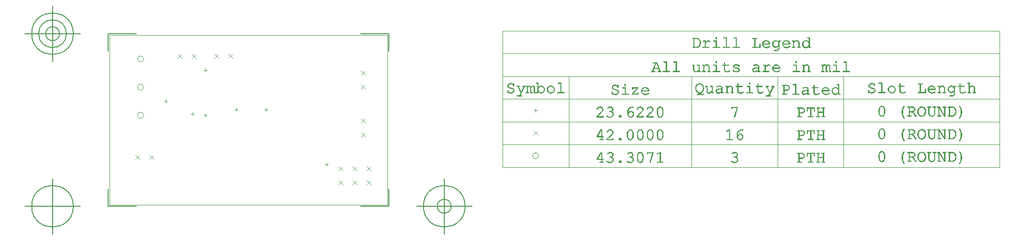
<source format=gbr>
G04 Generated by Ultiboard 14.0 *
%FSLAX24Y24*%
%MOIN*%

%ADD10C,0.0001*%
%ADD11C,0.0004*%
%ADD12C,0.0039*%
%ADD13C,0.0001*%
%ADD14C,0.0050*%


G04 ColorRGB 000000 for the following layer *
%LNDrill Symbols-Copper Top-Copper Bottom*%
%LPD*%
G54D11*
X8600Y6282D02*
X8600Y6518D01*
X8482Y6400D02*
X8718Y6400D01*
X10582Y6400D02*
X10818Y6400D01*
X10700Y6282D02*
X10700Y6518D01*
X14882Y2500D02*
X15118Y2500D01*
X15000Y2382D02*
X15000Y2618D01*
X5382Y6100D02*
X5618Y6100D01*
X5500Y5982D02*
X5500Y6218D01*
X6400Y9082D02*
X6400Y9318D01*
X6282Y9200D02*
X6518Y9200D01*
X6400Y5882D02*
X6400Y6118D01*
X6282Y6000D02*
X6518Y6000D01*
X3482Y7000D02*
X3718Y7000D01*
X3600Y6882D02*
X3600Y7118D01*
X29696Y6347D02*
X29932Y6347D01*
X29814Y6229D02*
X29814Y6465D01*
G54D12*
X1452Y3148D02*
X1748Y2852D01*
X1452Y2852D02*
X1748Y3148D01*
X2452Y3148D02*
X2748Y2852D01*
X2452Y2852D02*
X2748Y3148D01*
X4452Y10052D02*
X4748Y10348D01*
X4452Y10348D02*
X4748Y10052D01*
X5452Y10348D02*
X5748Y10052D01*
X5452Y10052D02*
X5748Y10348D01*
X7052Y10052D02*
X7348Y10348D01*
X7052Y10348D02*
X7348Y10052D01*
X8052Y10348D02*
X8348Y10052D01*
X8052Y10052D02*
X8348Y10348D01*
X1583Y10000D02*
G75*
D01*
G02X1583Y10000I217J0*
G01*
X1583Y8000D02*
G75*
D01*
G02X1583Y8000I217J0*
G01*
X1583Y6000D02*
G75*
D01*
G02X1583Y6000I217J0*
G01*
X15852Y2052D02*
X16148Y2348D01*
X15852Y2348D02*
X16148Y2052D01*
X15852Y1348D02*
X16148Y1052D01*
X15852Y1052D02*
X16148Y1348D01*
X16852Y2052D02*
X17148Y2348D01*
X16852Y2348D02*
X17148Y2052D01*
X17852Y2052D02*
X18148Y2348D01*
X17852Y2348D02*
X18148Y2052D01*
X16852Y1348D02*
X17148Y1052D01*
X16852Y1052D02*
X17148Y1348D01*
X17852Y1052D02*
X18148Y1348D01*
X17852Y1348D02*
X18148Y1052D01*
X17452Y7852D02*
X17748Y8148D01*
X17452Y8148D02*
X17748Y7852D01*
X17452Y8852D02*
X17748Y9148D01*
X17452Y9148D02*
X17748Y8852D01*
X17452Y4748D02*
X17748Y4452D01*
X17452Y4452D02*
X17748Y4748D01*
X17452Y5452D02*
X17748Y5748D01*
X17452Y5748D02*
X17748Y5452D01*
X29597Y3119D02*
G75*
D01*
G02X29597Y3119I217J0*
G01*
X29665Y4882D02*
X29962Y4585D01*
X29665Y4585D02*
X29962Y4882D01*
G54D13*
G36*
X34349Y2662D02*
X34349Y2662D01*
X34349Y2682D01*
X34347Y2672D01*
X34349Y2662D01*
D02*
G37*
X34349Y2682D01*
X34347Y2672D01*
X34349Y2662D01*
G36*
X34349Y2682D02*
X34349Y2682D01*
X34349Y2662D01*
X34355Y2655D01*
X34349Y2682D01*
D02*
G37*
X34349Y2662D01*
X34355Y2655D01*
X34349Y2682D01*
G36*
X34355Y2655D02*
X34355Y2655D01*
X34355Y2690D01*
X34349Y2682D01*
X34355Y2655D01*
D02*
G37*
X34355Y2690D01*
X34349Y2682D01*
X34355Y2655D01*
G36*
X34355Y2690D02*
X34355Y2690D01*
X34355Y2655D01*
X34365Y2649D01*
X34355Y2690D01*
D02*
G37*
X34355Y2655D01*
X34365Y2649D01*
X34355Y2690D01*
G36*
X34365Y2649D02*
X34365Y2649D01*
X34365Y2695D01*
X34355Y2690D01*
X34365Y2649D01*
D02*
G37*
X34365Y2695D01*
X34355Y2690D01*
X34365Y2649D01*
G36*
X34365Y2695D02*
X34365Y2695D01*
X34365Y2649D01*
X34380Y2648D01*
X34365Y2695D01*
D02*
G37*
X34365Y2649D01*
X34380Y2648D01*
X34365Y2695D01*
G36*
X34380Y2648D02*
X34380Y2648D01*
X34380Y2696D01*
X34365Y2695D01*
X34380Y2648D01*
D02*
G37*
X34380Y2696D01*
X34365Y2695D01*
X34380Y2648D01*
G36*
X34380Y2696D02*
X34380Y2696D01*
X34380Y2648D01*
X34560Y2648D01*
X34380Y2696D01*
D02*
G37*
X34380Y2648D01*
X34560Y2648D01*
X34380Y2696D01*
G36*
X34560Y2648D02*
X34560Y2648D01*
X34471Y2696D01*
X34380Y2696D01*
X34560Y2648D01*
D02*
G37*
X34471Y2696D01*
X34380Y2696D01*
X34560Y2648D01*
G36*
X34471Y2696D02*
X34471Y2696D01*
X34560Y2648D01*
X34520Y2696D01*
X34471Y2696D01*
D02*
G37*
X34560Y2648D01*
X34520Y2696D01*
X34471Y2696D01*
G36*
X34520Y2696D02*
X34520Y2696D01*
X34471Y2850D01*
X34471Y2696D01*
X34520Y2696D01*
D02*
G37*
X34471Y2850D01*
X34471Y2696D01*
X34520Y2696D01*
G36*
X34471Y2850D02*
X34471Y2850D01*
X34520Y2696D01*
X34471Y2899D01*
X34471Y2850D01*
D02*
G37*
X34520Y2696D01*
X34471Y2899D01*
X34471Y2850D01*
G36*
X34471Y2899D02*
X34471Y2899D01*
X34200Y2899D01*
X34471Y2850D01*
X34471Y2899D01*
D02*
G37*
X34200Y2899D01*
X34471Y2850D01*
X34471Y2899D01*
G36*
X34471Y2850D02*
X34471Y2850D01*
X34150Y2906D01*
X34150Y2850D01*
X34471Y2850D01*
D02*
G37*
X34150Y2906D01*
X34150Y2850D01*
X34471Y2850D01*
G36*
X34150Y2906D02*
X34150Y2906D01*
X34471Y2850D01*
X34200Y2899D01*
X34150Y2906D01*
D02*
G37*
X34471Y2850D01*
X34200Y2899D01*
X34150Y2906D01*
G36*
X34200Y2899D02*
X34200Y2899D01*
X34419Y3371D01*
X34150Y2906D01*
X34200Y2899D01*
D02*
G37*
X34419Y3371D01*
X34150Y2906D01*
X34200Y2899D01*
G36*
X34419Y3371D02*
X34419Y3371D01*
X34200Y2899D01*
X34446Y3322D01*
X34419Y3371D01*
D02*
G37*
X34200Y2899D01*
X34446Y3322D01*
X34419Y3371D01*
G36*
X34446Y3322D02*
X34446Y3322D01*
X34520Y3371D01*
X34419Y3371D01*
X34446Y3322D01*
D02*
G37*
X34520Y3371D01*
X34419Y3371D01*
X34446Y3322D01*
G36*
X34520Y3371D02*
X34520Y3371D01*
X34446Y3322D01*
X34471Y3322D01*
X34520Y3371D01*
D02*
G37*
X34446Y3322D01*
X34471Y3322D01*
X34520Y3371D01*
G36*
X34471Y3322D02*
X34471Y3322D01*
X34520Y2696D01*
X34520Y3371D01*
X34471Y3322D01*
D02*
G37*
X34520Y2696D01*
X34520Y3371D01*
X34471Y3322D01*
G36*
X34520Y2696D02*
X34520Y2696D01*
X34471Y3322D01*
X34471Y2899D01*
X34520Y2696D01*
D02*
G37*
X34471Y3322D01*
X34471Y2899D01*
X34520Y2696D01*
G36*
X34591Y2884D02*
X34591Y2884D01*
X34591Y2865D01*
X34593Y2874D01*
X34591Y2884D01*
D02*
G37*
X34591Y2865D01*
X34593Y2874D01*
X34591Y2884D01*
G36*
X34591Y2865D02*
X34591Y2865D01*
X34591Y2884D01*
X34586Y2892D01*
X34591Y2865D01*
D02*
G37*
X34591Y2884D01*
X34586Y2892D01*
X34591Y2865D01*
G36*
X34586Y2892D02*
X34586Y2892D01*
X34586Y2857D01*
X34591Y2865D01*
X34586Y2892D01*
D02*
G37*
X34586Y2857D01*
X34591Y2865D01*
X34586Y2892D01*
G36*
X34586Y2857D02*
X34586Y2857D01*
X34586Y2892D01*
X34576Y2897D01*
X34586Y2857D01*
D02*
G37*
X34586Y2892D01*
X34576Y2897D01*
X34586Y2857D01*
G36*
X34576Y2897D02*
X34576Y2897D01*
X34576Y2852D01*
X34586Y2857D01*
X34576Y2897D01*
D02*
G37*
X34576Y2852D01*
X34586Y2857D01*
X34576Y2897D01*
G36*
X34576Y2852D02*
X34576Y2852D01*
X34576Y2897D01*
X34560Y2899D01*
X34576Y2852D01*
D02*
G37*
X34576Y2897D01*
X34560Y2899D01*
X34576Y2852D01*
G36*
X34560Y2899D02*
X34560Y2899D01*
X34560Y2850D01*
X34576Y2852D01*
X34560Y2899D01*
D02*
G37*
X34560Y2850D01*
X34576Y2852D01*
X34560Y2899D01*
G36*
X34560Y2850D02*
X34560Y2850D01*
X34560Y2899D01*
X34520Y2899D01*
X34560Y2850D01*
D02*
G37*
X34560Y2899D01*
X34520Y2899D01*
X34560Y2850D01*
G36*
X34520Y2899D02*
X34520Y2899D01*
X34520Y2850D01*
X34560Y2850D01*
X34520Y2899D01*
D02*
G37*
X34520Y2850D01*
X34560Y2850D01*
X34520Y2899D01*
G36*
X34520Y2850D02*
X34520Y2850D01*
X34520Y3371D01*
X34520Y2850D01*
D02*
G37*
X34520Y3371D01*
X34520Y2850D01*
G36*
X34520Y3371D02*
X34520Y3371D01*
X34520Y2696D01*
X34520Y2850D01*
X34520Y3371D01*
D02*
G37*
X34520Y2696D01*
X34520Y2850D01*
X34520Y3371D01*
G36*
X34560Y2648D02*
X34560Y2648D01*
X34560Y2696D01*
X34520Y2696D01*
X34560Y2648D01*
D02*
G37*
X34560Y2696D01*
X34520Y2696D01*
X34560Y2648D01*
G36*
X34560Y2696D02*
X34560Y2696D01*
X34560Y2648D01*
X34576Y2649D01*
X34560Y2696D01*
D02*
G37*
X34560Y2648D01*
X34576Y2649D01*
X34560Y2696D01*
G36*
X34576Y2649D02*
X34576Y2649D01*
X34576Y2695D01*
X34560Y2696D01*
X34576Y2649D01*
D02*
G37*
X34576Y2695D01*
X34560Y2696D01*
X34576Y2649D01*
G36*
X34576Y2695D02*
X34576Y2695D01*
X34576Y2649D01*
X34586Y2655D01*
X34576Y2695D01*
D02*
G37*
X34576Y2649D01*
X34586Y2655D01*
X34576Y2695D01*
G36*
X34586Y2655D02*
X34586Y2655D01*
X34586Y2690D01*
X34576Y2695D01*
X34586Y2655D01*
D02*
G37*
X34586Y2690D01*
X34576Y2695D01*
X34586Y2655D01*
G36*
X34586Y2690D02*
X34586Y2690D01*
X34586Y2655D01*
X34591Y2662D01*
X34586Y2690D01*
D02*
G37*
X34586Y2655D01*
X34591Y2662D01*
X34586Y2690D01*
G36*
X34591Y2662D02*
X34591Y2662D01*
X34591Y2682D01*
X34586Y2690D01*
X34591Y2662D01*
D02*
G37*
X34591Y2682D01*
X34586Y2690D01*
X34591Y2662D01*
G36*
X34591Y2682D02*
X34591Y2682D01*
X34591Y2662D01*
X34593Y2672D01*
X34591Y2682D01*
D02*
G37*
X34591Y2662D01*
X34593Y2672D01*
X34591Y2682D01*
G36*
X35207Y3299D02*
X35207Y3299D01*
X35210Y3358D01*
X35183Y3317D01*
X35207Y3299D01*
D02*
G37*
X35210Y3358D01*
X35183Y3317D01*
X35207Y3299D01*
G36*
X35210Y3358D02*
X35210Y3358D01*
X35207Y3299D01*
X35226Y3277D01*
X35210Y3358D01*
D02*
G37*
X35207Y3299D01*
X35226Y3277D01*
X35210Y3358D01*
G36*
X35226Y3277D02*
X35226Y3277D01*
X35241Y3334D01*
X35210Y3358D01*
X35226Y3277D01*
D02*
G37*
X35241Y3334D01*
X35210Y3358D01*
X35226Y3277D01*
G36*
X35241Y3334D02*
X35241Y3334D01*
X35226Y3277D01*
X35248Y3229D01*
X35241Y3334D01*
D02*
G37*
X35226Y3277D01*
X35248Y3229D01*
X35241Y3334D01*
G36*
X35248Y3229D02*
X35248Y3229D01*
X35267Y3305D01*
X35241Y3334D01*
X35248Y3229D01*
D02*
G37*
X35267Y3305D01*
X35241Y3334D01*
X35248Y3229D01*
G36*
X35267Y3305D02*
X35267Y3305D01*
X35248Y3229D01*
X35251Y3203D01*
X35267Y3305D01*
D02*
G37*
X35248Y3229D01*
X35251Y3203D01*
X35267Y3305D01*
G36*
X35251Y3203D02*
X35251Y3203D01*
X35272Y3111D01*
X35267Y3305D01*
X35251Y3203D01*
D02*
G37*
X35272Y3111D01*
X35267Y3305D01*
X35251Y3203D01*
G36*
X35272Y3111D02*
X35272Y3111D01*
X35251Y3203D01*
X35249Y3178D01*
X35272Y3111D01*
D02*
G37*
X35251Y3203D01*
X35249Y3178D01*
X35272Y3111D01*
G36*
X35249Y3178D02*
X35249Y3178D01*
X35237Y3072D01*
X35272Y3111D01*
X35249Y3178D01*
D02*
G37*
X35237Y3072D01*
X35272Y3111D01*
X35249Y3178D01*
G36*
X35237Y3072D02*
X35237Y3072D01*
X35249Y3178D01*
X35227Y3132D01*
X35237Y3072D01*
D02*
G37*
X35249Y3178D01*
X35227Y3132D01*
X35237Y3072D01*
G36*
X35227Y3132D02*
X35227Y3132D01*
X35209Y3111D01*
X35237Y3072D01*
X35227Y3132D01*
D02*
G37*
X35209Y3111D01*
X35237Y3072D01*
X35227Y3132D01*
G36*
X35043Y3336D02*
X35043Y3336D01*
X35048Y3386D01*
X34999Y3323D01*
X35043Y3336D01*
D02*
G37*
X35048Y3386D01*
X34999Y3323D01*
X35043Y3336D01*
G36*
X35048Y3386D02*
X35048Y3386D01*
X35043Y3336D01*
X35091Y3340D01*
X35048Y3386D01*
D02*
G37*
X35043Y3336D01*
X35091Y3340D01*
X35048Y3386D01*
G36*
X35091Y3340D02*
X35091Y3340D01*
X35091Y3389D01*
X35048Y3386D01*
X35091Y3340D01*
D02*
G37*
X35091Y3389D01*
X35048Y3386D01*
X35091Y3340D01*
G36*
X35091Y3389D02*
X35091Y3389D01*
X35091Y3340D01*
X35125Y3338D01*
X35091Y3389D01*
D02*
G37*
X35091Y3340D01*
X35125Y3338D01*
X35091Y3389D01*
G36*
X35125Y3338D02*
X35125Y3338D01*
X35135Y3385D01*
X35091Y3389D01*
X35125Y3338D01*
D02*
G37*
X35135Y3385D01*
X35091Y3389D01*
X35125Y3338D01*
G36*
X35135Y3385D02*
X35135Y3385D01*
X35125Y3338D01*
X35183Y3317D01*
X35135Y3385D01*
D02*
G37*
X35125Y3338D01*
X35183Y3317D01*
X35135Y3385D01*
G36*
X35183Y3317D02*
X35183Y3317D01*
X35210Y3358D01*
X35135Y3385D01*
X35183Y3317D01*
D02*
G37*
X35210Y3358D01*
X35135Y3385D01*
X35183Y3317D01*
G36*
X34931Y3276D02*
X34931Y3276D01*
X34932Y3340D01*
X34923Y3266D01*
X34931Y3276D01*
D02*
G37*
X34932Y3340D01*
X34923Y3266D01*
X34931Y3276D01*
G36*
X34932Y3340D02*
X34932Y3340D01*
X34931Y3276D01*
X34961Y3303D01*
X34932Y3340D01*
D02*
G37*
X34931Y3276D01*
X34961Y3303D01*
X34932Y3340D01*
G36*
X34961Y3303D02*
X34961Y3303D01*
X34968Y3361D01*
X34932Y3340D01*
X34961Y3303D01*
D02*
G37*
X34968Y3361D01*
X34932Y3340D01*
X34961Y3303D01*
G36*
X34968Y3361D02*
X34968Y3361D01*
X34961Y3303D01*
X34999Y3323D01*
X34968Y3361D01*
D02*
G37*
X34961Y3303D01*
X34999Y3323D01*
X34968Y3361D01*
G36*
X34999Y3323D02*
X34999Y3323D01*
X35048Y3386D01*
X34968Y3361D01*
X34999Y3323D01*
D02*
G37*
X35048Y3386D01*
X34968Y3361D01*
X34999Y3323D01*
G36*
X34932Y3340D02*
X34932Y3340D01*
X34895Y3308D01*
X34897Y3261D01*
X34932Y3340D01*
D02*
G37*
X34895Y3308D01*
X34897Y3261D01*
X34932Y3340D01*
G36*
X34932Y3340D01*
X34897Y3261D01*
X34906Y3259D01*
X34932Y3340D01*
D02*
G37*
X34897Y3261D01*
X34906Y3259D01*
X34932Y3340D01*
G36*
X34932Y3340D01*
X34906Y3259D01*
X34912Y3260D01*
X34932Y3340D01*
D02*
G37*
X34906Y3259D01*
X34912Y3260D01*
X34932Y3340D01*
G36*
X34932Y3340D01*
X34912Y3260D01*
X34917Y3262D01*
X34932Y3340D01*
D02*
G37*
X34912Y3260D01*
X34917Y3262D01*
X34932Y3340D01*
G36*
X34932Y3340D01*
X34917Y3262D01*
X34923Y3266D01*
X34932Y3340D01*
D02*
G37*
X34917Y3262D01*
X34923Y3266D01*
X34932Y3340D01*
G36*
X34895Y3308D02*
X34895Y3308D01*
X34882Y3282D01*
X34884Y3273D01*
X34895Y3308D01*
D02*
G37*
X34882Y3282D01*
X34884Y3273D01*
X34895Y3308D01*
G36*
X34895Y3308D01*
X34884Y3273D01*
X34889Y3266D01*
X34895Y3308D01*
D02*
G37*
X34884Y3273D01*
X34889Y3266D01*
X34895Y3308D01*
G36*
X34895Y3308D01*
X34889Y3266D01*
X34897Y3261D01*
X34895Y3308D01*
D02*
G37*
X34889Y3266D01*
X34897Y3261D01*
X34895Y3308D01*
G36*
X35297Y3239D02*
X35297Y3239D01*
X35267Y3305D01*
X35272Y3111D01*
X35297Y3239D01*
D02*
G37*
X35267Y3305D01*
X35272Y3111D01*
X35297Y3239D01*
G36*
X35297Y3239D01*
X35272Y3111D01*
X35293Y3155D01*
X35297Y3239D01*
D02*
G37*
X35272Y3111D01*
X35293Y3155D01*
X35297Y3239D01*
G36*
X35297Y3239D01*
X35293Y3155D01*
X35300Y3203D01*
X35297Y3239D01*
D02*
G37*
X35293Y3155D01*
X35300Y3203D01*
X35297Y3239D01*
G36*
X35209Y3111D02*
X35209Y3111D01*
X35189Y3042D01*
X35237Y3072D01*
X35209Y3111D01*
D02*
G37*
X35189Y3042D01*
X35237Y3072D01*
X35209Y3111D01*
G36*
X35189Y3042D02*
X35189Y3042D01*
X35209Y3111D01*
X35186Y3093D01*
X35189Y3042D01*
D02*
G37*
X35209Y3111D01*
X35186Y3093D01*
X35189Y3042D01*
G36*
X35186Y3093D02*
X35186Y3093D01*
X35169Y2999D01*
X35189Y3042D01*
X35186Y3093D01*
D02*
G37*
X35169Y2999D01*
X35189Y3042D01*
X35186Y3093D01*
G36*
X35169Y2999D02*
X35169Y2999D01*
X35186Y3093D01*
X35132Y3074D01*
X35169Y2999D01*
D02*
G37*
X35186Y3093D01*
X35132Y3074D01*
X35169Y2999D01*
G36*
X35132Y3074D02*
X35132Y3074D01*
X35117Y3017D01*
X35169Y2999D01*
X35132Y3074D01*
D02*
G37*
X35117Y3017D01*
X35169Y2999D01*
X35132Y3074D01*
G36*
X35117Y3017D02*
X35117Y3017D01*
X35132Y3074D01*
X35101Y3071D01*
X35117Y3017D01*
D02*
G37*
X35132Y3074D01*
X35101Y3071D01*
X35117Y3017D01*
G36*
X35101Y3071D02*
X35101Y3071D01*
X35063Y3023D01*
X35117Y3017D01*
X35101Y3071D01*
D02*
G37*
X35063Y3023D01*
X35117Y3017D01*
X35101Y3071D01*
G36*
X35063Y3023D02*
X35063Y3023D01*
X35101Y3071D01*
X35060Y3072D01*
X35063Y3023D01*
D02*
G37*
X35101Y3071D01*
X35060Y3072D01*
X35063Y3023D01*
G36*
X35060Y3072D02*
X35060Y3072D01*
X35048Y3025D01*
X35063Y3023D01*
X35060Y3072D01*
D02*
G37*
X35048Y3025D01*
X35063Y3023D01*
X35060Y3072D01*
G36*
X35048Y3025D02*
X35048Y3025D01*
X35060Y3072D01*
X35047Y3070D01*
X35048Y3025D01*
D02*
G37*
X35060Y3072D01*
X35047Y3070D01*
X35048Y3025D01*
G36*
X35047Y3070D02*
X35047Y3070D01*
X35038Y3030D01*
X35048Y3025D01*
X35047Y3070D01*
D02*
G37*
X35038Y3030D01*
X35048Y3025D01*
X35047Y3070D01*
G36*
X35038Y3030D02*
X35038Y3030D01*
X35047Y3070D01*
X35038Y3065D01*
X35038Y3030D01*
D02*
G37*
X35047Y3070D01*
X35038Y3065D01*
X35038Y3030D01*
G36*
X35038Y3065D02*
X35038Y3065D01*
X35033Y3038D01*
X35038Y3030D01*
X35038Y3065D01*
D02*
G37*
X35033Y3038D01*
X35038Y3030D01*
X35038Y3065D01*
G36*
X35033Y3038D02*
X35033Y3038D01*
X35038Y3065D01*
X35033Y3057D01*
X35033Y3038D01*
D02*
G37*
X35038Y3065D01*
X35033Y3057D01*
X35033Y3038D01*
G36*
X35033Y3057D02*
X35033Y3057D01*
X35031Y3047D01*
X35033Y3038D01*
X35033Y3057D01*
D02*
G37*
X35031Y3047D01*
X35033Y3038D01*
X35033Y3057D01*
G36*
X35317Y2906D02*
X35317Y2906D01*
X35322Y2808D01*
X35326Y2851D01*
X35317Y2906D01*
D02*
G37*
X35322Y2808D01*
X35326Y2851D01*
X35317Y2906D01*
G36*
X35322Y2808D02*
X35322Y2808D01*
X35317Y2906D01*
X35291Y2959D01*
X35322Y2808D01*
D02*
G37*
X35317Y2906D01*
X35291Y2959D01*
X35322Y2808D01*
G36*
X35291Y2959D02*
X35291Y2959D01*
X35286Y2732D01*
X35322Y2808D01*
X35291Y2959D01*
D02*
G37*
X35286Y2732D01*
X35322Y2808D01*
X35291Y2959D01*
G36*
X35286Y2732D02*
X35286Y2732D01*
X35291Y2959D01*
X35278Y2849D01*
X35286Y2732D01*
D02*
G37*
X35291Y2959D01*
X35278Y2849D01*
X35286Y2732D01*
G36*
X35278Y2849D02*
X35278Y2849D01*
X35274Y2817D01*
X35286Y2732D01*
X35278Y2849D01*
D02*
G37*
X35274Y2817D01*
X35286Y2732D01*
X35278Y2849D01*
G36*
X35216Y2971D02*
X35216Y2971D01*
X35248Y3006D01*
X35189Y3042D01*
X35216Y2971D01*
D02*
G37*
X35248Y3006D01*
X35189Y3042D01*
X35216Y2971D01*
G36*
X35248Y3006D02*
X35248Y3006D01*
X35216Y2971D01*
X35250Y2934D01*
X35248Y3006D01*
D02*
G37*
X35216Y2971D01*
X35250Y2934D01*
X35248Y3006D01*
G36*
X35250Y2934D02*
X35250Y2934D01*
X35291Y2959D01*
X35248Y3006D01*
X35250Y2934D01*
D02*
G37*
X35291Y2959D01*
X35248Y3006D01*
X35250Y2934D01*
G36*
X35291Y2959D02*
X35291Y2959D01*
X35250Y2934D01*
X35271Y2892D01*
X35291Y2959D01*
D02*
G37*
X35250Y2934D01*
X35271Y2892D01*
X35291Y2959D01*
G36*
X35271Y2892D02*
X35271Y2892D01*
X35278Y2849D01*
X35291Y2959D01*
X35271Y2892D01*
D02*
G37*
X35278Y2849D01*
X35291Y2959D01*
X35271Y2892D01*
G36*
X35256Y2697D02*
X35256Y2697D01*
X35286Y2732D01*
X35274Y2817D01*
X35256Y2697D01*
D02*
G37*
X35286Y2732D01*
X35274Y2817D01*
X35256Y2697D01*
G36*
X35256Y2697D01*
X35274Y2817D01*
X35246Y2759D01*
X35256Y2697D01*
D02*
G37*
X35274Y2817D01*
X35246Y2759D01*
X35256Y2697D01*
G36*
X35256Y2697D01*
X35246Y2759D01*
X35221Y2732D01*
X35256Y2697D01*
D02*
G37*
X35246Y2759D01*
X35221Y2732D01*
X35256Y2697D01*
G36*
X35256Y2697D01*
X35221Y2732D01*
X35218Y2668D01*
X35256Y2697D01*
D02*
G37*
X35221Y2732D01*
X35218Y2668D01*
X35256Y2697D01*
G36*
X35191Y2709D02*
X35191Y2709D01*
X35120Y2682D01*
X35130Y2635D01*
X35191Y2709D01*
D02*
G37*
X35120Y2682D01*
X35130Y2635D01*
X35191Y2709D01*
G36*
X35191Y2709D01*
X35130Y2635D01*
X35218Y2668D01*
X35191Y2709D01*
D02*
G37*
X35130Y2635D01*
X35218Y2668D01*
X35191Y2709D01*
G36*
X35191Y2709D01*
X35218Y2668D01*
X35221Y2732D01*
X35191Y2709D01*
D02*
G37*
X35218Y2668D01*
X35221Y2732D01*
X35191Y2709D01*
G36*
X35015Y2637D02*
X35015Y2637D01*
X35031Y2683D01*
X34950Y2657D01*
X35015Y2637D01*
D02*
G37*
X35031Y2683D01*
X34950Y2657D01*
X35015Y2637D01*
G36*
X35031Y2683D02*
X35031Y2683D01*
X35015Y2637D01*
X35079Y2630D01*
X35031Y2683D01*
D02*
G37*
X35015Y2637D01*
X35079Y2630D01*
X35031Y2683D01*
G36*
X35079Y2630D02*
X35079Y2630D01*
X35080Y2679D01*
X35031Y2683D01*
X35079Y2630D01*
D02*
G37*
X35080Y2679D01*
X35031Y2683D01*
X35079Y2630D01*
G36*
X35080Y2679D02*
X35080Y2679D01*
X35079Y2630D01*
X35130Y2635D01*
X35080Y2679D01*
D02*
G37*
X35079Y2630D01*
X35130Y2635D01*
X35080Y2679D01*
G36*
X35130Y2635D02*
X35130Y2635D01*
X35120Y2682D01*
X35080Y2679D01*
X35130Y2635D01*
D02*
G37*
X35120Y2682D01*
X35080Y2679D01*
X35130Y2635D01*
G36*
X34936Y2716D02*
X34936Y2716D01*
X34891Y2745D01*
X34893Y2684D01*
X34936Y2716D01*
D02*
G37*
X34891Y2745D01*
X34893Y2684D01*
X34936Y2716D01*
G36*
X34936Y2716D01*
X34893Y2684D01*
X34950Y2657D01*
X34936Y2716D01*
D02*
G37*
X34893Y2684D01*
X34950Y2657D01*
X34936Y2716D01*
G36*
X34936Y2716D01*
X34950Y2657D01*
X35031Y2683D01*
X34936Y2716D01*
D02*
G37*
X34950Y2657D01*
X35031Y2683D01*
X34936Y2716D01*
G36*
X34893Y2684D02*
X34893Y2684D01*
X34891Y2745D01*
X34880Y2752D01*
X34893Y2684D01*
D02*
G37*
X34891Y2745D01*
X34880Y2752D01*
X34893Y2684D01*
G36*
X34893Y2684D01*
X34880Y2752D01*
X34870Y2754D01*
X34893Y2684D01*
D02*
G37*
X34880Y2752D01*
X34870Y2754D01*
X34893Y2684D01*
G36*
X34893Y2684D01*
X34870Y2754D01*
X34861Y2752D01*
X34893Y2684D01*
D02*
G37*
X34870Y2754D01*
X34861Y2752D01*
X34893Y2684D01*
G36*
X34893Y2684D01*
X34861Y2752D01*
X34856Y2711D01*
X34893Y2684D01*
D02*
G37*
X34861Y2752D01*
X34856Y2711D01*
X34893Y2684D01*
G36*
X34854Y2747D02*
X34854Y2747D01*
X34849Y2739D01*
X34850Y2721D01*
X34854Y2747D01*
D02*
G37*
X34849Y2739D01*
X34850Y2721D01*
X34854Y2747D01*
G36*
X34854Y2747D01*
X34850Y2721D01*
X34856Y2711D01*
X34854Y2747D01*
D02*
G37*
X34850Y2721D01*
X34856Y2711D01*
X34854Y2747D01*
G36*
X34854Y2747D01*
X34856Y2711D01*
X34861Y2752D01*
X34854Y2747D01*
D02*
G37*
X34856Y2711D01*
X34861Y2752D01*
X34854Y2747D01*
G36*
X34850Y2721D02*
X34850Y2721D01*
X34849Y2739D01*
X34848Y2731D01*
X34850Y2721D01*
D02*
G37*
X34849Y2739D01*
X34848Y2731D01*
X34850Y2721D01*
G36*
X35189Y3042D02*
X35189Y3042D01*
X35169Y2999D01*
X35216Y2971D01*
X35189Y3042D01*
D02*
G37*
X35169Y2999D01*
X35216Y2971D01*
X35189Y3042D01*
G36*
X35788Y2787D02*
X35788Y2787D01*
X35758Y2781D01*
X35788Y2787D01*
D02*
G37*
X35758Y2781D01*
X35788Y2787D01*
G36*
X35788Y2787D01*
X35758Y2781D01*
X35733Y2764D01*
X35788Y2787D01*
D02*
G37*
X35758Y2781D01*
X35733Y2764D01*
X35788Y2787D01*
G36*
X35788Y2787D01*
X35733Y2764D01*
X35716Y2739D01*
X35788Y2787D01*
D02*
G37*
X35733Y2764D01*
X35716Y2739D01*
X35788Y2787D01*
G36*
X35788Y2787D01*
X35716Y2739D01*
X35710Y2708D01*
X35788Y2787D01*
D02*
G37*
X35716Y2739D01*
X35710Y2708D01*
X35788Y2787D01*
G36*
X35788Y2787D01*
X35710Y2708D01*
X35715Y2678D01*
X35788Y2787D01*
D02*
G37*
X35710Y2708D01*
X35715Y2678D01*
X35788Y2787D01*
G36*
X35788Y2787D01*
X35715Y2678D01*
X35733Y2653D01*
X35788Y2787D01*
D02*
G37*
X35715Y2678D01*
X35733Y2653D01*
X35788Y2787D01*
G36*
X35788Y2787D01*
X35733Y2653D01*
X35758Y2636D01*
X35788Y2787D01*
D02*
G37*
X35733Y2653D01*
X35758Y2636D01*
X35788Y2787D01*
G36*
X35788Y2787D01*
X35758Y2636D01*
X35788Y2630D01*
X35788Y2787D01*
D02*
G37*
X35758Y2636D01*
X35788Y2630D01*
X35788Y2787D01*
G36*
X35788Y2787D01*
X35788Y2630D01*
X35809Y2630D01*
X35788Y2787D01*
D02*
G37*
X35788Y2630D01*
X35809Y2630D01*
X35788Y2787D01*
G36*
X35788Y2787D01*
X35809Y2630D01*
X35839Y2636D01*
X35788Y2787D01*
D02*
G37*
X35809Y2630D01*
X35839Y2636D01*
X35788Y2787D01*
G36*
X35788Y2787D01*
X35839Y2636D01*
X35864Y2653D01*
X35788Y2787D01*
D02*
G37*
X35839Y2636D01*
X35864Y2653D01*
X35788Y2787D01*
G36*
X35788Y2787D01*
X35864Y2653D01*
X35881Y2678D01*
X35788Y2787D01*
D02*
G37*
X35864Y2653D01*
X35881Y2678D01*
X35788Y2787D01*
G36*
X35788Y2787D01*
X35881Y2678D01*
X35887Y2709D01*
X35788Y2787D01*
D02*
G37*
X35881Y2678D01*
X35887Y2709D01*
X35788Y2787D01*
G36*
X35788Y2787D01*
X35887Y2709D01*
X35882Y2739D01*
X35788Y2787D01*
D02*
G37*
X35887Y2709D01*
X35882Y2739D01*
X35788Y2787D01*
G36*
X35788Y2787D01*
X35882Y2739D01*
X35864Y2764D01*
X35788Y2787D01*
D02*
G37*
X35882Y2739D01*
X35864Y2764D01*
X35788Y2787D01*
G36*
X35788Y2787D01*
X35864Y2764D01*
X35839Y2781D01*
X35788Y2787D01*
D02*
G37*
X35864Y2764D01*
X35839Y2781D01*
X35788Y2787D01*
G36*
X35788Y2787D01*
X35839Y2781D01*
X35809Y2787D01*
X35788Y2787D01*
D02*
G37*
X35839Y2781D01*
X35809Y2787D01*
X35788Y2787D01*
G36*
X36624Y3299D02*
X36624Y3299D01*
X36627Y3358D01*
X36600Y3317D01*
X36624Y3299D01*
D02*
G37*
X36627Y3358D01*
X36600Y3317D01*
X36624Y3299D01*
G36*
X36627Y3358D02*
X36627Y3358D01*
X36624Y3299D01*
X36644Y3277D01*
X36627Y3358D01*
D02*
G37*
X36624Y3299D01*
X36644Y3277D01*
X36627Y3358D01*
G36*
X36644Y3277D02*
X36644Y3277D01*
X36659Y3334D01*
X36627Y3358D01*
X36644Y3277D01*
D02*
G37*
X36659Y3334D01*
X36627Y3358D01*
X36644Y3277D01*
G36*
X36659Y3334D02*
X36659Y3334D01*
X36644Y3277D01*
X36666Y3229D01*
X36659Y3334D01*
D02*
G37*
X36644Y3277D01*
X36666Y3229D01*
X36659Y3334D01*
G36*
X36666Y3229D02*
X36666Y3229D01*
X36685Y3305D01*
X36659Y3334D01*
X36666Y3229D01*
D02*
G37*
X36685Y3305D01*
X36659Y3334D01*
X36666Y3229D01*
G36*
X36685Y3305D02*
X36685Y3305D01*
X36666Y3229D01*
X36669Y3203D01*
X36685Y3305D01*
D02*
G37*
X36666Y3229D01*
X36669Y3203D01*
X36685Y3305D01*
G36*
X36669Y3203D02*
X36669Y3203D01*
X36690Y3111D01*
X36685Y3305D01*
X36669Y3203D01*
D02*
G37*
X36690Y3111D01*
X36685Y3305D01*
X36669Y3203D01*
G36*
X36690Y3111D02*
X36690Y3111D01*
X36669Y3203D01*
X36666Y3178D01*
X36690Y3111D01*
D02*
G37*
X36669Y3203D01*
X36666Y3178D01*
X36690Y3111D01*
G36*
X36666Y3178D02*
X36666Y3178D01*
X36655Y3072D01*
X36690Y3111D01*
X36666Y3178D01*
D02*
G37*
X36655Y3072D01*
X36690Y3111D01*
X36666Y3178D01*
G36*
X36655Y3072D02*
X36655Y3072D01*
X36666Y3178D01*
X36645Y3132D01*
X36655Y3072D01*
D02*
G37*
X36666Y3178D01*
X36645Y3132D01*
X36655Y3072D01*
G36*
X36645Y3132D02*
X36645Y3132D01*
X36626Y3111D01*
X36655Y3072D01*
X36645Y3132D01*
D02*
G37*
X36626Y3111D01*
X36655Y3072D01*
X36645Y3132D01*
G36*
X36460Y3336D02*
X36460Y3336D01*
X36465Y3386D01*
X36416Y3323D01*
X36460Y3336D01*
D02*
G37*
X36465Y3386D01*
X36416Y3323D01*
X36460Y3336D01*
G36*
X36465Y3386D02*
X36465Y3386D01*
X36460Y3336D01*
X36508Y3340D01*
X36465Y3386D01*
D02*
G37*
X36460Y3336D01*
X36508Y3340D01*
X36465Y3386D01*
G36*
X36508Y3340D02*
X36508Y3340D01*
X36508Y3389D01*
X36465Y3386D01*
X36508Y3340D01*
D02*
G37*
X36508Y3389D01*
X36465Y3386D01*
X36508Y3340D01*
G36*
X36508Y3389D02*
X36508Y3389D01*
X36508Y3340D01*
X36542Y3338D01*
X36508Y3389D01*
D02*
G37*
X36508Y3340D01*
X36542Y3338D01*
X36508Y3389D01*
G36*
X36542Y3338D02*
X36542Y3338D01*
X36552Y3385D01*
X36508Y3389D01*
X36542Y3338D01*
D02*
G37*
X36552Y3385D01*
X36508Y3389D01*
X36542Y3338D01*
G36*
X36552Y3385D02*
X36552Y3385D01*
X36542Y3338D01*
X36600Y3317D01*
X36552Y3385D01*
D02*
G37*
X36542Y3338D01*
X36600Y3317D01*
X36552Y3385D01*
G36*
X36600Y3317D02*
X36600Y3317D01*
X36627Y3358D01*
X36552Y3385D01*
X36600Y3317D01*
D02*
G37*
X36627Y3358D01*
X36552Y3385D01*
X36600Y3317D01*
G36*
X36349Y3276D02*
X36349Y3276D01*
X36350Y3340D01*
X36341Y3266D01*
X36349Y3276D01*
D02*
G37*
X36350Y3340D01*
X36341Y3266D01*
X36349Y3276D01*
G36*
X36350Y3340D02*
X36350Y3340D01*
X36349Y3276D01*
X36378Y3303D01*
X36350Y3340D01*
D02*
G37*
X36349Y3276D01*
X36378Y3303D01*
X36350Y3340D01*
G36*
X36378Y3303D02*
X36378Y3303D01*
X36386Y3361D01*
X36350Y3340D01*
X36378Y3303D01*
D02*
G37*
X36386Y3361D01*
X36350Y3340D01*
X36378Y3303D01*
G36*
X36386Y3361D02*
X36386Y3361D01*
X36378Y3303D01*
X36416Y3323D01*
X36386Y3361D01*
D02*
G37*
X36378Y3303D01*
X36416Y3323D01*
X36386Y3361D01*
G36*
X36416Y3323D02*
X36416Y3323D01*
X36465Y3386D01*
X36386Y3361D01*
X36416Y3323D01*
D02*
G37*
X36465Y3386D01*
X36386Y3361D01*
X36416Y3323D01*
G36*
X36350Y3340D02*
X36350Y3340D01*
X36312Y3308D01*
X36314Y3261D01*
X36350Y3340D01*
D02*
G37*
X36312Y3308D01*
X36314Y3261D01*
X36350Y3340D01*
G36*
X36350Y3340D01*
X36314Y3261D01*
X36323Y3259D01*
X36350Y3340D01*
D02*
G37*
X36314Y3261D01*
X36323Y3259D01*
X36350Y3340D01*
G36*
X36350Y3340D01*
X36323Y3259D01*
X36329Y3260D01*
X36350Y3340D01*
D02*
G37*
X36323Y3259D01*
X36329Y3260D01*
X36350Y3340D01*
G36*
X36350Y3340D01*
X36329Y3260D01*
X36335Y3262D01*
X36350Y3340D01*
D02*
G37*
X36329Y3260D01*
X36335Y3262D01*
X36350Y3340D01*
G36*
X36350Y3340D01*
X36335Y3262D01*
X36341Y3266D01*
X36350Y3340D01*
D02*
G37*
X36335Y3262D01*
X36341Y3266D01*
X36350Y3340D01*
G36*
X36312Y3308D02*
X36312Y3308D01*
X36300Y3282D01*
X36301Y3273D01*
X36312Y3308D01*
D02*
G37*
X36300Y3282D01*
X36301Y3273D01*
X36312Y3308D01*
G36*
X36312Y3308D01*
X36301Y3273D01*
X36307Y3266D01*
X36312Y3308D01*
D02*
G37*
X36301Y3273D01*
X36307Y3266D01*
X36312Y3308D01*
G36*
X36312Y3308D01*
X36307Y3266D01*
X36314Y3261D01*
X36312Y3308D01*
D02*
G37*
X36307Y3266D01*
X36314Y3261D01*
X36312Y3308D01*
G36*
X36714Y3239D02*
X36714Y3239D01*
X36685Y3305D01*
X36690Y3111D01*
X36714Y3239D01*
D02*
G37*
X36685Y3305D01*
X36690Y3111D01*
X36714Y3239D01*
G36*
X36714Y3239D01*
X36690Y3111D01*
X36711Y3155D01*
X36714Y3239D01*
D02*
G37*
X36690Y3111D01*
X36711Y3155D01*
X36714Y3239D01*
G36*
X36714Y3239D01*
X36711Y3155D01*
X36718Y3203D01*
X36714Y3239D01*
D02*
G37*
X36711Y3155D01*
X36718Y3203D01*
X36714Y3239D01*
G36*
X36626Y3111D02*
X36626Y3111D01*
X36606Y3042D01*
X36655Y3072D01*
X36626Y3111D01*
D02*
G37*
X36606Y3042D01*
X36655Y3072D01*
X36626Y3111D01*
G36*
X36606Y3042D02*
X36606Y3042D01*
X36626Y3111D01*
X36604Y3093D01*
X36606Y3042D01*
D02*
G37*
X36626Y3111D01*
X36604Y3093D01*
X36606Y3042D01*
G36*
X36604Y3093D02*
X36604Y3093D01*
X36587Y2999D01*
X36606Y3042D01*
X36604Y3093D01*
D02*
G37*
X36587Y2999D01*
X36606Y3042D01*
X36604Y3093D01*
G36*
X36587Y2999D02*
X36587Y2999D01*
X36604Y3093D01*
X36550Y3074D01*
X36587Y2999D01*
D02*
G37*
X36604Y3093D01*
X36550Y3074D01*
X36587Y2999D01*
G36*
X36550Y3074D02*
X36550Y3074D01*
X36534Y3017D01*
X36587Y2999D01*
X36550Y3074D01*
D02*
G37*
X36534Y3017D01*
X36587Y2999D01*
X36550Y3074D01*
G36*
X36534Y3017D02*
X36534Y3017D01*
X36550Y3074D01*
X36519Y3071D01*
X36534Y3017D01*
D02*
G37*
X36550Y3074D01*
X36519Y3071D01*
X36534Y3017D01*
G36*
X36519Y3071D02*
X36519Y3071D01*
X36481Y3023D01*
X36534Y3017D01*
X36519Y3071D01*
D02*
G37*
X36481Y3023D01*
X36534Y3017D01*
X36519Y3071D01*
G36*
X36481Y3023D02*
X36481Y3023D01*
X36519Y3071D01*
X36477Y3072D01*
X36481Y3023D01*
D02*
G37*
X36519Y3071D01*
X36477Y3072D01*
X36481Y3023D01*
G36*
X36477Y3072D02*
X36477Y3072D01*
X36466Y3025D01*
X36481Y3023D01*
X36477Y3072D01*
D02*
G37*
X36466Y3025D01*
X36481Y3023D01*
X36477Y3072D01*
G36*
X36466Y3025D02*
X36466Y3025D01*
X36477Y3072D01*
X36465Y3070D01*
X36466Y3025D01*
D02*
G37*
X36477Y3072D01*
X36465Y3070D01*
X36466Y3025D01*
G36*
X36465Y3070D02*
X36465Y3070D01*
X36456Y3030D01*
X36466Y3025D01*
X36465Y3070D01*
D02*
G37*
X36456Y3030D01*
X36466Y3025D01*
X36465Y3070D01*
G36*
X36456Y3030D02*
X36456Y3030D01*
X36465Y3070D01*
X36456Y3065D01*
X36456Y3030D01*
D02*
G37*
X36465Y3070D01*
X36456Y3065D01*
X36456Y3030D01*
G36*
X36456Y3065D02*
X36456Y3065D01*
X36450Y3038D01*
X36456Y3030D01*
X36456Y3065D01*
D02*
G37*
X36450Y3038D01*
X36456Y3030D01*
X36456Y3065D01*
G36*
X36450Y3038D02*
X36450Y3038D01*
X36456Y3065D01*
X36450Y3057D01*
X36450Y3038D01*
D02*
G37*
X36456Y3065D01*
X36450Y3057D01*
X36450Y3038D01*
G36*
X36450Y3057D02*
X36450Y3057D01*
X36448Y3047D01*
X36450Y3038D01*
X36450Y3057D01*
D02*
G37*
X36448Y3047D01*
X36450Y3038D01*
X36450Y3057D01*
G36*
X36735Y2906D02*
X36735Y2906D01*
X36739Y2808D01*
X36744Y2851D01*
X36735Y2906D01*
D02*
G37*
X36739Y2808D01*
X36744Y2851D01*
X36735Y2906D01*
G36*
X36739Y2808D02*
X36739Y2808D01*
X36735Y2906D01*
X36709Y2959D01*
X36739Y2808D01*
D02*
G37*
X36735Y2906D01*
X36709Y2959D01*
X36739Y2808D01*
G36*
X36709Y2959D02*
X36709Y2959D01*
X36704Y2732D01*
X36739Y2808D01*
X36709Y2959D01*
D02*
G37*
X36704Y2732D01*
X36739Y2808D01*
X36709Y2959D01*
G36*
X36704Y2732D02*
X36704Y2732D01*
X36709Y2959D01*
X36695Y2849D01*
X36704Y2732D01*
D02*
G37*
X36709Y2959D01*
X36695Y2849D01*
X36704Y2732D01*
G36*
X36695Y2849D02*
X36695Y2849D01*
X36692Y2817D01*
X36704Y2732D01*
X36695Y2849D01*
D02*
G37*
X36692Y2817D01*
X36704Y2732D01*
X36695Y2849D01*
G36*
X36633Y2971D02*
X36633Y2971D01*
X36665Y3006D01*
X36606Y3042D01*
X36633Y2971D01*
D02*
G37*
X36665Y3006D01*
X36606Y3042D01*
X36633Y2971D01*
G36*
X36665Y3006D02*
X36665Y3006D01*
X36633Y2971D01*
X36667Y2934D01*
X36665Y3006D01*
D02*
G37*
X36633Y2971D01*
X36667Y2934D01*
X36665Y3006D01*
G36*
X36667Y2934D02*
X36667Y2934D01*
X36709Y2959D01*
X36665Y3006D01*
X36667Y2934D01*
D02*
G37*
X36709Y2959D01*
X36665Y3006D01*
X36667Y2934D01*
G36*
X36709Y2959D02*
X36709Y2959D01*
X36667Y2934D01*
X36688Y2892D01*
X36709Y2959D01*
D02*
G37*
X36667Y2934D01*
X36688Y2892D01*
X36709Y2959D01*
G36*
X36688Y2892D02*
X36688Y2892D01*
X36695Y2849D01*
X36709Y2959D01*
X36688Y2892D01*
D02*
G37*
X36695Y2849D01*
X36709Y2959D01*
X36688Y2892D01*
G36*
X36673Y2697D02*
X36673Y2697D01*
X36704Y2732D01*
X36692Y2817D01*
X36673Y2697D01*
D02*
G37*
X36704Y2732D01*
X36692Y2817D01*
X36673Y2697D01*
G36*
X36673Y2697D01*
X36692Y2817D01*
X36663Y2759D01*
X36673Y2697D01*
D02*
G37*
X36692Y2817D01*
X36663Y2759D01*
X36673Y2697D01*
G36*
X36673Y2697D01*
X36663Y2759D01*
X36638Y2732D01*
X36673Y2697D01*
D02*
G37*
X36663Y2759D01*
X36638Y2732D01*
X36673Y2697D01*
G36*
X36673Y2697D01*
X36638Y2732D01*
X36636Y2668D01*
X36673Y2697D01*
D02*
G37*
X36638Y2732D01*
X36636Y2668D01*
X36673Y2697D01*
G36*
X36608Y2709D02*
X36608Y2709D01*
X36538Y2682D01*
X36547Y2635D01*
X36608Y2709D01*
D02*
G37*
X36538Y2682D01*
X36547Y2635D01*
X36608Y2709D01*
G36*
X36608Y2709D01*
X36547Y2635D01*
X36636Y2668D01*
X36608Y2709D01*
D02*
G37*
X36547Y2635D01*
X36636Y2668D01*
X36608Y2709D01*
G36*
X36608Y2709D01*
X36636Y2668D01*
X36638Y2732D01*
X36608Y2709D01*
D02*
G37*
X36636Y2668D01*
X36638Y2732D01*
X36608Y2709D01*
G36*
X36433Y2637D02*
X36433Y2637D01*
X36448Y2683D01*
X36367Y2657D01*
X36433Y2637D01*
D02*
G37*
X36448Y2683D01*
X36367Y2657D01*
X36433Y2637D01*
G36*
X36448Y2683D02*
X36448Y2683D01*
X36433Y2637D01*
X36496Y2630D01*
X36448Y2683D01*
D02*
G37*
X36433Y2637D01*
X36496Y2630D01*
X36448Y2683D01*
G36*
X36496Y2630D02*
X36496Y2630D01*
X36497Y2679D01*
X36448Y2683D01*
X36496Y2630D01*
D02*
G37*
X36497Y2679D01*
X36448Y2683D01*
X36496Y2630D01*
G36*
X36497Y2679D02*
X36497Y2679D01*
X36496Y2630D01*
X36547Y2635D01*
X36497Y2679D01*
D02*
G37*
X36496Y2630D01*
X36547Y2635D01*
X36497Y2679D01*
G36*
X36547Y2635D02*
X36547Y2635D01*
X36538Y2682D01*
X36497Y2679D01*
X36547Y2635D01*
D02*
G37*
X36538Y2682D01*
X36497Y2679D01*
X36547Y2635D01*
G36*
X36354Y2716D02*
X36354Y2716D01*
X36308Y2745D01*
X36310Y2684D01*
X36354Y2716D01*
D02*
G37*
X36308Y2745D01*
X36310Y2684D01*
X36354Y2716D01*
G36*
X36354Y2716D01*
X36310Y2684D01*
X36367Y2657D01*
X36354Y2716D01*
D02*
G37*
X36310Y2684D01*
X36367Y2657D01*
X36354Y2716D01*
G36*
X36354Y2716D01*
X36367Y2657D01*
X36448Y2683D01*
X36354Y2716D01*
D02*
G37*
X36367Y2657D01*
X36448Y2683D01*
X36354Y2716D01*
G36*
X36310Y2684D02*
X36310Y2684D01*
X36308Y2745D01*
X36297Y2752D01*
X36310Y2684D01*
D02*
G37*
X36308Y2745D01*
X36297Y2752D01*
X36310Y2684D01*
G36*
X36310Y2684D01*
X36297Y2752D01*
X36288Y2754D01*
X36310Y2684D01*
D02*
G37*
X36297Y2752D01*
X36288Y2754D01*
X36310Y2684D01*
G36*
X36310Y2684D01*
X36288Y2754D01*
X36279Y2752D01*
X36310Y2684D01*
D02*
G37*
X36288Y2754D01*
X36279Y2752D01*
X36310Y2684D01*
G36*
X36310Y2684D01*
X36279Y2752D01*
X36274Y2711D01*
X36310Y2684D01*
D02*
G37*
X36279Y2752D01*
X36274Y2711D01*
X36310Y2684D01*
G36*
X36272Y2747D02*
X36272Y2747D01*
X36267Y2739D01*
X36267Y2721D01*
X36272Y2747D01*
D02*
G37*
X36267Y2739D01*
X36267Y2721D01*
X36272Y2747D01*
G36*
X36272Y2747D01*
X36267Y2721D01*
X36274Y2711D01*
X36272Y2747D01*
D02*
G37*
X36267Y2721D01*
X36274Y2711D01*
X36272Y2747D01*
G36*
X36272Y2747D01*
X36274Y2711D01*
X36279Y2752D01*
X36272Y2747D01*
D02*
G37*
X36274Y2711D01*
X36279Y2752D01*
X36272Y2747D01*
G36*
X36267Y2721D02*
X36267Y2721D01*
X36267Y2739D01*
X36265Y2731D01*
X36267Y2721D01*
D02*
G37*
X36267Y2739D01*
X36265Y2731D01*
X36267Y2721D01*
G36*
X36606Y3042D02*
X36606Y3042D01*
X36587Y2999D01*
X36633Y2971D01*
X36606Y3042D01*
D02*
G37*
X36587Y2999D01*
X36633Y2971D01*
X36606Y3042D01*
G36*
X37435Y3132D02*
X37435Y3132D01*
X37425Y3186D01*
X37433Y2875D01*
X37435Y3132D01*
D02*
G37*
X37425Y3186D01*
X37433Y2875D01*
X37435Y3132D01*
G36*
X37435Y3132D01*
X37433Y2875D01*
X37438Y2949D01*
X37435Y3132D01*
D02*
G37*
X37433Y2875D01*
X37438Y2949D01*
X37435Y3132D01*
G36*
X37435Y3132D01*
X37438Y2949D01*
X37438Y3069D01*
X37435Y3132D01*
D02*
G37*
X37438Y2949D01*
X37438Y3069D01*
X37435Y3132D01*
G36*
X37414Y3222D02*
X37414Y3222D01*
X37433Y2875D01*
X37425Y3186D01*
X37414Y3222D01*
D02*
G37*
X37433Y2875D01*
X37425Y3186D01*
X37414Y3222D01*
G36*
X37433Y2875D02*
X37433Y2875D01*
X37414Y3222D01*
X37397Y3262D01*
X37433Y2875D01*
D02*
G37*
X37414Y3222D01*
X37397Y3262D01*
X37433Y2875D01*
G36*
X37397Y3262D02*
X37397Y3262D01*
X37396Y2752D01*
X37433Y2875D01*
X37397Y3262D01*
D02*
G37*
X37396Y2752D01*
X37433Y2875D01*
X37397Y3262D01*
G36*
X37396Y2752D02*
X37396Y2752D01*
X37397Y3262D01*
X37390Y3063D01*
X37396Y2752D01*
D02*
G37*
X37397Y3262D01*
X37390Y3063D01*
X37396Y2752D01*
G36*
X37390Y3063D02*
X37390Y3063D01*
X37390Y2956D01*
X37396Y2752D01*
X37390Y3063D01*
D02*
G37*
X37390Y2956D01*
X37396Y2752D01*
X37390Y3063D01*
G36*
X37327Y3285D02*
X37327Y3285D01*
X37330Y3351D01*
X37310Y3304D01*
X37327Y3285D01*
D02*
G37*
X37330Y3351D01*
X37310Y3304D01*
X37327Y3285D01*
G36*
X37330Y3351D02*
X37330Y3351D01*
X37327Y3285D01*
X37350Y3244D01*
X37330Y3351D01*
D02*
G37*
X37327Y3285D01*
X37350Y3244D01*
X37330Y3351D01*
G36*
X37350Y3244D02*
X37350Y3244D01*
X37360Y3324D01*
X37330Y3351D01*
X37350Y3244D01*
D02*
G37*
X37360Y3324D01*
X37330Y3351D01*
X37350Y3244D01*
G36*
X37360Y3324D02*
X37360Y3324D01*
X37350Y3244D01*
X37370Y3191D01*
X37360Y3324D01*
D02*
G37*
X37350Y3244D01*
X37370Y3191D01*
X37360Y3324D01*
G36*
X37370Y3191D02*
X37370Y3191D01*
X37378Y3299D01*
X37360Y3324D01*
X37370Y3191D01*
D02*
G37*
X37378Y3299D01*
X37360Y3324D01*
X37370Y3191D01*
G36*
X37378Y3299D02*
X37378Y3299D01*
X37370Y3191D01*
X37385Y3129D01*
X37378Y3299D01*
D02*
G37*
X37370Y3191D01*
X37385Y3129D01*
X37378Y3299D01*
G36*
X37385Y3129D02*
X37385Y3129D01*
X37397Y3262D01*
X37378Y3299D01*
X37385Y3129D01*
D02*
G37*
X37397Y3262D01*
X37378Y3299D01*
X37385Y3129D01*
G36*
X37397Y3262D02*
X37397Y3262D01*
X37385Y3129D01*
X37390Y3063D01*
X37397Y3262D01*
D02*
G37*
X37385Y3129D01*
X37390Y3063D01*
X37397Y3262D01*
G36*
X37254Y3335D02*
X37254Y3335D01*
X37257Y3385D01*
X37215Y3340D01*
X37254Y3335D01*
D02*
G37*
X37257Y3385D01*
X37215Y3340D01*
X37254Y3335D01*
G36*
X37257Y3385D02*
X37257Y3385D01*
X37254Y3335D01*
X37289Y3320D01*
X37257Y3385D01*
D02*
G37*
X37254Y3335D01*
X37289Y3320D01*
X37257Y3385D01*
G36*
X37289Y3320D02*
X37289Y3320D01*
X37296Y3372D01*
X37257Y3385D01*
X37289Y3320D01*
D02*
G37*
X37296Y3372D01*
X37257Y3385D01*
X37289Y3320D01*
G36*
X37296Y3372D02*
X37296Y3372D01*
X37289Y3320D01*
X37310Y3304D01*
X37296Y3372D01*
D02*
G37*
X37289Y3320D01*
X37310Y3304D01*
X37296Y3372D01*
G36*
X37310Y3304D02*
X37310Y3304D01*
X37330Y3351D01*
X37296Y3372D01*
X37310Y3304D01*
D02*
G37*
X37330Y3351D01*
X37296Y3372D01*
X37310Y3304D01*
G36*
X37068Y3213D02*
X37068Y3213D01*
X37068Y3317D01*
X37045Y3117D01*
X37068Y3213D01*
D02*
G37*
X37068Y3317D01*
X37045Y3117D01*
X37068Y3213D01*
G36*
X37068Y3317D02*
X37068Y3317D01*
X37068Y3213D01*
X37088Y3257D01*
X37068Y3317D01*
D02*
G37*
X37068Y3213D01*
X37088Y3257D01*
X37068Y3317D01*
G36*
X37088Y3257D02*
X37088Y3257D01*
X37099Y3349D01*
X37068Y3317D01*
X37088Y3257D01*
D02*
G37*
X37099Y3349D01*
X37068Y3317D01*
X37088Y3257D01*
G36*
X37099Y3349D02*
X37099Y3349D01*
X37088Y3257D01*
X37113Y3293D01*
X37099Y3349D01*
D02*
G37*
X37088Y3257D01*
X37113Y3293D01*
X37099Y3349D01*
G36*
X37113Y3293D02*
X37113Y3293D01*
X37172Y3384D01*
X37099Y3349D01*
X37113Y3293D01*
D02*
G37*
X37172Y3384D01*
X37099Y3349D01*
X37113Y3293D01*
G36*
X37172Y3384D02*
X37172Y3384D01*
X37113Y3293D01*
X37177Y3335D01*
X37172Y3384D01*
D02*
G37*
X37113Y3293D01*
X37177Y3335D01*
X37172Y3384D01*
G36*
X37177Y3335D02*
X37177Y3335D01*
X37215Y3389D01*
X37172Y3384D01*
X37177Y3335D01*
D02*
G37*
X37215Y3389D01*
X37172Y3384D01*
X37177Y3335D01*
G36*
X37215Y3389D02*
X37215Y3389D01*
X37177Y3335D01*
X37215Y3340D01*
X37215Y3389D01*
D02*
G37*
X37177Y3335D01*
X37215Y3340D01*
X37215Y3389D01*
G36*
X37215Y3340D02*
X37215Y3340D01*
X37257Y3385D01*
X37215Y3389D01*
X37215Y3340D01*
D02*
G37*
X37257Y3385D01*
X37215Y3389D01*
X37215Y3340D01*
G36*
X37035Y3268D02*
X37035Y3268D01*
X36998Y3144D01*
X37007Y2833D01*
X37035Y3268D01*
D02*
G37*
X36998Y3144D01*
X37007Y2833D01*
X37035Y3268D01*
G36*
X37035Y3268D01*
X37007Y2833D01*
X37018Y2797D01*
X37035Y3268D01*
D02*
G37*
X37007Y2833D01*
X37018Y2797D01*
X37035Y3268D01*
G36*
X37035Y3268D01*
X37018Y2797D01*
X37035Y2756D01*
X37035Y3268D01*
D02*
G37*
X37018Y2797D01*
X37035Y2756D01*
X37035Y3268D01*
G36*
X37035Y3268D01*
X37035Y2756D01*
X37042Y2956D01*
X37035Y3268D01*
D02*
G37*
X37035Y2756D01*
X37042Y2956D01*
X37035Y3268D01*
G36*
X37035Y3268D01*
X37042Y2956D01*
X37042Y3063D01*
X37035Y3268D01*
D02*
G37*
X37042Y2956D01*
X37042Y3063D01*
X37035Y3268D01*
G36*
X37035Y3268D01*
X37042Y3063D01*
X37045Y3117D01*
X37035Y3268D01*
D02*
G37*
X37042Y3063D01*
X37045Y3117D01*
X37035Y3268D01*
G36*
X37035Y3268D01*
X37045Y3117D01*
X37068Y3317D01*
X37035Y3268D01*
D02*
G37*
X37045Y3117D01*
X37068Y3317D01*
X37035Y3268D01*
G36*
X37387Y2903D02*
X37387Y2903D01*
X37396Y2752D01*
X37390Y2956D01*
X37387Y2903D01*
D02*
G37*
X37396Y2752D01*
X37390Y2956D01*
X37387Y2903D01*
G36*
X37396Y2752D02*
X37396Y2752D01*
X37387Y2903D01*
X37364Y2806D01*
X37396Y2752D01*
D02*
G37*
X37387Y2903D01*
X37364Y2806D01*
X37396Y2752D01*
G36*
X37364Y2806D02*
X37364Y2806D01*
X37364Y2702D01*
X37396Y2752D01*
X37364Y2806D01*
D02*
G37*
X37364Y2702D01*
X37396Y2752D01*
X37364Y2806D01*
G36*
X37364Y2702D02*
X37364Y2702D01*
X37364Y2806D01*
X37344Y2762D01*
X37364Y2702D01*
D02*
G37*
X37364Y2806D01*
X37344Y2762D01*
X37364Y2702D01*
G36*
X37344Y2762D02*
X37344Y2762D01*
X37333Y2671D01*
X37364Y2702D01*
X37344Y2762D01*
D02*
G37*
X37333Y2671D01*
X37364Y2702D01*
X37344Y2762D01*
G36*
X37333Y2671D02*
X37333Y2671D01*
X37344Y2762D01*
X37318Y2726D01*
X37333Y2671D01*
D02*
G37*
X37344Y2762D01*
X37318Y2726D01*
X37333Y2671D01*
G36*
X37318Y2726D02*
X37318Y2726D01*
X37259Y2635D01*
X37333Y2671D01*
X37318Y2726D01*
D02*
G37*
X37259Y2635D01*
X37333Y2671D01*
X37318Y2726D01*
G36*
X37259Y2635D02*
X37259Y2635D01*
X37318Y2726D01*
X37255Y2684D01*
X37259Y2635D01*
D02*
G37*
X37318Y2726D01*
X37255Y2684D01*
X37259Y2635D01*
G36*
X37255Y2684D02*
X37255Y2684D01*
X37217Y2679D01*
X37259Y2635D01*
X37255Y2684D01*
D02*
G37*
X37217Y2679D01*
X37259Y2635D01*
X37255Y2684D01*
G36*
X37217Y2679D02*
X37217Y2679D01*
X37217Y2630D01*
X37259Y2635D01*
X37217Y2679D01*
D02*
G37*
X37217Y2630D01*
X37259Y2635D01*
X37217Y2679D01*
G36*
X37217Y2630D02*
X37217Y2630D01*
X37217Y2679D01*
X37177Y2684D01*
X37217Y2630D01*
D02*
G37*
X37217Y2679D01*
X37177Y2684D01*
X37217Y2630D01*
G36*
X37177Y2684D02*
X37177Y2684D01*
X37175Y2635D01*
X37217Y2630D01*
X37177Y2684D01*
D02*
G37*
X37175Y2635D01*
X37217Y2630D01*
X37177Y2684D01*
G36*
X37175Y2635D02*
X37175Y2635D01*
X37177Y2684D01*
X37142Y2700D01*
X37175Y2635D01*
D02*
G37*
X37177Y2684D01*
X37142Y2700D01*
X37175Y2635D01*
G36*
X37142Y2700D02*
X37142Y2700D01*
X37136Y2647D01*
X37175Y2635D01*
X37142Y2700D01*
D02*
G37*
X37136Y2647D01*
X37175Y2635D01*
X37142Y2700D01*
G36*
X37136Y2647D02*
X37136Y2647D01*
X37142Y2700D01*
X37121Y2715D01*
X37136Y2647D01*
D02*
G37*
X37142Y2700D01*
X37121Y2715D01*
X37136Y2647D01*
G36*
X37121Y2715D02*
X37121Y2715D01*
X37105Y2734D01*
X37136Y2647D01*
X37121Y2715D01*
D02*
G37*
X37105Y2734D01*
X37136Y2647D01*
X37121Y2715D01*
G36*
X37105Y2734D02*
X37105Y2734D01*
X37101Y2668D01*
X37136Y2647D01*
X37105Y2734D01*
D02*
G37*
X37101Y2668D01*
X37136Y2647D01*
X37105Y2734D01*
G36*
X37101Y2668D02*
X37101Y2668D01*
X37105Y2734D01*
X37082Y2775D01*
X37101Y2668D01*
D02*
G37*
X37105Y2734D01*
X37082Y2775D01*
X37101Y2668D01*
G36*
X37082Y2775D02*
X37082Y2775D01*
X37072Y2695D01*
X37101Y2668D01*
X37082Y2775D01*
D02*
G37*
X37072Y2695D01*
X37101Y2668D01*
X37082Y2775D01*
G36*
X37072Y2695D02*
X37072Y2695D01*
X37082Y2775D01*
X37061Y2828D01*
X37072Y2695D01*
D02*
G37*
X37082Y2775D01*
X37061Y2828D01*
X37072Y2695D01*
G36*
X37061Y2828D02*
X37061Y2828D01*
X37054Y2720D01*
X37072Y2695D01*
X37061Y2828D01*
D02*
G37*
X37054Y2720D01*
X37072Y2695D01*
X37061Y2828D01*
G36*
X37054Y2720D02*
X37054Y2720D01*
X37061Y2828D01*
X37047Y2890D01*
X37054Y2720D01*
D02*
G37*
X37061Y2828D01*
X37047Y2890D01*
X37054Y2720D01*
G36*
X37047Y2890D02*
X37047Y2890D01*
X37042Y2956D01*
X37054Y2720D01*
X37047Y2890D01*
D02*
G37*
X37042Y2956D01*
X37054Y2720D01*
X37047Y2890D01*
G36*
X36997Y2887D02*
X36997Y2887D01*
X37007Y2833D01*
X36998Y3144D01*
X36997Y2887D01*
D02*
G37*
X37007Y2833D01*
X36998Y3144D01*
X36997Y2887D01*
G36*
X36997Y2887D01*
X36998Y3144D01*
X36993Y3069D01*
X36997Y2887D01*
D02*
G37*
X36998Y3144D01*
X36993Y3069D01*
X36997Y2887D01*
G36*
X36997Y2887D01*
X36993Y3069D01*
X36993Y2949D01*
X36997Y2887D01*
D02*
G37*
X36993Y3069D01*
X36993Y2949D01*
X36997Y2887D01*
G36*
X37042Y2956D02*
X37042Y2956D01*
X37035Y2756D01*
X37054Y2720D01*
X37042Y2956D01*
D02*
G37*
X37035Y2756D01*
X37054Y2720D01*
X37042Y2956D01*
G36*
X37942Y2671D02*
X37942Y2671D01*
X38087Y3301D01*
X37937Y2659D01*
X37942Y2671D01*
D02*
G37*
X38087Y3301D01*
X37937Y2659D01*
X37942Y2671D01*
G36*
X38087Y3301D02*
X38087Y3301D01*
X37942Y2671D01*
X38136Y3294D01*
X38087Y3301D01*
D02*
G37*
X37942Y2671D01*
X38136Y3294D01*
X38087Y3301D01*
G36*
X38136Y3294D02*
X38136Y3294D01*
X38087Y3322D01*
X38087Y3301D01*
X38136Y3294D01*
D02*
G37*
X38087Y3322D01*
X38087Y3301D01*
X38136Y3294D01*
G36*
X38087Y3322D02*
X38087Y3322D01*
X38136Y3294D01*
X38136Y3371D01*
X38087Y3322D01*
D02*
G37*
X38136Y3294D01*
X38136Y3371D01*
X38087Y3322D01*
G36*
X38136Y3371D02*
X38136Y3371D01*
X37740Y3322D01*
X38087Y3322D01*
X38136Y3371D01*
D02*
G37*
X37740Y3322D01*
X38087Y3322D01*
X38136Y3371D01*
G36*
X37740Y3322D02*
X37740Y3322D01*
X38136Y3371D01*
X37692Y3371D01*
X37740Y3322D01*
D02*
G37*
X38136Y3371D01*
X37692Y3371D01*
X37740Y3322D01*
G36*
X37692Y3371D02*
X37692Y3371D01*
X37694Y3265D01*
X37740Y3322D01*
X37692Y3371D01*
D02*
G37*
X37694Y3265D01*
X37740Y3322D01*
X37692Y3371D01*
G36*
X37694Y3265D02*
X37694Y3265D01*
X37692Y3371D01*
X37692Y3280D01*
X37694Y3265D01*
D02*
G37*
X37692Y3371D01*
X37692Y3280D01*
X37694Y3265D01*
G36*
X37740Y3322D02*
X37740Y3322D01*
X37694Y3265D01*
X37699Y3255D01*
X37740Y3322D01*
D02*
G37*
X37694Y3265D01*
X37699Y3255D01*
X37740Y3322D01*
G36*
X37740Y3322D01*
X37699Y3255D01*
X37707Y3249D01*
X37740Y3322D01*
D02*
G37*
X37699Y3255D01*
X37707Y3249D01*
X37740Y3322D01*
G36*
X37740Y3322D01*
X37707Y3249D01*
X37716Y3248D01*
X37740Y3322D01*
D02*
G37*
X37707Y3249D01*
X37716Y3248D01*
X37740Y3322D01*
G36*
X37740Y3322D01*
X37716Y3248D01*
X37726Y3249D01*
X37740Y3322D01*
D02*
G37*
X37716Y3248D01*
X37726Y3249D01*
X37740Y3322D01*
G36*
X37740Y3322D01*
X37726Y3249D01*
X37734Y3255D01*
X37740Y3322D01*
D02*
G37*
X37726Y3249D01*
X37734Y3255D01*
X37740Y3322D01*
G36*
X37740Y3322D01*
X37734Y3255D01*
X37739Y3265D01*
X37740Y3322D01*
D02*
G37*
X37734Y3255D01*
X37739Y3265D01*
X37740Y3322D01*
G36*
X37740Y3322D01*
X37739Y3265D01*
X37740Y3280D01*
X37740Y3322D01*
D02*
G37*
X37739Y3265D01*
X37740Y3280D01*
X37740Y3322D01*
G36*
X38087Y3301D02*
X38087Y3301D01*
X37895Y2686D01*
X37899Y2653D01*
X38087Y3301D01*
D02*
G37*
X37895Y2686D01*
X37899Y2653D01*
X38087Y3301D01*
G36*
X38087Y3301D01*
X37899Y2653D01*
X37907Y2648D01*
X38087Y3301D01*
D02*
G37*
X37899Y2653D01*
X37907Y2648D01*
X38087Y3301D01*
G36*
X38087Y3301D01*
X37907Y2648D01*
X37916Y2647D01*
X38087Y3301D01*
D02*
G37*
X37907Y2648D01*
X37916Y2647D01*
X38087Y3301D01*
G36*
X38087Y3301D01*
X37916Y2647D01*
X37924Y2648D01*
X38087Y3301D01*
D02*
G37*
X37916Y2647D01*
X37924Y2648D01*
X38087Y3301D01*
G36*
X38087Y3301D01*
X37924Y2648D01*
X37931Y2651D01*
X38087Y3301D01*
D02*
G37*
X37924Y2648D01*
X37931Y2651D01*
X38087Y3301D01*
G36*
X38087Y3301D01*
X37931Y2651D01*
X37937Y2659D01*
X38087Y3301D01*
D02*
G37*
X37931Y2651D01*
X37937Y2659D01*
X38087Y3301D01*
G36*
X37894Y2661D02*
X37894Y2661D01*
X37899Y2653D01*
X37895Y2686D01*
X37894Y2661D01*
D02*
G37*
X37899Y2653D01*
X37895Y2686D01*
X37894Y2661D01*
G36*
X37894Y2661D01*
X37895Y2686D01*
X37893Y2677D01*
X37894Y2661D01*
D02*
G37*
X37895Y2686D01*
X37893Y2677D01*
X37894Y2661D01*
G36*
X37894Y2661D01*
X37893Y2677D01*
X37892Y2670D01*
X37894Y2661D01*
D02*
G37*
X37893Y2677D01*
X37892Y2670D01*
X37894Y2661D01*
G36*
X38412Y2662D02*
X38412Y2662D01*
X38412Y2682D01*
X38410Y2672D01*
X38412Y2662D01*
D02*
G37*
X38412Y2682D01*
X38410Y2672D01*
X38412Y2662D01*
G36*
X38412Y2682D02*
X38412Y2682D01*
X38412Y2662D01*
X38418Y2655D01*
X38412Y2682D01*
D02*
G37*
X38412Y2662D01*
X38418Y2655D01*
X38412Y2682D01*
G36*
X38418Y2655D02*
X38418Y2655D01*
X38418Y2690D01*
X38412Y2682D01*
X38418Y2655D01*
D02*
G37*
X38418Y2690D01*
X38412Y2682D01*
X38418Y2655D01*
G36*
X38418Y2690D02*
X38418Y2690D01*
X38418Y2655D01*
X38428Y2649D01*
X38418Y2690D01*
D02*
G37*
X38418Y2655D01*
X38428Y2649D01*
X38418Y2690D01*
G36*
X38428Y2649D02*
X38428Y2649D01*
X38428Y2695D01*
X38418Y2690D01*
X38428Y2649D01*
D02*
G37*
X38428Y2695D01*
X38418Y2690D01*
X38428Y2649D01*
G36*
X38428Y2695D02*
X38428Y2695D01*
X38428Y2649D01*
X38443Y2648D01*
X38428Y2695D01*
D02*
G37*
X38428Y2649D01*
X38443Y2648D01*
X38428Y2695D01*
G36*
X38443Y2648D02*
X38443Y2648D01*
X38443Y2696D01*
X38428Y2695D01*
X38443Y2648D01*
D02*
G37*
X38443Y2696D01*
X38428Y2695D01*
X38443Y2648D01*
G36*
X38443Y2696D02*
X38443Y2696D01*
X38443Y2648D01*
X38823Y2648D01*
X38443Y2696D01*
D02*
G37*
X38443Y2648D01*
X38823Y2648D01*
X38443Y2696D01*
G36*
X38823Y2648D02*
X38823Y2648D01*
X38609Y2696D01*
X38443Y2696D01*
X38823Y2648D01*
D02*
G37*
X38609Y2696D01*
X38443Y2696D01*
X38823Y2648D01*
G36*
X38609Y2696D02*
X38609Y2696D01*
X38823Y2648D01*
X38657Y2696D01*
X38609Y2696D01*
D02*
G37*
X38823Y2648D01*
X38657Y2696D01*
X38609Y2696D01*
G36*
X38657Y2696D02*
X38657Y2696D01*
X38609Y3314D01*
X38609Y2696D01*
X38657Y2696D01*
D02*
G37*
X38609Y3314D01*
X38609Y2696D01*
X38657Y2696D01*
G36*
X38609Y3314D02*
X38609Y3314D01*
X38657Y2696D01*
X38657Y3381D01*
X38609Y3314D01*
D02*
G37*
X38657Y2696D01*
X38657Y3381D01*
X38609Y3314D01*
G36*
X38657Y3381D02*
X38657Y3381D01*
X38451Y3265D01*
X38609Y3314D01*
X38657Y3381D01*
D02*
G37*
X38451Y3265D01*
X38609Y3314D01*
X38657Y3381D01*
G36*
X38451Y3265D02*
X38451Y3265D01*
X38657Y3381D01*
X38441Y3262D01*
X38451Y3265D01*
D02*
G37*
X38657Y3381D01*
X38441Y3262D01*
X38451Y3265D01*
G36*
X38436Y3312D02*
X38436Y3312D01*
X38424Y3306D01*
X38426Y3263D01*
X38436Y3312D01*
D02*
G37*
X38424Y3306D01*
X38426Y3263D01*
X38436Y3312D01*
G36*
X38436Y3312D01*
X38426Y3263D01*
X38434Y3261D01*
X38436Y3312D01*
D02*
G37*
X38426Y3263D01*
X38434Y3261D01*
X38436Y3312D01*
G36*
X38436Y3312D01*
X38434Y3261D01*
X38441Y3262D01*
X38436Y3312D01*
D02*
G37*
X38434Y3261D01*
X38441Y3262D01*
X38436Y3312D01*
G36*
X38436Y3312D01*
X38441Y3262D01*
X38657Y3381D01*
X38436Y3312D01*
D02*
G37*
X38441Y3262D01*
X38657Y3381D01*
X38436Y3312D01*
G36*
X38424Y3306D02*
X38424Y3306D01*
X38418Y3269D01*
X38426Y3263D01*
X38424Y3306D01*
D02*
G37*
X38418Y3269D01*
X38426Y3263D01*
X38424Y3306D01*
G36*
X38418Y3269D02*
X38418Y3269D01*
X38424Y3306D01*
X38417Y3302D01*
X38418Y3269D01*
D02*
G37*
X38424Y3306D01*
X38417Y3302D01*
X38418Y3269D01*
G36*
X38417Y3302D02*
X38417Y3302D01*
X38413Y3276D01*
X38418Y3269D01*
X38417Y3302D01*
D02*
G37*
X38413Y3276D01*
X38418Y3269D01*
X38417Y3302D01*
G36*
X38413Y3276D02*
X38413Y3276D01*
X38417Y3302D01*
X38412Y3294D01*
X38413Y3276D01*
D02*
G37*
X38417Y3302D01*
X38412Y3294D01*
X38413Y3276D01*
G36*
X38412Y3294D02*
X38412Y3294D01*
X38411Y3286D01*
X38413Y3276D01*
X38412Y3294D01*
D02*
G37*
X38411Y3286D01*
X38413Y3276D01*
X38412Y3294D01*
G36*
X38823Y2648D02*
X38823Y2648D01*
X38823Y2696D01*
X38657Y2696D01*
X38823Y2648D01*
D02*
G37*
X38823Y2696D01*
X38657Y2696D01*
X38823Y2648D01*
G36*
X38823Y2696D02*
X38823Y2696D01*
X38823Y2648D01*
X38838Y2649D01*
X38823Y2696D01*
D02*
G37*
X38823Y2648D01*
X38838Y2649D01*
X38823Y2696D01*
G36*
X38838Y2649D02*
X38838Y2649D01*
X38838Y2695D01*
X38823Y2696D01*
X38838Y2649D01*
D02*
G37*
X38838Y2695D01*
X38823Y2696D01*
X38838Y2649D01*
G36*
X38838Y2695D02*
X38838Y2695D01*
X38838Y2649D01*
X38848Y2655D01*
X38838Y2695D01*
D02*
G37*
X38838Y2649D01*
X38848Y2655D01*
X38838Y2695D01*
G36*
X38848Y2655D02*
X38848Y2655D01*
X38848Y2690D01*
X38838Y2695D01*
X38848Y2655D01*
D02*
G37*
X38848Y2690D01*
X38838Y2695D01*
X38848Y2655D01*
G36*
X38848Y2690D02*
X38848Y2690D01*
X38848Y2655D01*
X38854Y2662D01*
X38848Y2690D01*
D02*
G37*
X38848Y2655D01*
X38854Y2662D01*
X38848Y2690D01*
G36*
X38854Y2662D02*
X38854Y2662D01*
X38854Y2682D01*
X38848Y2690D01*
X38854Y2662D01*
D02*
G37*
X38854Y2682D01*
X38848Y2690D01*
X38854Y2662D01*
G36*
X38854Y2682D02*
X38854Y2682D01*
X38854Y2662D01*
X38856Y2672D01*
X38854Y2682D01*
D02*
G37*
X38854Y2662D01*
X38856Y2672D01*
X38854Y2682D01*
G36*
X44026Y3299D02*
X44026Y3299D01*
X44030Y3358D01*
X44002Y3317D01*
X44026Y3299D01*
D02*
G37*
X44030Y3358D01*
X44002Y3317D01*
X44026Y3299D01*
G36*
X44030Y3358D02*
X44030Y3358D01*
X44026Y3299D01*
X44046Y3277D01*
X44030Y3358D01*
D02*
G37*
X44026Y3299D01*
X44046Y3277D01*
X44030Y3358D01*
G36*
X44046Y3277D02*
X44046Y3277D01*
X44061Y3334D01*
X44030Y3358D01*
X44046Y3277D01*
D02*
G37*
X44061Y3334D01*
X44030Y3358D01*
X44046Y3277D01*
G36*
X44061Y3334D02*
X44061Y3334D01*
X44046Y3277D01*
X44068Y3229D01*
X44061Y3334D01*
D02*
G37*
X44046Y3277D01*
X44068Y3229D01*
X44061Y3334D01*
G36*
X44068Y3229D02*
X44068Y3229D01*
X44087Y3305D01*
X44061Y3334D01*
X44068Y3229D01*
D02*
G37*
X44087Y3305D01*
X44061Y3334D01*
X44068Y3229D01*
G36*
X44087Y3305D02*
X44087Y3305D01*
X44068Y3229D01*
X44071Y3203D01*
X44087Y3305D01*
D02*
G37*
X44068Y3229D01*
X44071Y3203D01*
X44087Y3305D01*
G36*
X44071Y3203D02*
X44071Y3203D01*
X44092Y3111D01*
X44087Y3305D01*
X44071Y3203D01*
D02*
G37*
X44092Y3111D01*
X44087Y3305D01*
X44071Y3203D01*
G36*
X44092Y3111D02*
X44092Y3111D01*
X44071Y3203D01*
X44068Y3178D01*
X44092Y3111D01*
D02*
G37*
X44071Y3203D01*
X44068Y3178D01*
X44092Y3111D01*
G36*
X44068Y3178D02*
X44068Y3178D01*
X44057Y3072D01*
X44092Y3111D01*
X44068Y3178D01*
D02*
G37*
X44057Y3072D01*
X44092Y3111D01*
X44068Y3178D01*
G36*
X44057Y3072D02*
X44057Y3072D01*
X44068Y3178D01*
X44047Y3132D01*
X44057Y3072D01*
D02*
G37*
X44068Y3178D01*
X44047Y3132D01*
X44057Y3072D01*
G36*
X44047Y3132D02*
X44047Y3132D01*
X44028Y3111D01*
X44057Y3072D01*
X44047Y3132D01*
D02*
G37*
X44028Y3111D01*
X44057Y3072D01*
X44047Y3132D01*
G36*
X43862Y3336D02*
X43862Y3336D01*
X43867Y3386D01*
X43818Y3323D01*
X43862Y3336D01*
D02*
G37*
X43867Y3386D01*
X43818Y3323D01*
X43862Y3336D01*
G36*
X43867Y3386D02*
X43867Y3386D01*
X43862Y3336D01*
X43910Y3340D01*
X43867Y3386D01*
D02*
G37*
X43862Y3336D01*
X43910Y3340D01*
X43867Y3386D01*
G36*
X43910Y3340D02*
X43910Y3340D01*
X43910Y3389D01*
X43867Y3386D01*
X43910Y3340D01*
D02*
G37*
X43910Y3389D01*
X43867Y3386D01*
X43910Y3340D01*
G36*
X43910Y3389D02*
X43910Y3389D01*
X43910Y3340D01*
X43945Y3338D01*
X43910Y3389D01*
D02*
G37*
X43910Y3340D01*
X43945Y3338D01*
X43910Y3389D01*
G36*
X43945Y3338D02*
X43945Y3338D01*
X43954Y3385D01*
X43910Y3389D01*
X43945Y3338D01*
D02*
G37*
X43954Y3385D01*
X43910Y3389D01*
X43945Y3338D01*
G36*
X43954Y3385D02*
X43954Y3385D01*
X43945Y3338D01*
X44002Y3317D01*
X43954Y3385D01*
D02*
G37*
X43945Y3338D01*
X44002Y3317D01*
X43954Y3385D01*
G36*
X44002Y3317D02*
X44002Y3317D01*
X44030Y3358D01*
X43954Y3385D01*
X44002Y3317D01*
D02*
G37*
X44030Y3358D01*
X43954Y3385D01*
X44002Y3317D01*
G36*
X43751Y3276D02*
X43751Y3276D01*
X43752Y3340D01*
X43743Y3266D01*
X43751Y3276D01*
D02*
G37*
X43752Y3340D01*
X43743Y3266D01*
X43751Y3276D01*
G36*
X43752Y3340D02*
X43752Y3340D01*
X43751Y3276D01*
X43780Y3303D01*
X43752Y3340D01*
D02*
G37*
X43751Y3276D01*
X43780Y3303D01*
X43752Y3340D01*
G36*
X43780Y3303D02*
X43780Y3303D01*
X43788Y3361D01*
X43752Y3340D01*
X43780Y3303D01*
D02*
G37*
X43788Y3361D01*
X43752Y3340D01*
X43780Y3303D01*
G36*
X43788Y3361D02*
X43788Y3361D01*
X43780Y3303D01*
X43818Y3323D01*
X43788Y3361D01*
D02*
G37*
X43780Y3303D01*
X43818Y3323D01*
X43788Y3361D01*
G36*
X43818Y3323D02*
X43818Y3323D01*
X43867Y3386D01*
X43788Y3361D01*
X43818Y3323D01*
D02*
G37*
X43867Y3386D01*
X43788Y3361D01*
X43818Y3323D01*
G36*
X43752Y3340D02*
X43752Y3340D01*
X43714Y3308D01*
X43716Y3261D01*
X43752Y3340D01*
D02*
G37*
X43714Y3308D01*
X43716Y3261D01*
X43752Y3340D01*
G36*
X43752Y3340D01*
X43716Y3261D01*
X43725Y3259D01*
X43752Y3340D01*
D02*
G37*
X43716Y3261D01*
X43725Y3259D01*
X43752Y3340D01*
G36*
X43752Y3340D01*
X43725Y3259D01*
X43731Y3260D01*
X43752Y3340D01*
D02*
G37*
X43725Y3259D01*
X43731Y3260D01*
X43752Y3340D01*
G36*
X43752Y3340D01*
X43731Y3260D01*
X43737Y3262D01*
X43752Y3340D01*
D02*
G37*
X43731Y3260D01*
X43737Y3262D01*
X43752Y3340D01*
G36*
X43752Y3340D01*
X43737Y3262D01*
X43743Y3266D01*
X43752Y3340D01*
D02*
G37*
X43737Y3262D01*
X43743Y3266D01*
X43752Y3340D01*
G36*
X43714Y3308D02*
X43714Y3308D01*
X43702Y3282D01*
X43703Y3273D01*
X43714Y3308D01*
D02*
G37*
X43702Y3282D01*
X43703Y3273D01*
X43714Y3308D01*
G36*
X43714Y3308D01*
X43703Y3273D01*
X43709Y3266D01*
X43714Y3308D01*
D02*
G37*
X43703Y3273D01*
X43709Y3266D01*
X43714Y3308D01*
G36*
X43714Y3308D01*
X43709Y3266D01*
X43716Y3261D01*
X43714Y3308D01*
D02*
G37*
X43709Y3266D01*
X43716Y3261D01*
X43714Y3308D01*
G36*
X44116Y3239D02*
X44116Y3239D01*
X44087Y3305D01*
X44092Y3111D01*
X44116Y3239D01*
D02*
G37*
X44087Y3305D01*
X44092Y3111D01*
X44116Y3239D01*
G36*
X44116Y3239D01*
X44092Y3111D01*
X44113Y3155D01*
X44116Y3239D01*
D02*
G37*
X44092Y3111D01*
X44113Y3155D01*
X44116Y3239D01*
G36*
X44116Y3239D01*
X44113Y3155D01*
X44120Y3203D01*
X44116Y3239D01*
D02*
G37*
X44113Y3155D01*
X44120Y3203D01*
X44116Y3239D01*
G36*
X44028Y3111D02*
X44028Y3111D01*
X44009Y3042D01*
X44057Y3072D01*
X44028Y3111D01*
D02*
G37*
X44009Y3042D01*
X44057Y3072D01*
X44028Y3111D01*
G36*
X44009Y3042D02*
X44009Y3042D01*
X44028Y3111D01*
X44006Y3093D01*
X44009Y3042D01*
D02*
G37*
X44028Y3111D01*
X44006Y3093D01*
X44009Y3042D01*
G36*
X44006Y3093D02*
X44006Y3093D01*
X43989Y2999D01*
X44009Y3042D01*
X44006Y3093D01*
D02*
G37*
X43989Y2999D01*
X44009Y3042D01*
X44006Y3093D01*
G36*
X43989Y2999D02*
X43989Y2999D01*
X44006Y3093D01*
X43952Y3074D01*
X43989Y2999D01*
D02*
G37*
X44006Y3093D01*
X43952Y3074D01*
X43989Y2999D01*
G36*
X43952Y3074D02*
X43952Y3074D01*
X43936Y3017D01*
X43989Y2999D01*
X43952Y3074D01*
D02*
G37*
X43936Y3017D01*
X43989Y2999D01*
X43952Y3074D01*
G36*
X43936Y3017D02*
X43936Y3017D01*
X43952Y3074D01*
X43921Y3071D01*
X43936Y3017D01*
D02*
G37*
X43952Y3074D01*
X43921Y3071D01*
X43936Y3017D01*
G36*
X43921Y3071D02*
X43921Y3071D01*
X43883Y3023D01*
X43936Y3017D01*
X43921Y3071D01*
D02*
G37*
X43883Y3023D01*
X43936Y3017D01*
X43921Y3071D01*
G36*
X43883Y3023D02*
X43883Y3023D01*
X43921Y3071D01*
X43879Y3072D01*
X43883Y3023D01*
D02*
G37*
X43921Y3071D01*
X43879Y3072D01*
X43883Y3023D01*
G36*
X43879Y3072D02*
X43879Y3072D01*
X43868Y3025D01*
X43883Y3023D01*
X43879Y3072D01*
D02*
G37*
X43868Y3025D01*
X43883Y3023D01*
X43879Y3072D01*
G36*
X43868Y3025D02*
X43868Y3025D01*
X43879Y3072D01*
X43867Y3070D01*
X43868Y3025D01*
D02*
G37*
X43879Y3072D01*
X43867Y3070D01*
X43868Y3025D01*
G36*
X43867Y3070D02*
X43867Y3070D01*
X43858Y3030D01*
X43868Y3025D01*
X43867Y3070D01*
D02*
G37*
X43858Y3030D01*
X43868Y3025D01*
X43867Y3070D01*
G36*
X43858Y3030D02*
X43858Y3030D01*
X43867Y3070D01*
X43858Y3065D01*
X43858Y3030D01*
D02*
G37*
X43867Y3070D01*
X43858Y3065D01*
X43858Y3030D01*
G36*
X43858Y3065D02*
X43858Y3065D01*
X43852Y3038D01*
X43858Y3030D01*
X43858Y3065D01*
D02*
G37*
X43852Y3038D01*
X43858Y3030D01*
X43858Y3065D01*
G36*
X43852Y3038D02*
X43852Y3038D01*
X43858Y3065D01*
X43852Y3057D01*
X43852Y3038D01*
D02*
G37*
X43858Y3065D01*
X43852Y3057D01*
X43852Y3038D01*
G36*
X43852Y3057D02*
X43852Y3057D01*
X43850Y3047D01*
X43852Y3038D01*
X43852Y3057D01*
D02*
G37*
X43850Y3047D01*
X43852Y3038D01*
X43852Y3057D01*
G36*
X44137Y2906D02*
X44137Y2906D01*
X44141Y2808D01*
X44146Y2851D01*
X44137Y2906D01*
D02*
G37*
X44141Y2808D01*
X44146Y2851D01*
X44137Y2906D01*
G36*
X44141Y2808D02*
X44141Y2808D01*
X44137Y2906D01*
X44111Y2959D01*
X44141Y2808D01*
D02*
G37*
X44137Y2906D01*
X44111Y2959D01*
X44141Y2808D01*
G36*
X44111Y2959D02*
X44111Y2959D01*
X44106Y2732D01*
X44141Y2808D01*
X44111Y2959D01*
D02*
G37*
X44106Y2732D01*
X44141Y2808D01*
X44111Y2959D01*
G36*
X44106Y2732D02*
X44106Y2732D01*
X44111Y2959D01*
X44097Y2849D01*
X44106Y2732D01*
D02*
G37*
X44111Y2959D01*
X44097Y2849D01*
X44106Y2732D01*
G36*
X44097Y2849D02*
X44097Y2849D01*
X44094Y2817D01*
X44106Y2732D01*
X44097Y2849D01*
D02*
G37*
X44094Y2817D01*
X44106Y2732D01*
X44097Y2849D01*
G36*
X44035Y2971D02*
X44035Y2971D01*
X44067Y3006D01*
X44009Y3042D01*
X44035Y2971D01*
D02*
G37*
X44067Y3006D01*
X44009Y3042D01*
X44035Y2971D01*
G36*
X44067Y3006D02*
X44067Y3006D01*
X44035Y2971D01*
X44069Y2934D01*
X44067Y3006D01*
D02*
G37*
X44035Y2971D01*
X44069Y2934D01*
X44067Y3006D01*
G36*
X44069Y2934D02*
X44069Y2934D01*
X44111Y2959D01*
X44067Y3006D01*
X44069Y2934D01*
D02*
G37*
X44111Y2959D01*
X44067Y3006D01*
X44069Y2934D01*
G36*
X44111Y2959D02*
X44111Y2959D01*
X44069Y2934D01*
X44090Y2892D01*
X44111Y2959D01*
D02*
G37*
X44069Y2934D01*
X44090Y2892D01*
X44111Y2959D01*
G36*
X44090Y2892D02*
X44090Y2892D01*
X44097Y2849D01*
X44111Y2959D01*
X44090Y2892D01*
D02*
G37*
X44097Y2849D01*
X44111Y2959D01*
X44090Y2892D01*
G36*
X44075Y2697D02*
X44075Y2697D01*
X44106Y2732D01*
X44094Y2817D01*
X44075Y2697D01*
D02*
G37*
X44106Y2732D01*
X44094Y2817D01*
X44075Y2697D01*
G36*
X44075Y2697D01*
X44094Y2817D01*
X44065Y2759D01*
X44075Y2697D01*
D02*
G37*
X44094Y2817D01*
X44065Y2759D01*
X44075Y2697D01*
G36*
X44075Y2697D01*
X44065Y2759D01*
X44041Y2732D01*
X44075Y2697D01*
D02*
G37*
X44065Y2759D01*
X44041Y2732D01*
X44075Y2697D01*
G36*
X44075Y2697D01*
X44041Y2732D01*
X44038Y2668D01*
X44075Y2697D01*
D02*
G37*
X44041Y2732D01*
X44038Y2668D01*
X44075Y2697D01*
G36*
X44010Y2709D02*
X44010Y2709D01*
X43940Y2682D01*
X43949Y2635D01*
X44010Y2709D01*
D02*
G37*
X43940Y2682D01*
X43949Y2635D01*
X44010Y2709D01*
G36*
X44010Y2709D01*
X43949Y2635D01*
X44038Y2668D01*
X44010Y2709D01*
D02*
G37*
X43949Y2635D01*
X44038Y2668D01*
X44010Y2709D01*
G36*
X44010Y2709D01*
X44038Y2668D01*
X44041Y2732D01*
X44010Y2709D01*
D02*
G37*
X44038Y2668D01*
X44041Y2732D01*
X44010Y2709D01*
G36*
X43835Y2637D02*
X43835Y2637D01*
X43850Y2683D01*
X43769Y2657D01*
X43835Y2637D01*
D02*
G37*
X43850Y2683D01*
X43769Y2657D01*
X43835Y2637D01*
G36*
X43850Y2683D02*
X43850Y2683D01*
X43835Y2637D01*
X43898Y2630D01*
X43850Y2683D01*
D02*
G37*
X43835Y2637D01*
X43898Y2630D01*
X43850Y2683D01*
G36*
X43898Y2630D02*
X43898Y2630D01*
X43900Y2679D01*
X43850Y2683D01*
X43898Y2630D01*
D02*
G37*
X43900Y2679D01*
X43850Y2683D01*
X43898Y2630D01*
G36*
X43900Y2679D02*
X43900Y2679D01*
X43898Y2630D01*
X43949Y2635D01*
X43900Y2679D01*
D02*
G37*
X43898Y2630D01*
X43949Y2635D01*
X43900Y2679D01*
G36*
X43949Y2635D02*
X43949Y2635D01*
X43940Y2682D01*
X43900Y2679D01*
X43949Y2635D01*
D02*
G37*
X43940Y2682D01*
X43900Y2679D01*
X43949Y2635D01*
G36*
X43756Y2716D02*
X43756Y2716D01*
X43710Y2745D01*
X43712Y2684D01*
X43756Y2716D01*
D02*
G37*
X43710Y2745D01*
X43712Y2684D01*
X43756Y2716D01*
G36*
X43756Y2716D01*
X43712Y2684D01*
X43769Y2657D01*
X43756Y2716D01*
D02*
G37*
X43712Y2684D01*
X43769Y2657D01*
X43756Y2716D01*
G36*
X43756Y2716D01*
X43769Y2657D01*
X43850Y2683D01*
X43756Y2716D01*
D02*
G37*
X43769Y2657D01*
X43850Y2683D01*
X43756Y2716D01*
G36*
X43712Y2684D02*
X43712Y2684D01*
X43710Y2745D01*
X43699Y2752D01*
X43712Y2684D01*
D02*
G37*
X43710Y2745D01*
X43699Y2752D01*
X43712Y2684D01*
G36*
X43712Y2684D01*
X43699Y2752D01*
X43690Y2754D01*
X43712Y2684D01*
D02*
G37*
X43699Y2752D01*
X43690Y2754D01*
X43712Y2684D01*
G36*
X43712Y2684D01*
X43690Y2754D01*
X43681Y2752D01*
X43712Y2684D01*
D02*
G37*
X43690Y2754D01*
X43681Y2752D01*
X43712Y2684D01*
G36*
X43712Y2684D01*
X43681Y2752D01*
X43676Y2711D01*
X43712Y2684D01*
D02*
G37*
X43681Y2752D01*
X43676Y2711D01*
X43712Y2684D01*
G36*
X43674Y2747D02*
X43674Y2747D01*
X43669Y2739D01*
X43669Y2721D01*
X43674Y2747D01*
D02*
G37*
X43669Y2739D01*
X43669Y2721D01*
X43674Y2747D01*
G36*
X43674Y2747D01*
X43669Y2721D01*
X43676Y2711D01*
X43674Y2747D01*
D02*
G37*
X43669Y2721D01*
X43676Y2711D01*
X43674Y2747D01*
G36*
X43674Y2747D01*
X43676Y2711D01*
X43681Y2752D01*
X43674Y2747D01*
D02*
G37*
X43676Y2711D01*
X43681Y2752D01*
X43674Y2747D01*
G36*
X43669Y2721D02*
X43669Y2721D01*
X43669Y2739D01*
X43667Y2731D01*
X43669Y2721D01*
D02*
G37*
X43669Y2739D01*
X43667Y2731D01*
X43669Y2721D01*
G36*
X44009Y3042D02*
X44009Y3042D01*
X43989Y2999D01*
X44035Y2971D01*
X44009Y3042D01*
D02*
G37*
X43989Y2999D01*
X44035Y2971D01*
X44009Y3042D01*
G36*
X48840Y3016D02*
X48840Y3016D01*
X48848Y3241D01*
X48835Y3134D01*
X48840Y3016D01*
D02*
G37*
X48848Y3241D01*
X48835Y3134D01*
X48840Y3016D01*
G36*
X48848Y3241D02*
X48848Y3241D01*
X48840Y3016D01*
X48863Y3049D01*
X48848Y3241D01*
D02*
G37*
X48840Y3016D01*
X48863Y3049D01*
X48848Y3241D01*
G36*
X48863Y3049D02*
X48863Y3049D01*
X48879Y3172D01*
X48848Y3241D01*
X48863Y3049D01*
D02*
G37*
X48879Y3172D01*
X48848Y3241D01*
X48863Y3049D01*
G36*
X48879Y3172D02*
X48879Y3172D01*
X48863Y3049D01*
X48878Y3089D01*
X48879Y3172D01*
D02*
G37*
X48863Y3049D01*
X48878Y3089D01*
X48879Y3172D01*
G36*
X48878Y3089D02*
X48878Y3089D01*
X48883Y3134D01*
X48879Y3172D01*
X48878Y3089D01*
D02*
G37*
X48883Y3134D01*
X48879Y3172D01*
X48878Y3089D01*
G36*
X48786Y3236D02*
X48786Y3236D01*
X48786Y3297D01*
X48760Y3256D01*
X48786Y3236D01*
D02*
G37*
X48786Y3297D01*
X48760Y3256D01*
X48786Y3236D01*
G36*
X48786Y3297D02*
X48786Y3297D01*
X48786Y3236D01*
X48807Y3213D01*
X48786Y3297D01*
D02*
G37*
X48786Y3236D01*
X48807Y3213D01*
X48786Y3297D01*
G36*
X48807Y3213D02*
X48807Y3213D01*
X48820Y3271D01*
X48786Y3297D01*
X48807Y3213D01*
D02*
G37*
X48820Y3271D01*
X48786Y3297D01*
X48807Y3213D01*
G36*
X48820Y3271D02*
X48820Y3271D01*
X48807Y3213D01*
X48832Y3161D01*
X48820Y3271D01*
D02*
G37*
X48807Y3213D01*
X48832Y3161D01*
X48820Y3271D01*
G36*
X48832Y3161D02*
X48832Y3161D01*
X48848Y3241D01*
X48820Y3271D01*
X48832Y3161D01*
D02*
G37*
X48848Y3241D01*
X48820Y3271D01*
X48832Y3161D01*
G36*
X48848Y3241D02*
X48848Y3241D01*
X48832Y3161D01*
X48835Y3134D01*
X48848Y3241D01*
D02*
G37*
X48832Y3161D01*
X48835Y3134D01*
X48848Y3241D01*
G36*
X48705Y3327D02*
X48705Y3327D01*
X48657Y3330D01*
X48662Y3282D01*
X48705Y3327D01*
D02*
G37*
X48657Y3330D01*
X48662Y3282D01*
X48705Y3327D01*
G36*
X48705Y3327D01*
X48662Y3282D01*
X48698Y3279D01*
X48705Y3327D01*
D02*
G37*
X48662Y3282D01*
X48698Y3279D01*
X48705Y3327D01*
G36*
X48705Y3327D01*
X48698Y3279D01*
X48760Y3256D01*
X48705Y3327D01*
D02*
G37*
X48698Y3279D01*
X48760Y3256D01*
X48705Y3327D01*
G36*
X48705Y3327D01*
X48760Y3256D01*
X48786Y3297D01*
X48705Y3327D01*
D02*
G37*
X48760Y3256D01*
X48786Y3297D01*
X48705Y3327D01*
G36*
X48345Y2670D02*
X48345Y2670D01*
X48345Y2690D01*
X48344Y2680D01*
X48345Y2670D01*
D02*
G37*
X48345Y2690D01*
X48344Y2680D01*
X48345Y2670D01*
G36*
X48345Y2690D02*
X48345Y2690D01*
X48345Y2670D01*
X48351Y2662D01*
X48345Y2690D01*
D02*
G37*
X48345Y2670D01*
X48351Y2662D01*
X48345Y2690D01*
G36*
X48351Y2662D02*
X48351Y2662D01*
X48351Y2697D01*
X48345Y2690D01*
X48351Y2662D01*
D02*
G37*
X48351Y2697D01*
X48345Y2690D01*
X48351Y2662D01*
G36*
X48351Y2697D02*
X48351Y2697D01*
X48351Y2662D01*
X48361Y2657D01*
X48351Y2697D01*
D02*
G37*
X48351Y2662D01*
X48361Y2657D01*
X48351Y2697D01*
G36*
X48361Y2657D02*
X48361Y2657D01*
X48361Y2702D01*
X48351Y2697D01*
X48361Y2657D01*
D02*
G37*
X48361Y2702D01*
X48351Y2697D01*
X48361Y2657D01*
G36*
X48361Y2702D02*
X48361Y2702D01*
X48361Y2657D01*
X48376Y2656D01*
X48361Y2702D01*
D02*
G37*
X48361Y2657D01*
X48376Y2656D01*
X48361Y2702D01*
G36*
X48376Y2656D02*
X48376Y2656D01*
X48376Y2704D01*
X48361Y2702D01*
X48376Y2656D01*
D02*
G37*
X48376Y2704D01*
X48361Y2702D01*
X48376Y2656D01*
G36*
X48376Y2704D02*
X48376Y2704D01*
X48376Y2656D01*
X48656Y2656D01*
X48376Y2704D01*
D02*
G37*
X48376Y2656D01*
X48656Y2656D01*
X48376Y2704D01*
G36*
X48656Y2656D02*
X48656Y2656D01*
X48441Y2704D01*
X48376Y2704D01*
X48656Y2656D01*
D02*
G37*
X48441Y2704D01*
X48376Y2704D01*
X48656Y2656D01*
G36*
X48441Y2704D02*
X48441Y2704D01*
X48656Y2656D01*
X48490Y2704D01*
X48441Y2704D01*
D02*
G37*
X48656Y2656D01*
X48490Y2704D01*
X48441Y2704D01*
G36*
X48490Y2704D02*
X48490Y2704D01*
X48441Y3282D01*
X48441Y2704D01*
X48490Y2704D01*
D02*
G37*
X48441Y3282D01*
X48441Y2704D01*
X48490Y2704D01*
G36*
X48441Y3282D02*
X48441Y3282D01*
X48490Y2704D01*
X48490Y3282D01*
X48441Y3282D01*
D02*
G37*
X48490Y2704D01*
X48490Y3282D01*
X48441Y3282D01*
G36*
X48490Y3282D02*
X48490Y3282D01*
X48657Y3330D01*
X48441Y3282D01*
X48490Y3282D01*
D02*
G37*
X48657Y3330D01*
X48441Y3282D01*
X48490Y3282D01*
G36*
X48657Y3330D02*
X48657Y3330D01*
X48490Y3282D01*
X48662Y3282D01*
X48657Y3330D01*
D02*
G37*
X48490Y3282D01*
X48662Y3282D01*
X48657Y3330D01*
G36*
X48813Y3063D02*
X48813Y3063D01*
X48814Y2991D01*
X48830Y3098D01*
X48813Y3063D01*
D02*
G37*
X48814Y2991D01*
X48830Y3098D01*
X48813Y3063D01*
G36*
X48814Y2991D02*
X48814Y2991D01*
X48813Y3063D01*
X48785Y3031D01*
X48814Y2991D01*
D02*
G37*
X48813Y3063D01*
X48785Y3031D01*
X48814Y2991D01*
G36*
X48785Y3031D02*
X48785Y3031D01*
X48770Y2963D01*
X48814Y2991D01*
X48785Y3031D01*
D02*
G37*
X48770Y2963D01*
X48814Y2991D01*
X48785Y3031D01*
G36*
X48770Y2963D02*
X48770Y2963D01*
X48785Y3031D01*
X48745Y3005D01*
X48770Y2963D01*
D02*
G37*
X48785Y3031D01*
X48745Y3005D01*
X48770Y2963D01*
G36*
X48745Y3005D02*
X48745Y3005D01*
X48724Y2943D01*
X48770Y2963D01*
X48745Y3005D01*
D02*
G37*
X48724Y2943D01*
X48770Y2963D01*
X48745Y3005D01*
G36*
X48724Y2943D02*
X48724Y2943D01*
X48745Y3005D01*
X48696Y2987D01*
X48724Y2943D01*
D02*
G37*
X48745Y3005D01*
X48696Y2987D01*
X48724Y2943D01*
G36*
X48696Y2987D02*
X48696Y2987D01*
X48687Y2935D01*
X48724Y2943D01*
X48696Y2987D01*
D02*
G37*
X48687Y2935D01*
X48724Y2943D01*
X48696Y2987D01*
G36*
X48687Y2935D02*
X48687Y2935D01*
X48696Y2987D01*
X48644Y2981D01*
X48687Y2935D01*
D02*
G37*
X48696Y2987D01*
X48644Y2981D01*
X48687Y2935D01*
G36*
X48644Y2981D02*
X48644Y2981D01*
X48641Y2932D01*
X48687Y2935D01*
X48644Y2981D01*
D02*
G37*
X48641Y2932D01*
X48687Y2935D01*
X48644Y2981D01*
G36*
X48641Y2932D02*
X48641Y2932D01*
X48644Y2981D01*
X48490Y2981D01*
X48641Y2932D01*
D02*
G37*
X48644Y2981D01*
X48490Y2981D01*
X48641Y2932D01*
G36*
X48490Y2981D02*
X48490Y2981D01*
X48490Y2932D01*
X48641Y2932D01*
X48490Y2981D01*
D02*
G37*
X48490Y2932D01*
X48641Y2932D01*
X48490Y2981D01*
G36*
X48490Y2932D02*
X48490Y2932D01*
X48490Y3282D01*
X48490Y2932D01*
D02*
G37*
X48490Y3282D01*
X48490Y2932D01*
G36*
X48490Y3282D02*
X48490Y3282D01*
X48490Y2704D01*
X48490Y2932D01*
X48490Y3282D01*
D02*
G37*
X48490Y2704D01*
X48490Y2932D01*
X48490Y3282D01*
G36*
X48345Y3296D02*
X48345Y3296D01*
X48345Y3316D01*
X48344Y3306D01*
X48345Y3296D01*
D02*
G37*
X48345Y3316D01*
X48344Y3306D01*
X48345Y3296D01*
G36*
X48345Y3316D02*
X48345Y3316D01*
X48345Y3296D01*
X48351Y3288D01*
X48345Y3316D01*
D02*
G37*
X48345Y3296D01*
X48351Y3288D01*
X48345Y3316D01*
G36*
X48351Y3288D02*
X48351Y3288D01*
X48351Y3324D01*
X48345Y3316D01*
X48351Y3288D01*
D02*
G37*
X48351Y3324D01*
X48345Y3316D01*
X48351Y3288D01*
G36*
X48351Y3324D02*
X48351Y3324D01*
X48351Y3288D01*
X48361Y3283D01*
X48351Y3324D01*
D02*
G37*
X48351Y3288D01*
X48361Y3283D01*
X48351Y3324D01*
G36*
X48361Y3283D02*
X48361Y3283D01*
X48361Y3329D01*
X48351Y3324D01*
X48361Y3283D01*
D02*
G37*
X48361Y3329D01*
X48351Y3324D01*
X48361Y3283D01*
G36*
X48361Y3329D02*
X48361Y3329D01*
X48361Y3283D01*
X48376Y3282D01*
X48361Y3329D01*
D02*
G37*
X48361Y3283D01*
X48376Y3282D01*
X48361Y3329D01*
G36*
X48376Y3282D02*
X48376Y3282D01*
X48376Y3330D01*
X48361Y3329D01*
X48376Y3282D01*
D02*
G37*
X48376Y3330D01*
X48361Y3329D01*
X48376Y3282D01*
G36*
X48376Y3330D02*
X48376Y3330D01*
X48376Y3282D01*
X48441Y3282D01*
X48376Y3330D01*
D02*
G37*
X48376Y3282D01*
X48441Y3282D01*
X48376Y3330D01*
G36*
X48441Y3282D02*
X48441Y3282D01*
X48657Y3330D01*
X48376Y3330D01*
X48441Y3282D01*
D02*
G37*
X48657Y3330D01*
X48376Y3330D01*
X48441Y3282D01*
G36*
X48830Y3098D02*
X48830Y3098D01*
X48814Y2991D01*
X48840Y3016D01*
X48830Y3098D01*
D02*
G37*
X48814Y2991D01*
X48840Y3016D01*
X48830Y3098D01*
G36*
X48830Y3098D01*
X48840Y3016D01*
X48835Y3134D01*
X48830Y3098D01*
D02*
G37*
X48840Y3016D01*
X48835Y3134D01*
X48830Y3098D01*
G36*
X48656Y2656D02*
X48656Y2656D01*
X48656Y2704D01*
X48490Y2704D01*
X48656Y2656D01*
D02*
G37*
X48656Y2704D01*
X48490Y2704D01*
X48656Y2656D01*
G36*
X48656Y2704D02*
X48656Y2704D01*
X48656Y2656D01*
X48670Y2657D01*
X48656Y2704D01*
D02*
G37*
X48656Y2656D01*
X48670Y2657D01*
X48656Y2704D01*
G36*
X48670Y2657D02*
X48670Y2657D01*
X48670Y2702D01*
X48656Y2704D01*
X48670Y2657D01*
D02*
G37*
X48670Y2702D01*
X48656Y2704D01*
X48670Y2657D01*
G36*
X48670Y2702D02*
X48670Y2702D01*
X48670Y2657D01*
X48680Y2662D01*
X48670Y2702D01*
D02*
G37*
X48670Y2657D01*
X48680Y2662D01*
X48670Y2702D01*
G36*
X48680Y2662D02*
X48680Y2662D01*
X48680Y2697D01*
X48670Y2702D01*
X48680Y2662D01*
D02*
G37*
X48680Y2697D01*
X48670Y2702D01*
X48680Y2662D01*
G36*
X48680Y2697D02*
X48680Y2697D01*
X48680Y2662D01*
X48686Y2670D01*
X48680Y2697D01*
D02*
G37*
X48680Y2662D01*
X48686Y2670D01*
X48680Y2697D01*
G36*
X48686Y2670D02*
X48686Y2670D01*
X48686Y2690D01*
X48680Y2697D01*
X48686Y2670D01*
D02*
G37*
X48686Y2690D01*
X48680Y2697D01*
X48686Y2670D01*
G36*
X48686Y2690D02*
X48686Y2690D01*
X48686Y2670D01*
X48688Y2680D01*
X48686Y2690D01*
D02*
G37*
X48686Y2670D01*
X48688Y2680D01*
X48686Y2690D01*
G36*
X49574Y3330D02*
X49574Y3330D01*
X49032Y3330D01*
X49080Y3282D01*
X49574Y3330D01*
D02*
G37*
X49032Y3330D01*
X49080Y3282D01*
X49574Y3330D01*
G36*
X49574Y3330D01*
X49080Y3282D01*
X49278Y3282D01*
X49574Y3330D01*
D02*
G37*
X49080Y3282D01*
X49278Y3282D01*
X49574Y3330D01*
G36*
X49574Y3330D01*
X49278Y3282D01*
X49327Y3282D01*
X49574Y3330D01*
D02*
G37*
X49278Y3282D01*
X49327Y3282D01*
X49574Y3330D01*
G36*
X49574Y3330D01*
X49327Y3282D01*
X49526Y3282D01*
X49574Y3330D01*
D02*
G37*
X49327Y3282D01*
X49526Y3282D01*
X49574Y3330D01*
G36*
X49574Y3330D01*
X49526Y3282D01*
X49528Y3099D01*
X49574Y3330D01*
D02*
G37*
X49526Y3282D01*
X49528Y3099D01*
X49574Y3330D01*
G36*
X49574Y3330D01*
X49528Y3099D01*
X49532Y3089D01*
X49574Y3330D01*
D02*
G37*
X49528Y3099D01*
X49532Y3089D01*
X49574Y3330D01*
G36*
X49574Y3330D01*
X49532Y3089D01*
X49540Y3083D01*
X49574Y3330D01*
D02*
G37*
X49532Y3089D01*
X49540Y3083D01*
X49574Y3330D01*
G36*
X49574Y3330D01*
X49540Y3083D01*
X49550Y3081D01*
X49574Y3330D01*
D02*
G37*
X49540Y3083D01*
X49550Y3081D01*
X49574Y3330D01*
G36*
X49574Y3330D01*
X49550Y3081D01*
X49560Y3083D01*
X49574Y3330D01*
D02*
G37*
X49550Y3081D01*
X49560Y3083D01*
X49574Y3330D01*
G36*
X49574Y3330D01*
X49560Y3083D01*
X49568Y3089D01*
X49574Y3330D01*
D02*
G37*
X49560Y3083D01*
X49568Y3089D01*
X49574Y3330D01*
G36*
X49574Y3330D01*
X49568Y3089D01*
X49573Y3099D01*
X49574Y3330D01*
D02*
G37*
X49568Y3089D01*
X49573Y3099D01*
X49574Y3330D01*
G36*
X49574Y3330D01*
X49573Y3099D01*
X49574Y3114D01*
X49574Y3330D01*
D02*
G37*
X49573Y3099D01*
X49574Y3114D01*
X49574Y3330D01*
G36*
X49122Y2670D02*
X49122Y2670D01*
X49122Y2690D01*
X49120Y2680D01*
X49122Y2670D01*
D02*
G37*
X49122Y2690D01*
X49120Y2680D01*
X49122Y2670D01*
G36*
X49122Y2690D02*
X49122Y2690D01*
X49122Y2670D01*
X49128Y2662D01*
X49122Y2690D01*
D02*
G37*
X49122Y2670D01*
X49128Y2662D01*
X49122Y2690D01*
G36*
X49128Y2662D02*
X49128Y2662D01*
X49128Y2697D01*
X49122Y2690D01*
X49128Y2662D01*
D02*
G37*
X49128Y2697D01*
X49122Y2690D01*
X49128Y2662D01*
G36*
X49128Y2697D02*
X49128Y2697D01*
X49128Y2662D01*
X49138Y2657D01*
X49128Y2697D01*
D02*
G37*
X49128Y2662D01*
X49138Y2657D01*
X49128Y2697D01*
G36*
X49138Y2657D02*
X49138Y2657D01*
X49138Y2702D01*
X49128Y2697D01*
X49138Y2657D01*
D02*
G37*
X49138Y2702D01*
X49128Y2697D01*
X49138Y2657D01*
G36*
X49138Y2702D02*
X49138Y2702D01*
X49138Y2657D01*
X49153Y2656D01*
X49138Y2702D01*
D02*
G37*
X49138Y2657D01*
X49153Y2656D01*
X49138Y2702D01*
G36*
X49153Y2656D02*
X49153Y2656D01*
X49153Y2704D01*
X49138Y2702D01*
X49153Y2656D01*
D02*
G37*
X49153Y2704D01*
X49138Y2702D01*
X49153Y2656D01*
G36*
X49153Y2704D02*
X49153Y2704D01*
X49153Y2656D01*
X49453Y2656D01*
X49153Y2704D01*
D02*
G37*
X49153Y2656D01*
X49453Y2656D01*
X49153Y2704D01*
G36*
X49453Y2656D02*
X49453Y2656D01*
X49278Y2704D01*
X49153Y2704D01*
X49453Y2656D01*
D02*
G37*
X49278Y2704D01*
X49153Y2704D01*
X49453Y2656D01*
G36*
X49278Y2704D02*
X49278Y2704D01*
X49453Y2656D01*
X49327Y2704D01*
X49278Y2704D01*
D02*
G37*
X49453Y2656D01*
X49327Y2704D01*
X49278Y2704D01*
G36*
X49327Y2704D02*
X49327Y2704D01*
X49278Y3282D01*
X49278Y2704D01*
X49327Y2704D01*
D02*
G37*
X49278Y3282D01*
X49278Y2704D01*
X49327Y2704D01*
G36*
X49278Y3282D02*
X49278Y3282D01*
X49327Y2704D01*
X49327Y3282D01*
X49278Y3282D01*
D02*
G37*
X49327Y2704D01*
X49327Y3282D01*
X49278Y3282D01*
G36*
X49080Y3282D02*
X49080Y3282D01*
X49032Y3330D01*
X49033Y3099D01*
X49080Y3282D01*
D02*
G37*
X49032Y3330D01*
X49033Y3099D01*
X49080Y3282D01*
G36*
X49080Y3282D01*
X49033Y3099D01*
X49039Y3089D01*
X49080Y3282D01*
D02*
G37*
X49033Y3099D01*
X49039Y3089D01*
X49080Y3282D01*
G36*
X49080Y3282D01*
X49039Y3089D01*
X49046Y3083D01*
X49080Y3282D01*
D02*
G37*
X49039Y3089D01*
X49046Y3083D01*
X49080Y3282D01*
G36*
X49080Y3282D01*
X49046Y3083D01*
X49056Y3081D01*
X49080Y3282D01*
D02*
G37*
X49046Y3083D01*
X49056Y3081D01*
X49080Y3282D01*
G36*
X49080Y3282D01*
X49056Y3081D01*
X49066Y3083D01*
X49080Y3282D01*
D02*
G37*
X49056Y3081D01*
X49066Y3083D01*
X49080Y3282D01*
G36*
X49080Y3282D01*
X49066Y3083D01*
X49073Y3089D01*
X49080Y3282D01*
D02*
G37*
X49066Y3083D01*
X49073Y3089D01*
X49080Y3282D01*
G36*
X49080Y3282D01*
X49073Y3089D01*
X49078Y3099D01*
X49080Y3282D01*
D02*
G37*
X49073Y3089D01*
X49078Y3099D01*
X49080Y3282D01*
G36*
X49080Y3282D01*
X49078Y3099D01*
X49080Y3114D01*
X49080Y3282D01*
D02*
G37*
X49078Y3099D01*
X49080Y3114D01*
X49080Y3282D01*
G36*
X49453Y2656D02*
X49453Y2656D01*
X49453Y2704D01*
X49327Y2704D01*
X49453Y2656D01*
D02*
G37*
X49453Y2704D01*
X49327Y2704D01*
X49453Y2656D01*
G36*
X49453Y2704D02*
X49453Y2704D01*
X49453Y2656D01*
X49468Y2657D01*
X49453Y2704D01*
D02*
G37*
X49453Y2656D01*
X49468Y2657D01*
X49453Y2704D01*
G36*
X49468Y2657D02*
X49468Y2657D01*
X49468Y2702D01*
X49453Y2704D01*
X49468Y2657D01*
D02*
G37*
X49468Y2702D01*
X49453Y2704D01*
X49468Y2657D01*
G36*
X49468Y2702D02*
X49468Y2702D01*
X49468Y2657D01*
X49478Y2662D01*
X49468Y2702D01*
D02*
G37*
X49468Y2657D01*
X49478Y2662D01*
X49468Y2702D01*
G36*
X49478Y2662D02*
X49478Y2662D01*
X49478Y2697D01*
X49468Y2702D01*
X49478Y2662D01*
D02*
G37*
X49478Y2697D01*
X49468Y2702D01*
X49478Y2662D01*
G36*
X49478Y2697D02*
X49478Y2697D01*
X49478Y2662D01*
X49484Y2670D01*
X49478Y2697D01*
D02*
G37*
X49478Y2662D01*
X49484Y2670D01*
X49478Y2697D01*
G36*
X49484Y2670D02*
X49484Y2670D01*
X49484Y2690D01*
X49478Y2697D01*
X49484Y2670D01*
D02*
G37*
X49484Y2690D01*
X49478Y2697D01*
X49484Y2670D01*
G36*
X49484Y2690D02*
X49484Y2690D01*
X49484Y2670D01*
X49485Y2680D01*
X49484Y2690D01*
D02*
G37*
X49484Y2670D01*
X49485Y2680D01*
X49484Y2690D01*
G36*
X49528Y3099D02*
X49528Y3099D01*
X49526Y3282D01*
X49526Y3114D01*
X49528Y3099D01*
D02*
G37*
X49526Y3282D01*
X49526Y3114D01*
X49528Y3099D01*
G36*
X49033Y3099D02*
X49033Y3099D01*
X49032Y3330D01*
X49032Y3114D01*
X49033Y3099D01*
D02*
G37*
X49032Y3330D01*
X49032Y3114D01*
X49033Y3099D01*
G36*
X49920Y3282D02*
X49920Y3282D01*
X49920Y3330D01*
X49855Y3282D01*
X49920Y3282D01*
D02*
G37*
X49920Y3330D01*
X49855Y3282D01*
X49920Y3282D01*
G36*
X49920Y3330D02*
X49920Y3330D01*
X49920Y3282D01*
X49935Y3283D01*
X49920Y3330D01*
D02*
G37*
X49920Y3282D01*
X49935Y3283D01*
X49920Y3330D01*
G36*
X49935Y3283D02*
X49935Y3283D01*
X49935Y3329D01*
X49920Y3330D01*
X49935Y3283D01*
D02*
G37*
X49935Y3329D01*
X49920Y3330D01*
X49935Y3283D01*
G36*
X49935Y3329D02*
X49935Y3329D01*
X49935Y3283D01*
X49945Y3288D01*
X49935Y3329D01*
D02*
G37*
X49935Y3283D01*
X49945Y3288D01*
X49935Y3329D01*
G36*
X49945Y3288D02*
X49945Y3288D01*
X49945Y3324D01*
X49935Y3329D01*
X49945Y3288D01*
D02*
G37*
X49945Y3324D01*
X49935Y3329D01*
X49945Y3288D01*
G36*
X49945Y3324D02*
X49945Y3324D01*
X49945Y3288D01*
X49951Y3296D01*
X49945Y3324D01*
D02*
G37*
X49945Y3288D01*
X49951Y3296D01*
X49945Y3324D01*
G36*
X49951Y3296D02*
X49951Y3296D01*
X49951Y3316D01*
X49945Y3324D01*
X49951Y3296D01*
D02*
G37*
X49951Y3316D01*
X49945Y3324D01*
X49951Y3296D01*
G36*
X49951Y3316D02*
X49951Y3316D01*
X49951Y3296D01*
X49953Y3306D01*
X49951Y3316D01*
D02*
G37*
X49951Y3296D01*
X49953Y3306D01*
X49951Y3316D01*
G36*
X49855Y2704D02*
X49855Y2704D01*
X49855Y3282D01*
X49807Y3282D01*
X49855Y2704D01*
D02*
G37*
X49855Y3282D01*
X49807Y3282D01*
X49855Y2704D01*
G36*
X49855Y3282D02*
X49855Y3282D01*
X49855Y2704D01*
X49855Y2982D01*
X49855Y3282D01*
D02*
G37*
X49855Y2704D01*
X49855Y2982D01*
X49855Y3282D01*
G36*
X49855Y2982D02*
X49855Y2982D01*
X49855Y3282D01*
X49855Y2982D01*
D02*
G37*
X49855Y3282D01*
X49855Y2982D01*
G36*
X49855Y3030D02*
X49855Y3030D01*
X49855Y2982D01*
X50176Y2982D01*
X49855Y3030D01*
D02*
G37*
X49855Y2982D01*
X50176Y2982D01*
X49855Y3030D01*
G36*
X50176Y2982D02*
X50176Y2982D01*
X50176Y3030D01*
X49855Y3030D01*
X50176Y2982D01*
D02*
G37*
X50176Y3030D01*
X49855Y3030D01*
X50176Y2982D01*
G36*
X50176Y3030D02*
X50176Y3030D01*
X50176Y2982D01*
X50225Y2704D01*
X50176Y3030D01*
D02*
G37*
X50176Y2982D01*
X50225Y2704D01*
X50176Y3030D01*
G36*
X50225Y2704D02*
X50225Y2704D01*
X50176Y3282D01*
X50176Y3030D01*
X50225Y2704D01*
D02*
G37*
X50176Y3282D01*
X50176Y3030D01*
X50225Y2704D01*
G36*
X50176Y3282D02*
X50176Y3282D01*
X50225Y2704D01*
X50225Y3282D01*
X50176Y3282D01*
D02*
G37*
X50225Y2704D01*
X50225Y3282D01*
X50176Y3282D01*
G36*
X50225Y3282D02*
X50225Y3282D01*
X50255Y3330D01*
X50176Y3282D01*
X50225Y3282D01*
D02*
G37*
X50255Y3330D01*
X50176Y3282D01*
X50225Y3282D01*
G36*
X50255Y3330D02*
X50255Y3330D01*
X50225Y3282D01*
X50255Y3282D01*
X50255Y3330D01*
D02*
G37*
X50225Y3282D01*
X50255Y3282D01*
X50255Y3330D01*
G36*
X50255Y3282D02*
X50255Y3282D01*
X50271Y3283D01*
X50255Y3330D01*
X50255Y3282D01*
D02*
G37*
X50271Y3283D01*
X50255Y3330D01*
X50255Y3282D01*
G36*
X49746Y3296D02*
X49746Y3296D01*
X49746Y3316D01*
X49744Y3306D01*
X49746Y3296D01*
D02*
G37*
X49746Y3316D01*
X49744Y3306D01*
X49746Y3296D01*
G36*
X49746Y3316D02*
X49746Y3316D01*
X49746Y3296D01*
X49751Y3288D01*
X49746Y3316D01*
D02*
G37*
X49746Y3296D01*
X49751Y3288D01*
X49746Y3316D01*
G36*
X49751Y3288D02*
X49751Y3288D01*
X49751Y3324D01*
X49746Y3316D01*
X49751Y3288D01*
D02*
G37*
X49751Y3324D01*
X49746Y3316D01*
X49751Y3288D01*
G36*
X49751Y3324D02*
X49751Y3324D01*
X49751Y3288D01*
X49761Y3283D01*
X49751Y3324D01*
D02*
G37*
X49751Y3288D01*
X49761Y3283D01*
X49751Y3324D01*
G36*
X49761Y3283D02*
X49761Y3283D01*
X49761Y3329D01*
X49751Y3324D01*
X49761Y3283D01*
D02*
G37*
X49761Y3329D01*
X49751Y3324D01*
X49761Y3283D01*
G36*
X49761Y3329D02*
X49761Y3329D01*
X49761Y3283D01*
X49777Y3282D01*
X49761Y3329D01*
D02*
G37*
X49761Y3283D01*
X49777Y3282D01*
X49761Y3329D01*
G36*
X49777Y3282D02*
X49777Y3282D01*
X49777Y3330D01*
X49761Y3329D01*
X49777Y3282D01*
D02*
G37*
X49777Y3330D01*
X49761Y3329D01*
X49777Y3282D01*
G36*
X49777Y3330D02*
X49777Y3330D01*
X49777Y3282D01*
X49807Y3282D01*
X49777Y3330D01*
D02*
G37*
X49777Y3282D01*
X49807Y3282D01*
X49777Y3330D01*
G36*
X49807Y3282D02*
X49807Y3282D01*
X49920Y3330D01*
X49777Y3330D01*
X49807Y3282D01*
D02*
G37*
X49920Y3330D01*
X49777Y3330D01*
X49807Y3282D01*
G36*
X49920Y3330D02*
X49920Y3330D01*
X49807Y3282D01*
X49855Y3282D01*
X49920Y3330D01*
D02*
G37*
X49807Y3282D01*
X49855Y3282D01*
X49920Y3330D01*
G36*
X50271Y3283D02*
X50271Y3283D01*
X50271Y3329D01*
X50255Y3330D01*
X50271Y3283D01*
D02*
G37*
X50271Y3329D01*
X50255Y3330D01*
X50271Y3283D01*
G36*
X50271Y3329D02*
X50271Y3329D01*
X50271Y3283D01*
X50281Y3288D01*
X50271Y3329D01*
D02*
G37*
X50271Y3283D01*
X50281Y3288D01*
X50271Y3329D01*
G36*
X50281Y3288D02*
X50281Y3288D01*
X50281Y3324D01*
X50271Y3329D01*
X50281Y3288D01*
D02*
G37*
X50281Y3324D01*
X50271Y3329D01*
X50281Y3288D01*
G36*
X50281Y3324D02*
X50281Y3324D01*
X50281Y3288D01*
X50286Y3296D01*
X50281Y3324D01*
D02*
G37*
X50281Y3288D01*
X50286Y3296D01*
X50281Y3324D01*
G36*
X50286Y3296D02*
X50286Y3296D01*
X50286Y3316D01*
X50281Y3324D01*
X50286Y3296D01*
D02*
G37*
X50286Y3316D01*
X50281Y3324D01*
X50286Y3296D01*
G36*
X50286Y3316D02*
X50286Y3316D01*
X50286Y3296D01*
X50288Y3306D01*
X50286Y3316D01*
D02*
G37*
X50286Y3296D01*
X50288Y3306D01*
X50286Y3316D01*
G36*
X50112Y3330D02*
X50112Y3330D01*
X50097Y3329D01*
X50097Y3283D01*
X50112Y3330D01*
D02*
G37*
X50097Y3329D01*
X50097Y3283D01*
X50112Y3330D01*
G36*
X50112Y3330D01*
X50097Y3283D01*
X50112Y3282D01*
X50112Y3330D01*
D02*
G37*
X50097Y3283D01*
X50112Y3282D01*
X50112Y3330D01*
G36*
X50112Y3330D01*
X50112Y3282D01*
X50176Y3282D01*
X50112Y3330D01*
D02*
G37*
X50112Y3282D01*
X50176Y3282D01*
X50112Y3330D01*
G36*
X50112Y3330D01*
X50176Y3282D01*
X50255Y3330D01*
X50112Y3330D01*
D02*
G37*
X50176Y3282D01*
X50255Y3330D01*
X50112Y3330D01*
G36*
X50097Y3329D02*
X50097Y3329D01*
X50087Y3288D01*
X50097Y3283D01*
X50097Y3329D01*
D02*
G37*
X50087Y3288D01*
X50097Y3283D01*
X50097Y3329D01*
G36*
X50087Y3288D02*
X50087Y3288D01*
X50097Y3329D01*
X50087Y3324D01*
X50087Y3288D01*
D02*
G37*
X50097Y3329D01*
X50087Y3324D01*
X50087Y3288D01*
G36*
X50087Y3324D02*
X50087Y3324D01*
X50081Y3296D01*
X50087Y3288D01*
X50087Y3324D01*
D02*
G37*
X50081Y3296D01*
X50087Y3288D01*
X50087Y3324D01*
G36*
X50081Y3296D02*
X50081Y3296D01*
X50087Y3324D01*
X50081Y3316D01*
X50081Y3296D01*
D02*
G37*
X50087Y3324D01*
X50081Y3316D01*
X50081Y3296D01*
G36*
X50081Y3316D02*
X50081Y3316D01*
X50079Y3306D01*
X50081Y3296D01*
X50081Y3316D01*
D02*
G37*
X50079Y3306D01*
X50081Y3296D01*
X50081Y3316D01*
G36*
X50176Y2704D02*
X50176Y2704D01*
X50225Y2704D01*
X50176Y2982D01*
X50176Y2704D01*
D02*
G37*
X50225Y2704D01*
X50176Y2982D01*
X50176Y2704D01*
G36*
X50225Y2704D02*
X50225Y2704D01*
X50176Y2704D01*
X50280Y2656D01*
X50225Y2704D01*
D02*
G37*
X50176Y2704D01*
X50280Y2656D01*
X50225Y2704D01*
G36*
X50280Y2656D02*
X50280Y2656D01*
X50280Y2704D01*
X50225Y2704D01*
X50280Y2656D01*
D02*
G37*
X50280Y2704D01*
X50225Y2704D01*
X50280Y2656D01*
G36*
X50280Y2704D02*
X50280Y2704D01*
X50280Y2656D01*
X50295Y2657D01*
X50280Y2704D01*
D02*
G37*
X50280Y2656D01*
X50295Y2657D01*
X50280Y2704D01*
G36*
X50295Y2657D02*
X50295Y2657D01*
X50295Y2702D01*
X50280Y2704D01*
X50295Y2657D01*
D02*
G37*
X50295Y2702D01*
X50280Y2704D01*
X50295Y2657D01*
G36*
X50295Y2702D02*
X50295Y2702D01*
X50295Y2657D01*
X50305Y2662D01*
X50295Y2702D01*
D02*
G37*
X50295Y2657D01*
X50305Y2662D01*
X50295Y2702D01*
G36*
X50305Y2662D02*
X50305Y2662D01*
X50305Y2697D01*
X50295Y2702D01*
X50305Y2662D01*
D02*
G37*
X50305Y2697D01*
X50295Y2702D01*
X50305Y2662D01*
G36*
X50305Y2697D02*
X50305Y2697D01*
X50305Y2662D01*
X50311Y2670D01*
X50305Y2697D01*
D02*
G37*
X50305Y2662D01*
X50311Y2670D01*
X50305Y2697D01*
G36*
X50311Y2670D02*
X50311Y2670D01*
X50311Y2690D01*
X50305Y2697D01*
X50311Y2670D01*
D02*
G37*
X50311Y2690D01*
X50305Y2697D01*
X50311Y2670D01*
G36*
X50311Y2690D02*
X50311Y2690D01*
X50311Y2670D01*
X50312Y2680D01*
X50311Y2690D01*
D02*
G37*
X50311Y2670D01*
X50312Y2680D01*
X50311Y2690D01*
G36*
X50112Y2704D02*
X50112Y2704D01*
X50097Y2702D01*
X50097Y2657D01*
X50112Y2704D01*
D02*
G37*
X50097Y2702D01*
X50097Y2657D01*
X50112Y2704D01*
G36*
X50112Y2704D01*
X50097Y2657D01*
X50112Y2656D01*
X50112Y2704D01*
D02*
G37*
X50097Y2657D01*
X50112Y2656D01*
X50112Y2704D01*
G36*
X50112Y2704D01*
X50112Y2656D01*
X50280Y2656D01*
X50112Y2704D01*
D02*
G37*
X50112Y2656D01*
X50280Y2656D01*
X50112Y2704D01*
G36*
X50112Y2704D01*
X50280Y2656D01*
X50176Y2704D01*
X50112Y2704D01*
D02*
G37*
X50280Y2656D01*
X50176Y2704D01*
X50112Y2704D01*
G36*
X50097Y2702D02*
X50097Y2702D01*
X50087Y2662D01*
X50097Y2657D01*
X50097Y2702D01*
D02*
G37*
X50087Y2662D01*
X50097Y2657D01*
X50097Y2702D01*
G36*
X50087Y2662D02*
X50087Y2662D01*
X50097Y2702D01*
X50087Y2697D01*
X50087Y2662D01*
D02*
G37*
X50097Y2702D01*
X50087Y2697D01*
X50087Y2662D01*
G36*
X50087Y2697D02*
X50087Y2697D01*
X50081Y2670D01*
X50087Y2662D01*
X50087Y2697D01*
D02*
G37*
X50081Y2670D01*
X50087Y2662D01*
X50087Y2697D01*
G36*
X50081Y2670D02*
X50081Y2670D01*
X50087Y2697D01*
X50081Y2690D01*
X50081Y2670D01*
D02*
G37*
X50087Y2697D01*
X50081Y2690D01*
X50081Y2670D01*
G36*
X50081Y2690D02*
X50081Y2690D01*
X50079Y2680D01*
X50081Y2670D01*
X50081Y2690D01*
D02*
G37*
X50079Y2680D01*
X50081Y2670D01*
X50081Y2690D01*
G36*
X49807Y2704D02*
X49807Y2704D01*
X49855Y2704D01*
X49807Y3282D01*
X49807Y2704D01*
D02*
G37*
X49855Y2704D01*
X49807Y3282D01*
X49807Y2704D01*
G36*
X49855Y2704D02*
X49855Y2704D01*
X49807Y2704D01*
X49920Y2656D01*
X49855Y2704D01*
D02*
G37*
X49807Y2704D01*
X49920Y2656D01*
X49855Y2704D01*
G36*
X49920Y2656D02*
X49920Y2656D01*
X49920Y2704D01*
X49855Y2704D01*
X49920Y2656D01*
D02*
G37*
X49920Y2704D01*
X49855Y2704D01*
X49920Y2656D01*
G36*
X49920Y2704D02*
X49920Y2704D01*
X49920Y2656D01*
X49935Y2657D01*
X49920Y2704D01*
D02*
G37*
X49920Y2656D01*
X49935Y2657D01*
X49920Y2704D01*
G36*
X49935Y2657D02*
X49935Y2657D01*
X49935Y2702D01*
X49920Y2704D01*
X49935Y2657D01*
D02*
G37*
X49935Y2702D01*
X49920Y2704D01*
X49935Y2657D01*
G36*
X49935Y2702D02*
X49935Y2702D01*
X49935Y2657D01*
X49945Y2662D01*
X49935Y2702D01*
D02*
G37*
X49935Y2657D01*
X49945Y2662D01*
X49935Y2702D01*
G36*
X49945Y2662D02*
X49945Y2662D01*
X49945Y2697D01*
X49935Y2702D01*
X49945Y2662D01*
D02*
G37*
X49945Y2697D01*
X49935Y2702D01*
X49945Y2662D01*
G36*
X49945Y2697D02*
X49945Y2697D01*
X49945Y2662D01*
X49951Y2670D01*
X49945Y2697D01*
D02*
G37*
X49945Y2662D01*
X49951Y2670D01*
X49945Y2697D01*
G36*
X49951Y2670D02*
X49951Y2670D01*
X49951Y2690D01*
X49945Y2697D01*
X49951Y2670D01*
D02*
G37*
X49951Y2690D01*
X49945Y2697D01*
X49951Y2670D01*
G36*
X49951Y2690D02*
X49951Y2690D01*
X49951Y2670D01*
X49953Y2680D01*
X49951Y2690D01*
D02*
G37*
X49951Y2670D01*
X49953Y2680D01*
X49951Y2690D01*
G36*
X49722Y2670D02*
X49722Y2670D01*
X49722Y2690D01*
X49720Y2680D01*
X49722Y2670D01*
D02*
G37*
X49722Y2690D01*
X49720Y2680D01*
X49722Y2670D01*
G36*
X49722Y2690D02*
X49722Y2690D01*
X49722Y2670D01*
X49727Y2662D01*
X49722Y2690D01*
D02*
G37*
X49722Y2670D01*
X49727Y2662D01*
X49722Y2690D01*
G36*
X49727Y2662D02*
X49727Y2662D01*
X49727Y2697D01*
X49722Y2690D01*
X49727Y2662D01*
D02*
G37*
X49727Y2697D01*
X49722Y2690D01*
X49727Y2662D01*
G36*
X49727Y2697D02*
X49727Y2697D01*
X49727Y2662D01*
X49737Y2657D01*
X49727Y2697D01*
D02*
G37*
X49727Y2662D01*
X49737Y2657D01*
X49727Y2697D01*
G36*
X49737Y2657D02*
X49737Y2657D01*
X49737Y2702D01*
X49727Y2697D01*
X49737Y2657D01*
D02*
G37*
X49737Y2702D01*
X49727Y2697D01*
X49737Y2657D01*
G36*
X49737Y2702D02*
X49737Y2702D01*
X49737Y2657D01*
X49752Y2656D01*
X49737Y2702D01*
D02*
G37*
X49737Y2657D01*
X49752Y2656D01*
X49737Y2702D01*
G36*
X49752Y2656D02*
X49752Y2656D01*
X49752Y2704D01*
X49737Y2702D01*
X49752Y2656D01*
D02*
G37*
X49752Y2704D01*
X49737Y2702D01*
X49752Y2656D01*
G36*
X49752Y2704D02*
X49752Y2704D01*
X49752Y2656D01*
X49920Y2656D01*
X49752Y2704D01*
D02*
G37*
X49752Y2656D01*
X49920Y2656D01*
X49752Y2704D01*
G36*
X49920Y2656D02*
X49920Y2656D01*
X49807Y2704D01*
X49752Y2704D01*
X49920Y2656D01*
D02*
G37*
X49807Y2704D01*
X49752Y2704D01*
X49920Y2656D01*
G36*
X54562Y3198D02*
X54562Y3198D01*
X54552Y3252D01*
X54560Y2942D01*
X54562Y3198D01*
D02*
G37*
X54552Y3252D01*
X54560Y2942D01*
X54562Y3198D01*
G36*
X54562Y3198D01*
X54560Y2942D01*
X54565Y3016D01*
X54562Y3198D01*
D02*
G37*
X54560Y2942D01*
X54565Y3016D01*
X54562Y3198D01*
G36*
X54562Y3198D01*
X54565Y3016D01*
X54565Y3136D01*
X54562Y3198D01*
D02*
G37*
X54565Y3016D01*
X54565Y3136D01*
X54562Y3198D01*
G36*
X54541Y3289D02*
X54541Y3289D01*
X54560Y2942D01*
X54552Y3252D01*
X54541Y3289D01*
D02*
G37*
X54560Y2942D01*
X54552Y3252D01*
X54541Y3289D01*
G36*
X54560Y2942D02*
X54560Y2942D01*
X54541Y3289D01*
X54524Y3329D01*
X54560Y2942D01*
D02*
G37*
X54541Y3289D01*
X54524Y3329D01*
X54560Y2942D01*
G36*
X54524Y3329D02*
X54524Y3329D01*
X54523Y2818D01*
X54560Y2942D01*
X54524Y3329D01*
D02*
G37*
X54523Y2818D01*
X54560Y2942D01*
X54524Y3329D01*
G36*
X54523Y2818D02*
X54523Y2818D01*
X54524Y3329D01*
X54517Y3129D01*
X54523Y2818D01*
D02*
G37*
X54524Y3329D01*
X54517Y3129D01*
X54523Y2818D01*
G36*
X54517Y3129D02*
X54517Y3129D01*
X54517Y3023D01*
X54523Y2818D01*
X54517Y3129D01*
D02*
G37*
X54517Y3023D01*
X54523Y2818D01*
X54517Y3129D01*
G36*
X54454Y3351D02*
X54454Y3351D01*
X54457Y3418D01*
X54437Y3370D01*
X54454Y3351D01*
D02*
G37*
X54457Y3418D01*
X54437Y3370D01*
X54454Y3351D01*
G36*
X54457Y3418D02*
X54457Y3418D01*
X54454Y3351D01*
X54477Y3310D01*
X54457Y3418D01*
D02*
G37*
X54454Y3351D01*
X54477Y3310D01*
X54457Y3418D01*
G36*
X54477Y3310D02*
X54477Y3310D01*
X54487Y3391D01*
X54457Y3418D01*
X54477Y3310D01*
D02*
G37*
X54487Y3391D01*
X54457Y3418D01*
X54477Y3310D01*
G36*
X54487Y3391D02*
X54487Y3391D01*
X54477Y3310D01*
X54497Y3257D01*
X54487Y3391D01*
D02*
G37*
X54477Y3310D01*
X54497Y3257D01*
X54487Y3391D01*
G36*
X54497Y3257D02*
X54497Y3257D01*
X54505Y3365D01*
X54487Y3391D01*
X54497Y3257D01*
D02*
G37*
X54505Y3365D01*
X54487Y3391D01*
X54497Y3257D01*
G36*
X54505Y3365D02*
X54505Y3365D01*
X54497Y3257D01*
X54512Y3196D01*
X54505Y3365D01*
D02*
G37*
X54497Y3257D01*
X54512Y3196D01*
X54505Y3365D01*
G36*
X54512Y3196D02*
X54512Y3196D01*
X54524Y3329D01*
X54505Y3365D01*
X54512Y3196D01*
D02*
G37*
X54524Y3329D01*
X54505Y3365D01*
X54512Y3196D01*
G36*
X54524Y3329D02*
X54524Y3329D01*
X54512Y3196D01*
X54517Y3129D01*
X54524Y3329D01*
D02*
G37*
X54512Y3196D01*
X54517Y3129D01*
X54524Y3329D01*
G36*
X54381Y3401D02*
X54381Y3401D01*
X54384Y3451D01*
X54343Y3406D01*
X54381Y3401D01*
D02*
G37*
X54384Y3451D01*
X54343Y3406D01*
X54381Y3401D01*
G36*
X54384Y3451D02*
X54384Y3451D01*
X54381Y3401D01*
X54416Y3386D01*
X54384Y3451D01*
D02*
G37*
X54381Y3401D01*
X54416Y3386D01*
X54384Y3451D01*
G36*
X54416Y3386D02*
X54416Y3386D01*
X54423Y3438D01*
X54384Y3451D01*
X54416Y3386D01*
D02*
G37*
X54423Y3438D01*
X54384Y3451D01*
X54416Y3386D01*
G36*
X54423Y3438D02*
X54423Y3438D01*
X54416Y3386D01*
X54437Y3370D01*
X54423Y3438D01*
D02*
G37*
X54416Y3386D01*
X54437Y3370D01*
X54423Y3438D01*
G36*
X54437Y3370D02*
X54437Y3370D01*
X54457Y3418D01*
X54423Y3438D01*
X54437Y3370D01*
D02*
G37*
X54457Y3418D01*
X54423Y3438D01*
X54437Y3370D01*
G36*
X54195Y3280D02*
X54195Y3280D01*
X54195Y3384D01*
X54172Y3183D01*
X54195Y3280D01*
D02*
G37*
X54195Y3384D01*
X54172Y3183D01*
X54195Y3280D01*
G36*
X54195Y3384D02*
X54195Y3384D01*
X54195Y3280D01*
X54215Y3323D01*
X54195Y3384D01*
D02*
G37*
X54195Y3280D01*
X54215Y3323D01*
X54195Y3384D01*
G36*
X54215Y3323D02*
X54215Y3323D01*
X54226Y3415D01*
X54195Y3384D01*
X54215Y3323D01*
D02*
G37*
X54226Y3415D01*
X54195Y3384D01*
X54215Y3323D01*
G36*
X54226Y3415D02*
X54226Y3415D01*
X54215Y3323D01*
X54240Y3359D01*
X54226Y3415D01*
D02*
G37*
X54215Y3323D01*
X54240Y3359D01*
X54226Y3415D01*
G36*
X54240Y3359D02*
X54240Y3359D01*
X54299Y3451D01*
X54226Y3415D01*
X54240Y3359D01*
D02*
G37*
X54299Y3451D01*
X54226Y3415D01*
X54240Y3359D01*
G36*
X54299Y3451D02*
X54299Y3451D01*
X54240Y3359D01*
X54304Y3401D01*
X54299Y3451D01*
D02*
G37*
X54240Y3359D01*
X54304Y3401D01*
X54299Y3451D01*
G36*
X54304Y3401D02*
X54304Y3401D01*
X54342Y3455D01*
X54299Y3451D01*
X54304Y3401D01*
D02*
G37*
X54342Y3455D01*
X54299Y3451D01*
X54304Y3401D01*
G36*
X54342Y3455D02*
X54342Y3455D01*
X54304Y3401D01*
X54343Y3406D01*
X54342Y3455D01*
D02*
G37*
X54304Y3401D01*
X54343Y3406D01*
X54342Y3455D01*
G36*
X54343Y3406D02*
X54343Y3406D01*
X54384Y3451D01*
X54342Y3455D01*
X54343Y3406D01*
D02*
G37*
X54384Y3451D01*
X54342Y3455D01*
X54343Y3406D01*
G36*
X54162Y3334D02*
X54162Y3334D01*
X54125Y3210D01*
X54134Y2900D01*
X54162Y3334D01*
D02*
G37*
X54125Y3210D01*
X54134Y2900D01*
X54162Y3334D01*
G36*
X54162Y3334D01*
X54134Y2900D01*
X54145Y2863D01*
X54162Y3334D01*
D02*
G37*
X54134Y2900D01*
X54145Y2863D01*
X54162Y3334D01*
G36*
X54162Y3334D01*
X54145Y2863D01*
X54162Y2822D01*
X54162Y3334D01*
D02*
G37*
X54145Y2863D01*
X54162Y2822D01*
X54162Y3334D01*
G36*
X54162Y3334D01*
X54162Y2822D01*
X54169Y3023D01*
X54162Y3334D01*
D02*
G37*
X54162Y2822D01*
X54169Y3023D01*
X54162Y3334D01*
G36*
X54162Y3334D01*
X54169Y3023D01*
X54169Y3129D01*
X54162Y3334D01*
D02*
G37*
X54169Y3023D01*
X54169Y3129D01*
X54162Y3334D01*
G36*
X54162Y3334D01*
X54169Y3129D01*
X54172Y3183D01*
X54162Y3334D01*
D02*
G37*
X54169Y3129D01*
X54172Y3183D01*
X54162Y3334D01*
G36*
X54162Y3334D01*
X54172Y3183D01*
X54195Y3384D01*
X54162Y3334D01*
D02*
G37*
X54172Y3183D01*
X54195Y3384D01*
X54162Y3334D01*
G36*
X54514Y2969D02*
X54514Y2969D01*
X54523Y2818D01*
X54517Y3023D01*
X54514Y2969D01*
D02*
G37*
X54523Y2818D01*
X54517Y3023D01*
X54514Y2969D01*
G36*
X54523Y2818D02*
X54523Y2818D01*
X54514Y2969D01*
X54491Y2872D01*
X54523Y2818D01*
D02*
G37*
X54514Y2969D01*
X54491Y2872D01*
X54523Y2818D01*
G36*
X54491Y2872D02*
X54491Y2872D01*
X54491Y2768D01*
X54523Y2818D01*
X54491Y2872D01*
D02*
G37*
X54491Y2768D01*
X54523Y2818D01*
X54491Y2872D01*
G36*
X54491Y2768D02*
X54491Y2768D01*
X54491Y2872D01*
X54471Y2829D01*
X54491Y2768D01*
D02*
G37*
X54491Y2872D01*
X54471Y2829D01*
X54491Y2768D01*
G36*
X54471Y2829D02*
X54471Y2829D01*
X54460Y2737D01*
X54491Y2768D01*
X54471Y2829D01*
D02*
G37*
X54460Y2737D01*
X54491Y2768D01*
X54471Y2829D01*
G36*
X54460Y2737D02*
X54460Y2737D01*
X54471Y2829D01*
X54445Y2792D01*
X54460Y2737D01*
D02*
G37*
X54471Y2829D01*
X54445Y2792D01*
X54460Y2737D01*
G36*
X54445Y2792D02*
X54445Y2792D01*
X54386Y2701D01*
X54460Y2737D01*
X54445Y2792D01*
D02*
G37*
X54386Y2701D01*
X54460Y2737D01*
X54445Y2792D01*
G36*
X54386Y2701D02*
X54386Y2701D01*
X54445Y2792D01*
X54382Y2750D01*
X54386Y2701D01*
D02*
G37*
X54445Y2792D01*
X54382Y2750D01*
X54386Y2701D01*
G36*
X54382Y2750D02*
X54382Y2750D01*
X54344Y2745D01*
X54386Y2701D01*
X54382Y2750D01*
D02*
G37*
X54344Y2745D01*
X54386Y2701D01*
X54382Y2750D01*
G36*
X54344Y2745D02*
X54344Y2745D01*
X54344Y2697D01*
X54386Y2701D01*
X54344Y2745D01*
D02*
G37*
X54344Y2697D01*
X54386Y2701D01*
X54344Y2745D01*
G36*
X54344Y2697D02*
X54344Y2697D01*
X54344Y2745D01*
X54304Y2750D01*
X54344Y2697D01*
D02*
G37*
X54344Y2745D01*
X54304Y2750D01*
X54344Y2697D01*
G36*
X54304Y2750D02*
X54304Y2750D01*
X54302Y2701D01*
X54344Y2697D01*
X54304Y2750D01*
D02*
G37*
X54302Y2701D01*
X54344Y2697D01*
X54304Y2750D01*
G36*
X54302Y2701D02*
X54302Y2701D01*
X54304Y2750D01*
X54269Y2766D01*
X54302Y2701D01*
D02*
G37*
X54304Y2750D01*
X54269Y2766D01*
X54302Y2701D01*
G36*
X54269Y2766D02*
X54269Y2766D01*
X54263Y2714D01*
X54302Y2701D01*
X54269Y2766D01*
D02*
G37*
X54263Y2714D01*
X54302Y2701D01*
X54269Y2766D01*
G36*
X54263Y2714D02*
X54263Y2714D01*
X54269Y2766D01*
X54248Y2782D01*
X54263Y2714D01*
D02*
G37*
X54269Y2766D01*
X54248Y2782D01*
X54263Y2714D01*
G36*
X54248Y2782D02*
X54248Y2782D01*
X54232Y2800D01*
X54263Y2714D01*
X54248Y2782D01*
D02*
G37*
X54232Y2800D01*
X54263Y2714D01*
X54248Y2782D01*
G36*
X54232Y2800D02*
X54232Y2800D01*
X54228Y2734D01*
X54263Y2714D01*
X54232Y2800D01*
D02*
G37*
X54228Y2734D01*
X54263Y2714D01*
X54232Y2800D01*
G36*
X54228Y2734D02*
X54228Y2734D01*
X54232Y2800D01*
X54209Y2841D01*
X54228Y2734D01*
D02*
G37*
X54232Y2800D01*
X54209Y2841D01*
X54228Y2734D01*
G36*
X54209Y2841D02*
X54209Y2841D01*
X54199Y2761D01*
X54228Y2734D01*
X54209Y2841D01*
D02*
G37*
X54199Y2761D01*
X54228Y2734D01*
X54209Y2841D01*
G36*
X54199Y2761D02*
X54199Y2761D01*
X54209Y2841D01*
X54188Y2895D01*
X54199Y2761D01*
D02*
G37*
X54209Y2841D01*
X54188Y2895D01*
X54199Y2761D01*
G36*
X54188Y2895D02*
X54188Y2895D01*
X54181Y2786D01*
X54199Y2761D01*
X54188Y2895D01*
D02*
G37*
X54181Y2786D01*
X54199Y2761D01*
X54188Y2895D01*
G36*
X54181Y2786D02*
X54181Y2786D01*
X54188Y2895D01*
X54174Y2956D01*
X54181Y2786D01*
D02*
G37*
X54188Y2895D01*
X54174Y2956D01*
X54181Y2786D01*
G36*
X54174Y2956D02*
X54174Y2956D01*
X54169Y3023D01*
X54181Y2786D01*
X54174Y2956D01*
D02*
G37*
X54169Y3023D01*
X54181Y2786D01*
X54174Y2956D01*
G36*
X54124Y2954D02*
X54124Y2954D01*
X54134Y2900D01*
X54125Y3210D01*
X54124Y2954D01*
D02*
G37*
X54134Y2900D01*
X54125Y3210D01*
X54124Y2954D01*
G36*
X54124Y2954D01*
X54125Y3210D01*
X54120Y3136D01*
X54124Y2954D01*
D02*
G37*
X54125Y3210D01*
X54120Y3136D01*
X54124Y2954D01*
G36*
X54124Y2954D01*
X54120Y3136D01*
X54120Y3016D01*
X54124Y2954D01*
D02*
G37*
X54120Y3136D01*
X54120Y3016D01*
X54124Y2954D01*
G36*
X54169Y3023D02*
X54169Y3023D01*
X54162Y2822D01*
X54181Y2786D01*
X54169Y3023D01*
D02*
G37*
X54162Y2822D01*
X54181Y2786D01*
X54169Y3023D01*
G36*
X55948Y3423D02*
X55948Y3423D01*
X55943Y3431D01*
X55946Y3401D01*
X55948Y3423D01*
D02*
G37*
X55943Y3431D01*
X55946Y3401D01*
X55948Y3423D01*
G36*
X55948Y3423D01*
X55946Y3401D01*
X55949Y3408D01*
X55948Y3423D01*
D02*
G37*
X55946Y3401D01*
X55949Y3408D01*
X55948Y3423D01*
G36*
X55948Y3423D01*
X55949Y3408D01*
X55950Y3414D01*
X55948Y3423D01*
D02*
G37*
X55949Y3408D01*
X55950Y3414D01*
X55948Y3423D01*
G36*
X55946Y3401D02*
X55946Y3401D01*
X55943Y3431D01*
X55935Y3436D01*
X55946Y3401D01*
D02*
G37*
X55943Y3431D01*
X55935Y3436D01*
X55946Y3401D01*
G36*
X55946Y3401D01*
X55935Y3436D01*
X55925Y3438D01*
X55946Y3401D01*
D02*
G37*
X55935Y3436D01*
X55925Y3438D01*
X55946Y3401D01*
G36*
X55946Y3401D01*
X55925Y3438D01*
X55917Y3436D01*
X55946Y3401D01*
D02*
G37*
X55925Y3438D01*
X55917Y3436D01*
X55946Y3401D01*
G36*
X55946Y3401D01*
X55917Y3436D01*
X55910Y3431D01*
X55946Y3401D01*
D02*
G37*
X55917Y3436D01*
X55910Y3431D01*
X55946Y3401D01*
G36*
X55946Y3401D01*
X55910Y3431D01*
X55891Y3290D01*
X55946Y3401D01*
D02*
G37*
X55910Y3431D01*
X55891Y3290D01*
X55946Y3401D01*
G36*
X55835Y3096D02*
X55835Y3096D01*
X55838Y3314D01*
X55828Y3001D01*
X55835Y3096D01*
D02*
G37*
X55838Y3314D01*
X55828Y3001D01*
X55835Y3096D01*
G36*
X55838Y3314D02*
X55838Y3314D01*
X55835Y3096D01*
X55855Y3190D01*
X55838Y3314D01*
D02*
G37*
X55835Y3096D01*
X55855Y3190D01*
X55838Y3314D01*
G36*
X55855Y3190D02*
X55855Y3190D01*
X55881Y3392D01*
X55838Y3314D01*
X55855Y3190D01*
D02*
G37*
X55881Y3392D01*
X55838Y3314D01*
X55855Y3190D01*
G36*
X55881Y3392D02*
X55881Y3392D01*
X55855Y3190D01*
X55891Y3290D01*
X55881Y3392D01*
D02*
G37*
X55855Y3190D01*
X55891Y3290D01*
X55881Y3392D01*
G36*
X55891Y3290D02*
X55891Y3290D01*
X55910Y3431D01*
X55881Y3392D01*
X55891Y3290D01*
D02*
G37*
X55910Y3431D01*
X55881Y3392D01*
X55891Y3290D01*
G36*
X55838Y3314D02*
X55838Y3314D01*
X55799Y2775D01*
X55828Y3001D01*
X55838Y3314D01*
D02*
G37*
X55799Y2775D01*
X55828Y3001D01*
X55838Y3314D01*
G36*
X55799Y2775D02*
X55799Y2775D01*
X55838Y3314D01*
X55797Y3222D01*
X55799Y2775D01*
D02*
G37*
X55838Y3314D01*
X55797Y3222D01*
X55799Y2775D01*
G36*
X55797Y3222D02*
X55797Y3222D01*
X55773Y2854D01*
X55799Y2775D01*
X55797Y3222D01*
D02*
G37*
X55773Y2854D01*
X55799Y2775D01*
X55797Y3222D01*
G36*
X55773Y2854D02*
X55773Y2854D01*
X55797Y3222D01*
X55772Y3142D01*
X55773Y2854D01*
D02*
G37*
X55797Y3222D01*
X55772Y3142D01*
X55773Y2854D01*
G36*
X55772Y3142D02*
X55772Y3142D01*
X55759Y2927D01*
X55773Y2854D01*
X55772Y3142D01*
D02*
G37*
X55759Y2927D01*
X55773Y2854D01*
X55772Y3142D01*
G36*
X55759Y2927D02*
X55759Y2927D01*
X55772Y3142D01*
X55759Y3070D01*
X55759Y2927D01*
D02*
G37*
X55772Y3142D01*
X55759Y3070D01*
X55759Y2927D01*
G36*
X55759Y3070D02*
X55759Y3070D01*
X55755Y3001D01*
X55759Y2927D01*
X55759Y3070D01*
D02*
G37*
X55755Y3001D01*
X55759Y2927D01*
X55759Y3070D01*
G36*
X55943Y2571D02*
X55943Y2571D01*
X55946Y2601D01*
X55935Y2566D01*
X55943Y2571D01*
D02*
G37*
X55946Y2601D01*
X55935Y2566D01*
X55943Y2571D01*
G36*
X55946Y2601D02*
X55946Y2601D01*
X55943Y2571D01*
X55948Y2579D01*
X55946Y2601D01*
D02*
G37*
X55943Y2571D01*
X55948Y2579D01*
X55946Y2601D01*
G36*
X55948Y2579D02*
X55948Y2579D01*
X55949Y2594D01*
X55946Y2601D01*
X55948Y2579D01*
D02*
G37*
X55949Y2594D01*
X55946Y2601D01*
X55948Y2579D01*
G36*
X55949Y2594D02*
X55949Y2594D01*
X55948Y2579D01*
X55950Y2588D01*
X55949Y2594D01*
D02*
G37*
X55948Y2579D01*
X55950Y2588D01*
X55949Y2594D01*
G36*
X55946Y2601D02*
X55946Y2601D01*
X55891Y2712D01*
X55910Y2570D01*
X55946Y2601D01*
D02*
G37*
X55891Y2712D01*
X55910Y2570D01*
X55946Y2601D01*
G36*
X55946Y2601D01*
X55910Y2570D01*
X55917Y2566D01*
X55946Y2601D01*
D02*
G37*
X55910Y2570D01*
X55917Y2566D01*
X55946Y2601D01*
G36*
X55946Y2601D01*
X55917Y2566D01*
X55925Y2564D01*
X55946Y2601D01*
D02*
G37*
X55917Y2566D01*
X55925Y2564D01*
X55946Y2601D01*
G36*
X55946Y2601D01*
X55925Y2564D01*
X55935Y2566D01*
X55946Y2601D01*
D02*
G37*
X55925Y2564D01*
X55935Y2566D01*
X55946Y2601D01*
G36*
X55891Y2712D02*
X55891Y2712D01*
X55882Y2609D01*
X55910Y2570D01*
X55891Y2712D01*
D02*
G37*
X55882Y2609D01*
X55910Y2570D01*
X55891Y2712D01*
G36*
X55882Y2609D02*
X55882Y2609D01*
X55891Y2712D01*
X55855Y2812D01*
X55882Y2609D01*
D02*
G37*
X55891Y2712D01*
X55855Y2812D01*
X55882Y2609D01*
G36*
X55855Y2812D02*
X55855Y2812D01*
X55840Y2685D01*
X55882Y2609D01*
X55855Y2812D01*
D02*
G37*
X55840Y2685D01*
X55882Y2609D01*
X55855Y2812D01*
G36*
X55840Y2685D02*
X55840Y2685D01*
X55855Y2812D01*
X55835Y2906D01*
X55840Y2685D01*
D02*
G37*
X55855Y2812D01*
X55835Y2906D01*
X55840Y2685D01*
G36*
X55835Y2906D02*
X55835Y2906D01*
X55828Y3001D01*
X55840Y2685D01*
X55835Y2906D01*
D02*
G37*
X55828Y3001D01*
X55840Y2685D01*
X55835Y2906D01*
G36*
X55840Y2685D02*
X55840Y2685D01*
X55828Y3001D01*
X55799Y2775D01*
X55840Y2685D01*
D02*
G37*
X55828Y3001D01*
X55799Y2775D01*
X55840Y2685D01*
G36*
X56701Y3237D02*
X56701Y3237D01*
X56696Y3152D01*
X56705Y3202D01*
X56701Y3237D01*
D02*
G37*
X56696Y3152D01*
X56705Y3202D01*
X56701Y3237D01*
G36*
X56696Y3152D02*
X56696Y3152D01*
X56701Y3237D01*
X56670Y3302D01*
X56696Y3152D01*
D02*
G37*
X56701Y3237D01*
X56670Y3302D01*
X56696Y3152D01*
G36*
X56670Y3302D02*
X56670Y3302D01*
X56667Y3104D01*
X56696Y3152D01*
X56670Y3302D01*
D02*
G37*
X56667Y3104D01*
X56696Y3152D01*
X56670Y3302D01*
G36*
X56667Y3104D02*
X56667Y3104D01*
X56670Y3302D01*
X56657Y3204D01*
X56667Y3104D01*
D02*
G37*
X56670Y3302D01*
X56657Y3204D01*
X56667Y3104D01*
G36*
X56657Y3204D02*
X56657Y3204D01*
X56651Y3172D01*
X56667Y3104D01*
X56657Y3204D01*
D02*
G37*
X56651Y3172D01*
X56667Y3104D01*
X56657Y3204D01*
G36*
X56608Y3297D02*
X56608Y3297D01*
X56611Y3357D01*
X56582Y3316D01*
X56608Y3297D01*
D02*
G37*
X56611Y3357D01*
X56582Y3316D01*
X56608Y3297D01*
G36*
X56611Y3357D02*
X56611Y3357D01*
X56608Y3297D01*
X56629Y3274D01*
X56611Y3357D01*
D02*
G37*
X56608Y3297D01*
X56629Y3274D01*
X56611Y3357D01*
G36*
X56629Y3274D02*
X56629Y3274D01*
X56643Y3331D01*
X56611Y3357D01*
X56629Y3274D01*
D02*
G37*
X56643Y3331D01*
X56611Y3357D01*
X56629Y3274D01*
G36*
X56643Y3331D02*
X56643Y3331D01*
X56629Y3274D01*
X56654Y3228D01*
X56643Y3331D01*
D02*
G37*
X56629Y3274D01*
X56654Y3228D01*
X56643Y3331D01*
G36*
X56654Y3228D02*
X56654Y3228D01*
X56670Y3302D01*
X56643Y3331D01*
X56654Y3228D01*
D02*
G37*
X56670Y3302D01*
X56643Y3331D01*
X56654Y3228D01*
G36*
X56670Y3302D02*
X56670Y3302D01*
X56654Y3228D01*
X56657Y3204D01*
X56670Y3302D01*
D02*
G37*
X56654Y3228D01*
X56657Y3204D01*
X56670Y3302D01*
G36*
X56490Y3340D02*
X56490Y3340D01*
X56491Y3389D01*
X56311Y3340D01*
X56490Y3340D01*
D02*
G37*
X56491Y3389D01*
X56311Y3340D01*
X56490Y3340D01*
G36*
X56491Y3389D02*
X56491Y3389D01*
X56490Y3340D01*
X56523Y3338D01*
X56491Y3389D01*
D02*
G37*
X56490Y3340D01*
X56523Y3338D01*
X56491Y3389D01*
G36*
X56523Y3338D02*
X56523Y3338D01*
X56534Y3385D01*
X56491Y3389D01*
X56523Y3338D01*
D02*
G37*
X56534Y3385D01*
X56491Y3389D01*
X56523Y3338D01*
G36*
X56534Y3385D02*
X56534Y3385D01*
X56523Y3338D01*
X56582Y3316D01*
X56534Y3385D01*
D02*
G37*
X56523Y3338D01*
X56582Y3316D01*
X56534Y3385D01*
G36*
X56582Y3316D02*
X56582Y3316D01*
X56611Y3357D01*
X56534Y3385D01*
X56582Y3316D01*
D02*
G37*
X56611Y3357D01*
X56534Y3385D01*
X56582Y3316D01*
G36*
X56443Y3064D02*
X56443Y3064D01*
X56465Y3015D01*
X56504Y3069D01*
X56443Y3064D01*
D02*
G37*
X56465Y3015D01*
X56504Y3069D01*
X56443Y3064D01*
G36*
X56465Y3015D02*
X56465Y3015D01*
X56443Y3064D01*
X56311Y3064D01*
X56465Y3015D01*
D02*
G37*
X56443Y3064D01*
X56311Y3064D01*
X56465Y3015D01*
G36*
X56311Y3064D02*
X56311Y3064D01*
X56311Y3015D01*
X56465Y3015D01*
X56311Y3064D01*
D02*
G37*
X56311Y3015D01*
X56465Y3015D01*
X56311Y3064D01*
G36*
X56311Y3015D02*
X56311Y3015D01*
X56311Y3340D01*
X56311Y3015D01*
D02*
G37*
X56311Y3340D01*
X56311Y3015D01*
G36*
X56311Y3340D02*
X56311Y3340D01*
X56311Y2762D01*
X56311Y3015D01*
X56311Y3340D01*
D02*
G37*
X56311Y2762D01*
X56311Y3015D01*
X56311Y3340D01*
G36*
X56311Y2762D02*
X56311Y2762D01*
X56311Y3340D01*
X56263Y3340D01*
X56311Y2762D01*
D02*
G37*
X56311Y3340D01*
X56263Y3340D01*
X56311Y2762D01*
G36*
X56263Y3340D02*
X56263Y3340D01*
X56263Y2762D01*
X56311Y2762D01*
X56263Y3340D01*
D02*
G37*
X56263Y2762D01*
X56311Y2762D01*
X56263Y3340D01*
G36*
X56167Y3355D02*
X56167Y3355D01*
X56167Y3374D01*
X56165Y3365D01*
X56167Y3355D01*
D02*
G37*
X56167Y3374D01*
X56165Y3365D01*
X56167Y3355D01*
G36*
X56167Y3374D02*
X56167Y3374D01*
X56167Y3355D01*
X56173Y3347D01*
X56167Y3374D01*
D02*
G37*
X56167Y3355D01*
X56173Y3347D01*
X56167Y3374D01*
G36*
X56173Y3347D02*
X56173Y3347D01*
X56173Y3382D01*
X56167Y3374D01*
X56173Y3347D01*
D02*
G37*
X56173Y3382D01*
X56167Y3374D01*
X56173Y3347D01*
G36*
X56173Y3382D02*
X56173Y3382D01*
X56173Y3347D01*
X56183Y3342D01*
X56173Y3382D01*
D02*
G37*
X56173Y3347D01*
X56183Y3342D01*
X56173Y3382D01*
G36*
X56183Y3342D02*
X56183Y3342D01*
X56183Y3387D01*
X56173Y3382D01*
X56183Y3342D01*
D02*
G37*
X56183Y3387D01*
X56173Y3382D01*
X56183Y3342D01*
G36*
X56183Y3387D02*
X56183Y3387D01*
X56183Y3342D01*
X56198Y3340D01*
X56183Y3387D01*
D02*
G37*
X56183Y3342D01*
X56198Y3340D01*
X56183Y3387D01*
G36*
X56198Y3340D02*
X56198Y3340D01*
X56198Y3389D01*
X56183Y3387D01*
X56198Y3340D01*
D02*
G37*
X56198Y3389D01*
X56183Y3387D01*
X56198Y3340D01*
G36*
X56198Y3389D02*
X56198Y3389D01*
X56198Y3340D01*
X56263Y3340D01*
X56198Y3389D01*
D02*
G37*
X56198Y3340D01*
X56263Y3340D01*
X56198Y3389D01*
G36*
X56263Y3340D02*
X56263Y3340D01*
X56491Y3389D01*
X56198Y3389D01*
X56263Y3340D01*
D02*
G37*
X56491Y3389D01*
X56198Y3389D01*
X56263Y3340D01*
G36*
X56491Y3389D02*
X56491Y3389D01*
X56263Y3340D01*
X56311Y3340D01*
X56491Y3389D01*
D02*
G37*
X56263Y3340D01*
X56311Y3340D01*
X56491Y3389D01*
G36*
X56645Y3082D02*
X56645Y3082D01*
X56667Y3104D01*
X56651Y3172D01*
X56645Y3082D01*
D02*
G37*
X56667Y3104D01*
X56651Y3172D01*
X56645Y3082D01*
G36*
X56645Y3082D01*
X56651Y3172D01*
X56633Y3141D01*
X56645Y3082D01*
D02*
G37*
X56651Y3172D01*
X56633Y3141D01*
X56645Y3082D01*
G36*
X56645Y3082D01*
X56633Y3141D01*
X56603Y3112D01*
X56645Y3082D01*
D02*
G37*
X56633Y3141D01*
X56603Y3112D01*
X56645Y3082D01*
G36*
X56645Y3082D01*
X56603Y3112D01*
X56580Y3044D01*
X56645Y3082D01*
D02*
G37*
X56603Y3112D01*
X56580Y3044D01*
X56645Y3082D01*
G36*
X56526Y2978D02*
X56526Y2978D01*
X56504Y3069D01*
X56465Y3015D01*
X56526Y2978D01*
D02*
G37*
X56504Y3069D01*
X56465Y3015D01*
X56526Y2978D01*
G36*
X56504Y3069D02*
X56504Y3069D01*
X56526Y2978D01*
X56539Y3028D01*
X56504Y3069D01*
D02*
G37*
X56526Y2978D01*
X56539Y3028D01*
X56504Y3069D01*
G36*
X56539Y3028D02*
X56539Y3028D01*
X56559Y3087D01*
X56504Y3069D01*
X56539Y3028D01*
D02*
G37*
X56559Y3087D01*
X56504Y3069D01*
X56539Y3028D01*
G36*
X56559Y3087D02*
X56559Y3087D01*
X56539Y3028D01*
X56580Y3044D01*
X56559Y3087D01*
D02*
G37*
X56539Y3028D01*
X56580Y3044D01*
X56559Y3087D01*
G36*
X56580Y3044D02*
X56580Y3044D01*
X56603Y3112D01*
X56559Y3087D01*
X56580Y3044D01*
D02*
G37*
X56603Y3112D01*
X56559Y3087D01*
X56580Y3044D01*
G36*
X56813Y2748D02*
X56813Y2748D01*
X56813Y2729D01*
X56815Y2738D01*
X56813Y2748D01*
D02*
G37*
X56813Y2729D01*
X56815Y2738D01*
X56813Y2748D01*
G36*
X56813Y2729D02*
X56813Y2729D01*
X56813Y2748D01*
X56807Y2756D01*
X56813Y2729D01*
D02*
G37*
X56813Y2748D01*
X56807Y2756D01*
X56813Y2729D01*
G36*
X56807Y2756D02*
X56807Y2756D01*
X56807Y2721D01*
X56813Y2729D01*
X56807Y2756D01*
D02*
G37*
X56807Y2721D01*
X56813Y2729D01*
X56807Y2756D01*
G36*
X56807Y2721D02*
X56807Y2721D01*
X56807Y2756D01*
X56797Y2761D01*
X56807Y2721D01*
D02*
G37*
X56807Y2756D01*
X56797Y2761D01*
X56807Y2721D01*
G36*
X56797Y2761D02*
X56797Y2761D01*
X56797Y2716D01*
X56807Y2721D01*
X56797Y2761D01*
D02*
G37*
X56797Y2716D01*
X56807Y2721D01*
X56797Y2761D01*
G36*
X56797Y2716D02*
X56797Y2716D01*
X56797Y2761D01*
X56783Y2762D01*
X56797Y2716D01*
D02*
G37*
X56797Y2761D01*
X56783Y2762D01*
X56797Y2716D01*
G36*
X56783Y2762D02*
X56783Y2762D01*
X56783Y2714D01*
X56797Y2716D01*
X56783Y2762D01*
D02*
G37*
X56783Y2714D01*
X56797Y2716D01*
X56783Y2762D01*
G36*
X56783Y2714D02*
X56783Y2714D01*
X56783Y2762D01*
X56746Y2762D01*
X56783Y2714D01*
D02*
G37*
X56783Y2762D01*
X56746Y2762D01*
X56783Y2714D01*
G36*
X56746Y2762D02*
X56746Y2762D01*
X56718Y2714D01*
X56783Y2714D01*
X56746Y2762D01*
D02*
G37*
X56718Y2714D01*
X56783Y2714D01*
X56746Y2762D01*
G36*
X56718Y2714D02*
X56718Y2714D01*
X56746Y2762D01*
X56675Y2878D01*
X56718Y2714D01*
D02*
G37*
X56746Y2762D01*
X56675Y2878D01*
X56718Y2714D01*
G36*
X56675Y2878D02*
X56675Y2878D01*
X56638Y2848D01*
X56718Y2714D01*
X56675Y2878D01*
D02*
G37*
X56638Y2848D01*
X56718Y2714D01*
X56675Y2878D01*
G36*
X56638Y2848D02*
X56638Y2848D01*
X56675Y2878D01*
X56627Y2947D01*
X56638Y2848D01*
D02*
G37*
X56675Y2878D01*
X56627Y2947D01*
X56638Y2848D01*
G36*
X56627Y2947D02*
X56627Y2947D01*
X56587Y2990D01*
X56638Y2848D01*
X56627Y2947D01*
D02*
G37*
X56587Y2990D01*
X56638Y2848D01*
X56627Y2947D01*
G36*
X56579Y2930D02*
X56579Y2930D01*
X56638Y2848D01*
X56587Y2990D01*
X56579Y2930D01*
D02*
G37*
X56638Y2848D01*
X56587Y2990D01*
X56579Y2930D01*
G36*
X56579Y2930D01*
X56587Y2990D01*
X56539Y3028D01*
X56579Y2930D01*
D02*
G37*
X56587Y2990D01*
X56539Y3028D01*
X56579Y2930D01*
G36*
X56579Y2930D01*
X56539Y3028D01*
X56526Y2978D01*
X56579Y2930D01*
D02*
G37*
X56539Y3028D01*
X56526Y2978D01*
X56579Y2930D01*
G36*
X56432Y2748D02*
X56432Y2748D01*
X56432Y2729D01*
X56434Y2738D01*
X56432Y2748D01*
D02*
G37*
X56432Y2729D01*
X56434Y2738D01*
X56432Y2748D01*
G36*
X56432Y2729D02*
X56432Y2729D01*
X56432Y2748D01*
X56426Y2756D01*
X56432Y2729D01*
D02*
G37*
X56432Y2748D01*
X56426Y2756D01*
X56432Y2729D01*
G36*
X56426Y2756D02*
X56426Y2756D01*
X56426Y2721D01*
X56432Y2729D01*
X56426Y2756D01*
D02*
G37*
X56426Y2721D01*
X56432Y2729D01*
X56426Y2756D01*
G36*
X56426Y2721D02*
X56426Y2721D01*
X56426Y2756D01*
X56416Y2761D01*
X56426Y2721D01*
D02*
G37*
X56426Y2756D01*
X56416Y2761D01*
X56426Y2721D01*
G36*
X56416Y2761D02*
X56416Y2761D01*
X56416Y2716D01*
X56426Y2721D01*
X56416Y2761D01*
D02*
G37*
X56416Y2716D01*
X56426Y2721D01*
X56416Y2761D01*
G36*
X56416Y2716D02*
X56416Y2716D01*
X56416Y2761D01*
X56401Y2762D01*
X56416Y2716D01*
D02*
G37*
X56416Y2761D01*
X56401Y2762D01*
X56416Y2716D01*
G36*
X56401Y2762D02*
X56401Y2762D01*
X56401Y2714D01*
X56416Y2716D01*
X56401Y2762D01*
D02*
G37*
X56401Y2714D01*
X56416Y2716D01*
X56401Y2762D01*
G36*
X56401Y2714D02*
X56401Y2714D01*
X56401Y2762D01*
X56311Y2762D01*
X56401Y2714D01*
D02*
G37*
X56401Y2762D01*
X56311Y2762D01*
X56401Y2714D01*
G36*
X56311Y2762D02*
X56311Y2762D01*
X56263Y2762D01*
X56401Y2714D01*
X56311Y2762D01*
D02*
G37*
X56263Y2762D01*
X56401Y2714D01*
X56311Y2762D01*
G36*
X56167Y2729D02*
X56167Y2729D01*
X56167Y2748D01*
X56165Y2738D01*
X56167Y2729D01*
D02*
G37*
X56167Y2748D01*
X56165Y2738D01*
X56167Y2729D01*
G36*
X56167Y2748D02*
X56167Y2748D01*
X56167Y2729D01*
X56173Y2721D01*
X56167Y2748D01*
D02*
G37*
X56167Y2729D01*
X56173Y2721D01*
X56167Y2748D01*
G36*
X56173Y2721D02*
X56173Y2721D01*
X56173Y2756D01*
X56167Y2748D01*
X56173Y2721D01*
D02*
G37*
X56173Y2756D01*
X56167Y2748D01*
X56173Y2721D01*
G36*
X56173Y2756D02*
X56173Y2756D01*
X56173Y2721D01*
X56183Y2716D01*
X56173Y2756D01*
D02*
G37*
X56173Y2721D01*
X56183Y2716D01*
X56173Y2756D01*
G36*
X56183Y2716D02*
X56183Y2716D01*
X56183Y2761D01*
X56173Y2756D01*
X56183Y2716D01*
D02*
G37*
X56183Y2761D01*
X56173Y2756D01*
X56183Y2716D01*
G36*
X56183Y2761D02*
X56183Y2761D01*
X56183Y2716D01*
X56198Y2714D01*
X56183Y2761D01*
D02*
G37*
X56183Y2716D01*
X56198Y2714D01*
X56183Y2761D01*
G36*
X56198Y2714D02*
X56198Y2714D01*
X56198Y2762D01*
X56183Y2761D01*
X56198Y2714D01*
D02*
G37*
X56198Y2762D01*
X56183Y2761D01*
X56198Y2714D01*
G36*
X56198Y2762D02*
X56198Y2762D01*
X56198Y2714D01*
X56401Y2714D01*
X56198Y2762D01*
D02*
G37*
X56198Y2714D01*
X56401Y2714D01*
X56198Y2762D01*
G36*
X56401Y2714D02*
X56401Y2714D01*
X56263Y2762D01*
X56198Y2762D01*
X56401Y2714D01*
D02*
G37*
X56263Y2762D01*
X56198Y2762D01*
X56401Y2714D01*
G36*
X57019Y2751D02*
X57019Y2751D01*
X57047Y2792D01*
X57008Y2829D01*
X57019Y2751D01*
D02*
G37*
X57047Y2792D01*
X57008Y2829D01*
X57019Y2751D01*
G36*
X57047Y2792D02*
X57047Y2792D01*
X57019Y2751D01*
X57122Y2701D01*
X57047Y2792D01*
D02*
G37*
X57019Y2751D01*
X57122Y2701D01*
X57047Y2792D01*
G36*
X57122Y2701D02*
X57122Y2701D01*
X57132Y2749D01*
X57047Y2792D01*
X57122Y2701D01*
D02*
G37*
X57132Y2749D01*
X57047Y2792D01*
X57122Y2701D01*
G36*
X57132Y2749D02*
X57132Y2749D01*
X57122Y2701D01*
X57179Y2695D01*
X57132Y2749D01*
D02*
G37*
X57122Y2701D01*
X57179Y2695D01*
X57132Y2749D01*
G36*
X57179Y2695D02*
X57179Y2695D01*
X57179Y2743D01*
X57132Y2749D01*
X57179Y2695D01*
D02*
G37*
X57179Y2743D01*
X57132Y2749D01*
X57179Y2695D01*
G36*
X57179Y2743D02*
X57179Y2743D01*
X57179Y2695D01*
X57218Y2698D01*
X57179Y2743D01*
D02*
G37*
X57179Y2695D01*
X57218Y2698D01*
X57179Y2743D01*
G36*
X57218Y2698D02*
X57218Y2698D01*
X57231Y2749D01*
X57179Y2743D01*
X57218Y2698D01*
D02*
G37*
X57231Y2749D01*
X57179Y2743D01*
X57218Y2698D01*
G36*
X57231Y2749D02*
X57231Y2749D01*
X57218Y2698D01*
X57292Y2721D01*
X57231Y2749D01*
D02*
G37*
X57218Y2698D01*
X57292Y2721D01*
X57231Y2749D01*
G36*
X57292Y2721D02*
X57292Y2721D01*
X57320Y2796D01*
X57231Y2749D01*
X57292Y2721D01*
D02*
G37*
X57320Y2796D01*
X57231Y2749D01*
X57292Y2721D01*
G36*
X57320Y2796D02*
X57320Y2796D01*
X57292Y2721D01*
X57327Y2741D01*
X57320Y2796D01*
D02*
G37*
X57292Y2721D01*
X57327Y2741D01*
X57320Y2796D01*
G36*
X57327Y2741D02*
X57327Y2741D01*
X57356Y2837D01*
X57320Y2796D01*
X57327Y2741D01*
D02*
G37*
X57356Y2837D01*
X57320Y2796D01*
X57327Y2741D01*
G36*
X57356Y2837D02*
X57356Y2837D01*
X57327Y2741D01*
X57359Y2767D01*
X57356Y2837D01*
D02*
G37*
X57327Y2741D01*
X57359Y2767D01*
X57356Y2837D01*
G36*
X57359Y2767D02*
X57359Y2767D01*
X57386Y2886D01*
X57356Y2837D01*
X57359Y2767D01*
D02*
G37*
X57386Y2886D01*
X57356Y2837D01*
X57359Y2767D01*
G36*
X57386Y2886D02*
X57386Y2886D01*
X57359Y2767D01*
X57413Y2831D01*
X57386Y2886D01*
D02*
G37*
X57359Y2767D01*
X57413Y2831D01*
X57386Y2886D01*
G36*
X57413Y2831D02*
X57413Y2831D01*
X57421Y2992D01*
X57386Y2886D01*
X57413Y2831D01*
D02*
G37*
X57421Y2992D01*
X57386Y2886D01*
X57413Y2831D01*
G36*
X57421Y2992D02*
X57421Y2992D01*
X57413Y2831D01*
X57435Y2870D01*
X57421Y2992D01*
D02*
G37*
X57413Y2831D01*
X57435Y2870D01*
X57421Y2992D01*
G36*
X57435Y2870D02*
X57435Y2870D01*
X57425Y3050D01*
X57421Y2992D01*
X57435Y2870D01*
D02*
G37*
X57425Y3050D01*
X57421Y2992D01*
X57435Y2870D01*
G36*
X57425Y3050D02*
X57425Y3050D01*
X57435Y2870D01*
X57435Y3230D01*
X57425Y3050D01*
D02*
G37*
X57435Y2870D01*
X57435Y3230D01*
X57425Y3050D01*
G36*
X57435Y3230D02*
X57435Y3230D01*
X57421Y3107D01*
X57425Y3050D01*
X57435Y3230D01*
D02*
G37*
X57421Y3107D01*
X57425Y3050D01*
X57435Y3230D01*
G36*
X57421Y3107D02*
X57421Y3107D01*
X57435Y3230D01*
X57413Y3269D01*
X57421Y3107D01*
D02*
G37*
X57435Y3230D01*
X57413Y3269D01*
X57421Y3107D01*
G36*
X57413Y3269D02*
X57413Y3269D01*
X57386Y3213D01*
X57421Y3107D01*
X57413Y3269D01*
D02*
G37*
X57386Y3213D01*
X57421Y3107D01*
X57413Y3269D01*
G36*
X57386Y3213D02*
X57386Y3213D01*
X57413Y3269D01*
X57359Y3333D01*
X57386Y3213D01*
D02*
G37*
X57413Y3269D01*
X57359Y3333D01*
X57386Y3213D01*
G36*
X57359Y3333D02*
X57359Y3333D01*
X57356Y3262D01*
X57386Y3213D01*
X57359Y3333D01*
D02*
G37*
X57356Y3262D01*
X57386Y3213D01*
X57359Y3333D01*
G36*
X57356Y3262D02*
X57356Y3262D01*
X57359Y3333D01*
X57326Y3358D01*
X57356Y3262D01*
D02*
G37*
X57359Y3333D01*
X57326Y3358D01*
X57356Y3262D01*
G36*
X57326Y3358D02*
X57326Y3358D01*
X57320Y3303D01*
X57356Y3262D01*
X57326Y3358D01*
D02*
G37*
X57320Y3303D01*
X57356Y3262D01*
X57326Y3358D01*
G36*
X57320Y3303D02*
X57320Y3303D01*
X57326Y3358D01*
X57291Y3378D01*
X57320Y3303D01*
D02*
G37*
X57326Y3358D01*
X57291Y3378D01*
X57320Y3303D01*
G36*
X57291Y3378D02*
X57291Y3378D01*
X57231Y3350D01*
X57320Y3303D01*
X57291Y3378D01*
D02*
G37*
X57231Y3350D01*
X57320Y3303D01*
X57291Y3378D01*
G36*
X57231Y3350D02*
X57231Y3350D01*
X57291Y3378D01*
X57218Y3401D01*
X57231Y3350D01*
D02*
G37*
X57291Y3378D01*
X57218Y3401D01*
X57231Y3350D01*
G36*
X57218Y3401D02*
X57218Y3401D01*
X57179Y3404D01*
X57231Y3350D01*
X57218Y3401D01*
D02*
G37*
X57179Y3404D01*
X57231Y3350D01*
X57218Y3401D01*
G36*
X57004Y3266D02*
X57004Y3266D01*
X57019Y3349D01*
X56973Y3219D01*
X57004Y3266D01*
D02*
G37*
X57019Y3349D01*
X56973Y3219D01*
X57004Y3266D01*
G36*
X57019Y3349D02*
X57019Y3349D01*
X57004Y3266D01*
X57042Y3305D01*
X57019Y3349D01*
D02*
G37*
X57004Y3266D01*
X57042Y3305D01*
X57019Y3349D01*
G36*
X57042Y3305D02*
X57042Y3305D01*
X57122Y3398D01*
X57019Y3349D01*
X57042Y3305D01*
D02*
G37*
X57122Y3398D01*
X57019Y3349D01*
X57042Y3305D01*
G36*
X57122Y3398D02*
X57122Y3398D01*
X57042Y3305D01*
X57130Y3350D01*
X57122Y3398D01*
D02*
G37*
X57042Y3305D01*
X57130Y3350D01*
X57122Y3398D01*
G36*
X57130Y3350D02*
X57130Y3350D01*
X57179Y3404D01*
X57122Y3398D01*
X57130Y3350D01*
D02*
G37*
X57179Y3404D01*
X57122Y3398D01*
X57130Y3350D01*
G36*
X57179Y3404D02*
X57179Y3404D01*
X57130Y3350D01*
X57179Y3356D01*
X57179Y3404D01*
D02*
G37*
X57130Y3350D01*
X57179Y3356D01*
X57179Y3404D01*
G36*
X57179Y3356D02*
X57179Y3356D01*
X57231Y3350D01*
X57179Y3404D01*
X57179Y3356D01*
D02*
G37*
X57231Y3350D01*
X57179Y3404D01*
X57179Y3356D01*
G36*
X56934Y2848D02*
X56934Y2848D01*
X56889Y3124D01*
X56889Y2975D01*
X56934Y2848D01*
D02*
G37*
X56889Y3124D01*
X56889Y2975D01*
X56934Y2848D01*
G36*
X56889Y3124D02*
X56889Y3124D01*
X56934Y2848D01*
X56932Y3050D01*
X56889Y3124D01*
D02*
G37*
X56934Y2848D01*
X56932Y3050D01*
X56889Y3124D01*
G36*
X56932Y3050D02*
X56932Y3050D01*
X56934Y3252D01*
X56889Y3124D01*
X56932Y3050D01*
D02*
G37*
X56934Y3252D01*
X56889Y3124D01*
X56932Y3050D01*
G36*
X56934Y3252D02*
X56934Y3252D01*
X56932Y3050D01*
X56936Y3111D01*
X56934Y3252D01*
D02*
G37*
X56932Y3050D01*
X56936Y3111D01*
X56934Y3252D01*
G36*
X56936Y3111D02*
X56936Y3111D01*
X56973Y3305D01*
X56934Y3252D01*
X56936Y3111D01*
D02*
G37*
X56973Y3305D01*
X56934Y3252D01*
X56936Y3111D01*
G36*
X56973Y3305D02*
X56973Y3305D01*
X56936Y3111D01*
X56973Y3219D01*
X56973Y3305D01*
D02*
G37*
X56936Y3111D01*
X56973Y3219D01*
X56973Y3305D01*
G36*
X56973Y3219D02*
X56973Y3219D01*
X57019Y3349D01*
X56973Y3305D01*
X56973Y3219D01*
D02*
G37*
X57019Y3349D01*
X56973Y3305D01*
X56973Y3219D01*
G36*
X57435Y2870D02*
X57435Y2870D01*
X57452Y3187D01*
X57435Y3230D01*
X57435Y2870D01*
D02*
G37*
X57452Y3187D01*
X57435Y3230D01*
X57435Y2870D01*
G36*
X57452Y3187D02*
X57452Y3187D01*
X57435Y2870D01*
X57452Y2912D01*
X57452Y3187D01*
D02*
G37*
X57435Y2870D01*
X57452Y2912D01*
X57452Y3187D01*
G36*
X57452Y2912D02*
X57452Y2912D01*
X57472Y3097D01*
X57452Y3187D01*
X57452Y2912D01*
D02*
G37*
X57472Y3097D01*
X57452Y3187D01*
X57452Y2912D01*
G36*
X57472Y3097D02*
X57472Y3097D01*
X57452Y2912D01*
X57472Y3002D01*
X57472Y3097D01*
D02*
G37*
X57452Y2912D01*
X57472Y3002D01*
X57472Y3097D01*
G36*
X57472Y3002D02*
X57472Y3002D01*
X57474Y3050D01*
X57472Y3097D01*
X57472Y3002D01*
D02*
G37*
X57474Y3050D01*
X57472Y3097D01*
X57472Y3002D01*
G36*
X56934Y2848D02*
X56934Y2848D01*
X56937Y2985D01*
X56932Y3050D01*
X56934Y2848D01*
D02*
G37*
X56937Y2985D01*
X56932Y3050D01*
X56934Y2848D01*
G36*
X56937Y2985D02*
X56937Y2985D01*
X56934Y2848D01*
X56973Y2794D01*
X56937Y2985D01*
D02*
G37*
X56934Y2848D01*
X56973Y2794D01*
X56937Y2985D01*
G36*
X56973Y2794D02*
X56973Y2794D01*
X56975Y2875D01*
X56937Y2985D01*
X56973Y2794D01*
D02*
G37*
X56975Y2875D01*
X56937Y2985D01*
X56973Y2794D01*
G36*
X56975Y2875D02*
X56975Y2875D01*
X56973Y2794D01*
X57019Y2751D01*
X56975Y2875D01*
D02*
G37*
X56973Y2794D01*
X57019Y2751D01*
X56975Y2875D01*
G36*
X57019Y2751D02*
X57019Y2751D01*
X57008Y2829D01*
X56975Y2875D01*
X57019Y2751D01*
D02*
G37*
X57008Y2829D01*
X56975Y2875D01*
X57019Y2751D01*
G36*
X56889Y2975D02*
X56889Y2975D01*
X56889Y3124D01*
X56883Y3050D01*
X56889Y2975D01*
D02*
G37*
X56889Y3124D01*
X56883Y3050D01*
X56889Y2975D01*
G36*
X57791Y3340D02*
X57791Y3340D01*
X57791Y3389D01*
X57702Y3340D01*
X57791Y3340D01*
D02*
G37*
X57791Y3389D01*
X57702Y3340D01*
X57791Y3340D01*
G36*
X57791Y3389D02*
X57791Y3389D01*
X57791Y3340D01*
X57806Y3342D01*
X57791Y3389D01*
D02*
G37*
X57791Y3340D01*
X57806Y3342D01*
X57791Y3389D01*
G36*
X57806Y3342D02*
X57806Y3342D01*
X57806Y3387D01*
X57791Y3389D01*
X57806Y3342D01*
D02*
G37*
X57806Y3387D01*
X57791Y3389D01*
X57806Y3342D01*
G36*
X57806Y3387D02*
X57806Y3387D01*
X57806Y3342D01*
X57816Y3347D01*
X57806Y3387D01*
D02*
G37*
X57806Y3342D01*
X57816Y3347D01*
X57806Y3387D01*
G36*
X57816Y3347D02*
X57816Y3347D01*
X57816Y3382D01*
X57806Y3387D01*
X57816Y3347D01*
D02*
G37*
X57816Y3382D01*
X57806Y3387D01*
X57816Y3347D01*
G36*
X57816Y3382D02*
X57816Y3382D01*
X57816Y3347D01*
X57822Y3355D01*
X57816Y3382D01*
D02*
G37*
X57816Y3347D01*
X57822Y3355D01*
X57816Y3382D01*
G36*
X57822Y3355D02*
X57822Y3355D01*
X57822Y3374D01*
X57816Y3382D01*
X57822Y3355D01*
D02*
G37*
X57822Y3374D01*
X57816Y3382D01*
X57822Y3355D01*
G36*
X57822Y3374D02*
X57822Y3374D01*
X57822Y3355D01*
X57824Y3365D01*
X57822Y3374D01*
D02*
G37*
X57822Y3355D01*
X57824Y3365D01*
X57822Y3374D01*
G36*
X57757Y2799D02*
X57757Y2799D01*
X57774Y2723D01*
X57785Y2775D01*
X57757Y2799D01*
D02*
G37*
X57774Y2723D01*
X57785Y2775D01*
X57757Y2799D01*
G36*
X57774Y2723D02*
X57774Y2723D01*
X57757Y2799D01*
X57733Y2829D01*
X57774Y2723D01*
D02*
G37*
X57757Y2799D01*
X57733Y2829D01*
X57774Y2723D01*
G36*
X57733Y2829D02*
X57733Y2829D01*
X57728Y2759D01*
X57774Y2723D01*
X57733Y2829D01*
D02*
G37*
X57728Y2759D01*
X57774Y2723D01*
X57733Y2829D01*
G36*
X57728Y2759D02*
X57728Y2759D01*
X57733Y2829D01*
X57705Y2897D01*
X57728Y2759D01*
D02*
G37*
X57733Y2829D01*
X57705Y2897D01*
X57728Y2759D01*
G36*
X57705Y2897D02*
X57705Y2897D01*
X57689Y2809D01*
X57728Y2759D01*
X57705Y2897D01*
D02*
G37*
X57689Y2809D01*
X57728Y2759D01*
X57705Y2897D01*
G36*
X57689Y2809D02*
X57689Y2809D01*
X57705Y2897D01*
X57702Y2936D01*
X57689Y2809D01*
D02*
G37*
X57705Y2897D01*
X57702Y2936D01*
X57689Y2809D01*
G36*
X57702Y2936D02*
X57702Y2936D01*
X57702Y3340D01*
X57689Y2809D01*
X57702Y2936D01*
D02*
G37*
X57702Y3340D01*
X57689Y2809D01*
X57702Y2936D01*
G36*
X57702Y3340D02*
X57702Y3340D01*
X57791Y3389D01*
X57653Y3340D01*
X57702Y3340D01*
D02*
G37*
X57791Y3389D01*
X57653Y3340D01*
X57702Y3340D01*
G36*
X57702Y3340D01*
X57653Y3340D01*
X57662Y2869D01*
X57702Y3340D01*
D02*
G37*
X57653Y3340D01*
X57662Y2869D01*
X57702Y3340D01*
G36*
X57702Y3340D01*
X57662Y2869D01*
X57689Y2809D01*
X57702Y3340D01*
D02*
G37*
X57662Y2869D01*
X57689Y2809D01*
X57702Y3340D01*
G36*
X57582Y3355D02*
X57582Y3355D01*
X57582Y3375D01*
X57580Y3365D01*
X57582Y3355D01*
D02*
G37*
X57582Y3375D01*
X57580Y3365D01*
X57582Y3355D01*
G36*
X57582Y3375D02*
X57582Y3375D01*
X57582Y3355D01*
X57588Y3347D01*
X57582Y3375D01*
D02*
G37*
X57582Y3355D01*
X57588Y3347D01*
X57582Y3375D01*
G36*
X57588Y3347D02*
X57588Y3347D01*
X57588Y3383D01*
X57582Y3375D01*
X57588Y3347D01*
D02*
G37*
X57588Y3383D01*
X57582Y3375D01*
X57588Y3347D01*
G36*
X57588Y3383D02*
X57588Y3383D01*
X57588Y3347D01*
X57598Y3342D01*
X57588Y3383D01*
D02*
G37*
X57588Y3347D01*
X57598Y3342D01*
X57588Y3383D01*
G36*
X57598Y3342D02*
X57598Y3342D01*
X57598Y3387D01*
X57588Y3383D01*
X57598Y3342D01*
D02*
G37*
X57598Y3387D01*
X57588Y3383D01*
X57598Y3342D01*
G36*
X57598Y3387D02*
X57598Y3387D01*
X57598Y3342D01*
X57612Y3340D01*
X57598Y3387D01*
D02*
G37*
X57598Y3342D01*
X57612Y3340D01*
X57598Y3387D01*
G36*
X57612Y3340D02*
X57612Y3340D01*
X57612Y3389D01*
X57598Y3387D01*
X57612Y3340D01*
D02*
G37*
X57612Y3389D01*
X57598Y3387D01*
X57612Y3340D01*
G36*
X57612Y3389D02*
X57612Y3389D01*
X57612Y3340D01*
X57653Y3340D01*
X57612Y3389D01*
D02*
G37*
X57612Y3340D01*
X57653Y3340D01*
X57612Y3389D01*
G36*
X57653Y3340D02*
X57653Y3340D01*
X57791Y3389D01*
X57612Y3389D01*
X57653Y3340D01*
D02*
G37*
X57791Y3389D01*
X57612Y3389D01*
X57653Y3340D01*
G36*
X58162Y3340D02*
X58162Y3340D01*
X58162Y3389D01*
X58121Y3340D01*
X58162Y3340D01*
D02*
G37*
X58162Y3389D01*
X58121Y3340D01*
X58162Y3340D01*
G36*
X58162Y3389D02*
X58162Y3389D01*
X58162Y3340D01*
X58177Y3342D01*
X58162Y3389D01*
D02*
G37*
X58162Y3340D01*
X58177Y3342D01*
X58162Y3389D01*
G36*
X58177Y3342D02*
X58177Y3342D01*
X58177Y3387D01*
X58162Y3389D01*
X58177Y3342D01*
D02*
G37*
X58177Y3387D01*
X58162Y3389D01*
X58177Y3342D01*
G36*
X58177Y3387D02*
X58177Y3387D01*
X58177Y3342D01*
X58187Y3347D01*
X58177Y3387D01*
D02*
G37*
X58177Y3342D01*
X58187Y3347D01*
X58177Y3387D01*
G36*
X58187Y3347D02*
X58187Y3347D01*
X58187Y3382D01*
X58177Y3387D01*
X58187Y3347D01*
D02*
G37*
X58187Y3382D01*
X58177Y3387D01*
X58187Y3347D01*
G36*
X58187Y3382D02*
X58187Y3382D01*
X58187Y3347D01*
X58192Y3355D01*
X58187Y3382D01*
D02*
G37*
X58187Y3347D01*
X58192Y3355D01*
X58187Y3382D01*
G36*
X58192Y3355D02*
X58192Y3355D01*
X58192Y3374D01*
X58187Y3382D01*
X58192Y3355D01*
D02*
G37*
X58192Y3374D01*
X58187Y3382D01*
X58192Y3355D01*
G36*
X58192Y3374D02*
X58192Y3374D01*
X58192Y3355D01*
X58194Y3365D01*
X58192Y3374D01*
D02*
G37*
X58192Y3355D01*
X58194Y3365D01*
X58192Y3374D01*
G36*
X58121Y3340D02*
X58121Y3340D01*
X58162Y3389D01*
X58073Y3340D01*
X58121Y3340D01*
D02*
G37*
X58162Y3389D01*
X58073Y3340D01*
X58121Y3340D01*
G36*
X58121Y3340D01*
X58073Y3340D01*
X58083Y2801D01*
X58121Y3340D01*
D02*
G37*
X58073Y3340D01*
X58083Y2801D01*
X58121Y3340D01*
G36*
X58121Y3340D01*
X58083Y2801D01*
X58117Y2887D01*
X58121Y3340D01*
D02*
G37*
X58083Y2801D01*
X58117Y2887D01*
X58121Y3340D01*
G36*
X58121Y3340D01*
X58117Y2887D01*
X58121Y2936D01*
X58121Y3340D01*
D02*
G37*
X58117Y2887D01*
X58121Y2936D01*
X58121Y3340D01*
G36*
X57953Y3355D02*
X57953Y3355D01*
X57953Y3374D01*
X57951Y3365D01*
X57953Y3355D01*
D02*
G37*
X57953Y3374D01*
X57951Y3365D01*
X57953Y3355D01*
G36*
X57953Y3374D02*
X57953Y3374D01*
X57953Y3355D01*
X57958Y3347D01*
X57953Y3374D01*
D02*
G37*
X57953Y3355D01*
X57958Y3347D01*
X57953Y3374D01*
G36*
X57958Y3347D02*
X57958Y3347D01*
X57958Y3382D01*
X57953Y3374D01*
X57958Y3347D01*
D02*
G37*
X57958Y3382D01*
X57953Y3374D01*
X57958Y3347D01*
G36*
X57958Y3382D02*
X57958Y3382D01*
X57958Y3347D01*
X57968Y3342D01*
X57958Y3382D01*
D02*
G37*
X57958Y3347D01*
X57968Y3342D01*
X57958Y3382D01*
G36*
X57968Y3342D02*
X57968Y3342D01*
X57968Y3387D01*
X57958Y3382D01*
X57968Y3342D01*
D02*
G37*
X57968Y3387D01*
X57958Y3382D01*
X57968Y3342D01*
G36*
X57968Y3387D02*
X57968Y3387D01*
X57968Y3342D01*
X57983Y3340D01*
X57968Y3387D01*
D02*
G37*
X57968Y3342D01*
X57983Y3340D01*
X57968Y3387D01*
G36*
X57983Y3340D02*
X57983Y3340D01*
X57983Y3389D01*
X57968Y3387D01*
X57983Y3340D01*
D02*
G37*
X57983Y3389D01*
X57968Y3387D01*
X57983Y3340D01*
G36*
X57983Y3389D02*
X57983Y3389D01*
X57983Y3340D01*
X58073Y3340D01*
X57983Y3389D01*
D02*
G37*
X57983Y3340D01*
X58073Y3340D01*
X57983Y3389D01*
G36*
X58073Y3340D02*
X58073Y3340D01*
X58162Y3389D01*
X57983Y3389D01*
X58073Y3340D01*
D02*
G37*
X58162Y3389D01*
X57983Y3389D01*
X58073Y3340D01*
G36*
X58073Y2936D02*
X58073Y2936D01*
X58083Y2801D01*
X58073Y3340D01*
X58073Y2936D01*
D02*
G37*
X58083Y2801D01*
X58073Y3340D01*
X58073Y2936D01*
G36*
X58083Y2801D02*
X58083Y2801D01*
X58073Y2936D01*
X58065Y2881D01*
X58083Y2801D01*
D02*
G37*
X58073Y2936D01*
X58065Y2881D01*
X58083Y2801D01*
G36*
X58065Y2881D02*
X58065Y2881D01*
X58053Y2764D01*
X58083Y2801D01*
X58065Y2881D01*
D02*
G37*
X58053Y2764D01*
X58083Y2801D01*
X58065Y2881D01*
G36*
X58053Y2764D02*
X58053Y2764D01*
X58065Y2881D01*
X58043Y2833D01*
X58053Y2764D01*
D02*
G37*
X58065Y2881D01*
X58043Y2833D01*
X58053Y2764D01*
G36*
X58043Y2833D02*
X58043Y2833D01*
X58017Y2734D01*
X58053Y2764D01*
X58043Y2833D01*
D02*
G37*
X58017Y2734D01*
X58053Y2764D01*
X58043Y2833D01*
G36*
X58017Y2734D02*
X58017Y2734D01*
X58043Y2833D01*
X58011Y2793D01*
X58017Y2734D01*
D02*
G37*
X58043Y2833D01*
X58011Y2793D01*
X58017Y2734D01*
G36*
X58011Y2793D02*
X58011Y2793D01*
X57974Y2765D01*
X58017Y2734D01*
X58011Y2793D01*
D02*
G37*
X57974Y2765D01*
X58017Y2734D01*
X58011Y2793D01*
G36*
X57974Y2765D02*
X57974Y2765D01*
X57935Y2699D01*
X58017Y2734D01*
X57974Y2765D01*
D02*
G37*
X57935Y2699D01*
X58017Y2734D01*
X57974Y2765D01*
G36*
X57935Y2699D02*
X57935Y2699D01*
X57974Y2765D01*
X57932Y2749D01*
X57935Y2699D01*
D02*
G37*
X57974Y2765D01*
X57932Y2749D01*
X57935Y2699D01*
G36*
X57932Y2749D02*
X57932Y2749D01*
X57889Y2695D01*
X57935Y2699D01*
X57932Y2749D01*
D02*
G37*
X57889Y2695D01*
X57935Y2699D01*
X57932Y2749D01*
G36*
X57889Y2695D02*
X57889Y2695D01*
X57932Y2749D01*
X57886Y2743D01*
X57889Y2695D01*
D02*
G37*
X57932Y2749D01*
X57886Y2743D01*
X57889Y2695D01*
G36*
X57886Y2743D02*
X57886Y2743D01*
X57850Y2747D01*
X57889Y2695D01*
X57886Y2743D01*
D02*
G37*
X57850Y2747D01*
X57889Y2695D01*
X57886Y2743D01*
G36*
X57828Y2702D02*
X57828Y2702D01*
X57889Y2695D01*
X57850Y2747D01*
X57828Y2702D01*
D02*
G37*
X57889Y2695D01*
X57850Y2747D01*
X57828Y2702D01*
G36*
X57828Y2702D01*
X57850Y2747D01*
X57785Y2775D01*
X57828Y2702D01*
D02*
G37*
X57850Y2747D01*
X57785Y2775D01*
X57828Y2702D01*
G36*
X57828Y2702D01*
X57785Y2775D01*
X57774Y2723D01*
X57828Y2702D01*
D02*
G37*
X57785Y2775D01*
X57774Y2723D01*
X57828Y2702D01*
G36*
X57662Y2869D02*
X57662Y2869D01*
X57653Y3340D01*
X57653Y2936D01*
X57662Y2869D01*
D02*
G37*
X57653Y3340D01*
X57653Y2936D01*
X57662Y2869D01*
G36*
X58874Y3340D02*
X58874Y3340D01*
X58874Y3389D01*
X58833Y3340D01*
X58874Y3340D01*
D02*
G37*
X58874Y3389D01*
X58833Y3340D01*
X58874Y3340D01*
G36*
X58874Y3389D02*
X58874Y3389D01*
X58874Y3340D01*
X58889Y3342D01*
X58874Y3389D01*
D02*
G37*
X58874Y3340D01*
X58889Y3342D01*
X58874Y3389D01*
G36*
X58889Y3342D02*
X58889Y3342D01*
X58889Y3387D01*
X58874Y3389D01*
X58889Y3342D01*
D02*
G37*
X58889Y3387D01*
X58874Y3389D01*
X58889Y3342D01*
G36*
X58889Y3387D02*
X58889Y3387D01*
X58889Y3342D01*
X58899Y3347D01*
X58889Y3387D01*
D02*
G37*
X58889Y3342D01*
X58899Y3347D01*
X58889Y3387D01*
G36*
X58899Y3347D02*
X58899Y3347D01*
X58899Y3382D01*
X58889Y3387D01*
X58899Y3347D01*
D02*
G37*
X58899Y3382D01*
X58889Y3387D01*
X58899Y3347D01*
G36*
X58899Y3382D02*
X58899Y3382D01*
X58899Y3347D01*
X58904Y3355D01*
X58899Y3382D01*
D02*
G37*
X58899Y3347D01*
X58904Y3355D01*
X58899Y3382D01*
G36*
X58904Y3355D02*
X58904Y3355D01*
X58904Y3374D01*
X58899Y3382D01*
X58904Y3355D01*
D02*
G37*
X58904Y3374D01*
X58899Y3382D01*
X58904Y3355D01*
G36*
X58904Y3374D02*
X58904Y3374D01*
X58904Y3355D01*
X58906Y3365D01*
X58904Y3374D01*
D02*
G37*
X58904Y3355D01*
X58906Y3365D01*
X58904Y3374D01*
G36*
X58294Y2729D02*
X58294Y2729D01*
X58294Y2748D01*
X58292Y2738D01*
X58294Y2729D01*
D02*
G37*
X58294Y2748D01*
X58292Y2738D01*
X58294Y2729D01*
G36*
X58294Y2748D02*
X58294Y2748D01*
X58294Y2729D01*
X58299Y2721D01*
X58294Y2748D01*
D02*
G37*
X58294Y2729D01*
X58299Y2721D01*
X58294Y2748D01*
G36*
X58299Y2721D02*
X58299Y2721D01*
X58299Y2756D01*
X58294Y2748D01*
X58299Y2721D01*
D02*
G37*
X58299Y2756D01*
X58294Y2748D01*
X58299Y2721D01*
G36*
X58299Y2756D02*
X58299Y2756D01*
X58299Y2721D01*
X58309Y2716D01*
X58299Y2756D01*
D02*
G37*
X58299Y2721D01*
X58309Y2716D01*
X58299Y2756D01*
G36*
X58309Y2716D02*
X58309Y2716D01*
X58309Y2761D01*
X58299Y2756D01*
X58309Y2716D01*
D02*
G37*
X58309Y2761D01*
X58299Y2756D01*
X58309Y2716D01*
G36*
X58309Y2761D02*
X58309Y2761D01*
X58309Y2716D01*
X58325Y2714D01*
X58309Y2761D01*
D02*
G37*
X58309Y2716D01*
X58325Y2714D01*
X58309Y2761D01*
G36*
X58325Y2714D02*
X58325Y2714D01*
X58325Y2762D01*
X58309Y2761D01*
X58325Y2714D01*
D02*
G37*
X58325Y2762D01*
X58309Y2761D01*
X58325Y2714D01*
G36*
X58325Y2762D02*
X58325Y2762D01*
X58325Y2714D01*
X58503Y2714D01*
X58325Y2762D01*
D02*
G37*
X58325Y2714D01*
X58503Y2714D01*
X58325Y2762D01*
G36*
X58503Y2714D02*
X58503Y2714D01*
X58365Y2762D01*
X58325Y2762D01*
X58503Y2714D01*
D02*
G37*
X58365Y2762D01*
X58325Y2762D01*
X58503Y2714D01*
G36*
X58365Y2762D02*
X58365Y2762D01*
X58503Y2714D01*
X58413Y2762D01*
X58365Y2762D01*
D02*
G37*
X58503Y2714D01*
X58413Y2762D01*
X58365Y2762D01*
G36*
X58413Y2762D02*
X58413Y2762D01*
X58365Y3340D01*
X58365Y2762D01*
X58413Y2762D01*
D02*
G37*
X58365Y3340D01*
X58365Y2762D01*
X58413Y2762D01*
G36*
X58365Y3340D02*
X58365Y3340D01*
X58413Y2762D01*
X58413Y3318D01*
X58365Y3340D01*
D02*
G37*
X58413Y2762D01*
X58413Y3318D01*
X58365Y3340D01*
G36*
X58413Y3318D02*
X58413Y3318D01*
X58427Y3389D01*
X58365Y3340D01*
X58413Y3318D01*
D02*
G37*
X58427Y3389D01*
X58365Y3340D01*
X58413Y3318D01*
G36*
X58427Y3389D02*
X58427Y3389D01*
X58413Y3318D01*
X58770Y2714D01*
X58427Y3389D01*
D02*
G37*
X58413Y3318D01*
X58770Y2714D01*
X58427Y3389D01*
G36*
X58770Y2714D02*
X58770Y2714D01*
X58784Y2784D01*
X58427Y3389D01*
X58770Y2714D01*
D02*
G37*
X58784Y2784D01*
X58427Y3389D01*
X58770Y2714D01*
G36*
X58784Y2784D02*
X58784Y2784D01*
X58770Y2714D01*
X58833Y2714D01*
X58784Y2784D01*
D02*
G37*
X58770Y2714D01*
X58833Y2714D01*
X58784Y2784D01*
G36*
X58833Y2714D02*
X58833Y2714D01*
X58784Y3340D01*
X58784Y2784D01*
X58833Y2714D01*
D02*
G37*
X58784Y3340D01*
X58784Y2784D01*
X58833Y2714D01*
G36*
X58784Y3340D02*
X58784Y3340D01*
X58833Y2714D01*
X58833Y3340D01*
X58784Y3340D01*
D02*
G37*
X58833Y2714D01*
X58833Y3340D01*
X58784Y3340D01*
G36*
X58833Y3340D02*
X58833Y3340D01*
X58874Y3389D01*
X58784Y3340D01*
X58833Y3340D01*
D02*
G37*
X58874Y3389D01*
X58784Y3340D01*
X58833Y3340D01*
G36*
X58695Y3389D02*
X58695Y3389D01*
X58680Y3387D01*
X58680Y3342D01*
X58695Y3389D01*
D02*
G37*
X58680Y3387D01*
X58680Y3342D01*
X58695Y3389D01*
G36*
X58695Y3389D01*
X58680Y3342D01*
X58695Y3340D01*
X58695Y3389D01*
D02*
G37*
X58680Y3342D01*
X58695Y3340D01*
X58695Y3389D01*
G36*
X58695Y3389D01*
X58695Y3340D01*
X58784Y3340D01*
X58695Y3389D01*
D02*
G37*
X58695Y3340D01*
X58784Y3340D01*
X58695Y3389D01*
G36*
X58695Y3389D01*
X58784Y3340D01*
X58874Y3389D01*
X58695Y3389D01*
D02*
G37*
X58784Y3340D01*
X58874Y3389D01*
X58695Y3389D01*
G36*
X58680Y3387D02*
X58680Y3387D01*
X58670Y3347D01*
X58680Y3342D01*
X58680Y3387D01*
D02*
G37*
X58670Y3347D01*
X58680Y3342D01*
X58680Y3387D01*
G36*
X58670Y3347D02*
X58670Y3347D01*
X58680Y3387D01*
X58670Y3382D01*
X58670Y3347D01*
D02*
G37*
X58680Y3387D01*
X58670Y3382D01*
X58670Y3347D01*
G36*
X58670Y3382D02*
X58670Y3382D01*
X58665Y3355D01*
X58670Y3347D01*
X58670Y3382D01*
D02*
G37*
X58665Y3355D01*
X58670Y3347D01*
X58670Y3382D01*
G36*
X58665Y3355D02*
X58665Y3355D01*
X58670Y3382D01*
X58664Y3374D01*
X58665Y3355D01*
D02*
G37*
X58670Y3382D01*
X58664Y3374D01*
X58665Y3355D01*
G36*
X58664Y3374D02*
X58664Y3374D01*
X58663Y3365D01*
X58665Y3355D01*
X58664Y3374D01*
D02*
G37*
X58663Y3365D01*
X58665Y3355D01*
X58664Y3374D01*
G36*
X58269Y3355D02*
X58269Y3355D01*
X58269Y3374D01*
X58268Y3365D01*
X58269Y3355D01*
D02*
G37*
X58269Y3374D01*
X58268Y3365D01*
X58269Y3355D01*
G36*
X58269Y3374D02*
X58269Y3374D01*
X58269Y3355D01*
X58275Y3347D01*
X58269Y3374D01*
D02*
G37*
X58269Y3355D01*
X58275Y3347D01*
X58269Y3374D01*
G36*
X58275Y3347D02*
X58275Y3347D01*
X58275Y3382D01*
X58269Y3374D01*
X58275Y3347D01*
D02*
G37*
X58275Y3382D01*
X58269Y3374D01*
X58275Y3347D01*
G36*
X58275Y3382D02*
X58275Y3382D01*
X58275Y3347D01*
X58285Y3342D01*
X58275Y3382D01*
D02*
G37*
X58275Y3347D01*
X58285Y3342D01*
X58275Y3382D01*
G36*
X58285Y3342D02*
X58285Y3342D01*
X58285Y3387D01*
X58275Y3382D01*
X58285Y3342D01*
D02*
G37*
X58285Y3387D01*
X58275Y3382D01*
X58285Y3342D01*
G36*
X58285Y3387D02*
X58285Y3387D01*
X58285Y3342D01*
X58300Y3340D01*
X58285Y3387D01*
D02*
G37*
X58285Y3342D01*
X58300Y3340D01*
X58285Y3387D01*
G36*
X58300Y3340D02*
X58300Y3340D01*
X58300Y3389D01*
X58285Y3387D01*
X58300Y3340D01*
D02*
G37*
X58300Y3389D01*
X58285Y3387D01*
X58300Y3340D01*
G36*
X58300Y3389D02*
X58300Y3389D01*
X58300Y3340D01*
X58365Y3340D01*
X58300Y3389D01*
D02*
G37*
X58300Y3340D01*
X58365Y3340D01*
X58300Y3389D01*
G36*
X58365Y3340D02*
X58365Y3340D01*
X58427Y3389D01*
X58300Y3389D01*
X58365Y3340D01*
D02*
G37*
X58427Y3389D01*
X58300Y3389D01*
X58365Y3340D01*
G36*
X58503Y2714D02*
X58503Y2714D01*
X58503Y2762D01*
X58413Y2762D01*
X58503Y2714D01*
D02*
G37*
X58503Y2762D01*
X58413Y2762D01*
X58503Y2714D01*
G36*
X58503Y2762D02*
X58503Y2762D01*
X58503Y2714D01*
X58518Y2716D01*
X58503Y2762D01*
D02*
G37*
X58503Y2714D01*
X58518Y2716D01*
X58503Y2762D01*
G36*
X58518Y2716D02*
X58518Y2716D01*
X58518Y2761D01*
X58503Y2762D01*
X58518Y2716D01*
D02*
G37*
X58518Y2761D01*
X58503Y2762D01*
X58518Y2716D01*
G36*
X58518Y2761D02*
X58518Y2761D01*
X58518Y2716D01*
X58528Y2721D01*
X58518Y2761D01*
D02*
G37*
X58518Y2716D01*
X58528Y2721D01*
X58518Y2761D01*
G36*
X58528Y2721D02*
X58528Y2721D01*
X58528Y2756D01*
X58518Y2761D01*
X58528Y2721D01*
D02*
G37*
X58528Y2756D01*
X58518Y2761D01*
X58528Y2721D01*
G36*
X58528Y2756D02*
X58528Y2756D01*
X58528Y2721D01*
X58534Y2729D01*
X58528Y2756D01*
D02*
G37*
X58528Y2721D01*
X58534Y2729D01*
X58528Y2756D01*
G36*
X58534Y2729D02*
X58534Y2729D01*
X58534Y2748D01*
X58528Y2756D01*
X58534Y2729D01*
D02*
G37*
X58534Y2748D01*
X58528Y2756D01*
X58534Y2729D01*
G36*
X58534Y2748D02*
X58534Y2748D01*
X58534Y2729D01*
X58536Y2738D01*
X58534Y2748D01*
D02*
G37*
X58534Y2729D01*
X58536Y2738D01*
X58534Y2748D01*
G36*
X59487Y3273D02*
X59487Y3273D01*
X59490Y3336D01*
X59461Y3297D01*
X59487Y3273D01*
D02*
G37*
X59490Y3336D01*
X59461Y3297D01*
X59487Y3273D01*
G36*
X59490Y3336D02*
X59490Y3336D01*
X59487Y3273D01*
X59520Y3225D01*
X59490Y3336D01*
D02*
G37*
X59487Y3273D01*
X59520Y3225D01*
X59490Y3336D01*
G36*
X59520Y3225D02*
X59520Y3225D01*
X59523Y3306D01*
X59490Y3336D01*
X59520Y3225D01*
D02*
G37*
X59523Y3306D01*
X59490Y3336D01*
X59520Y3225D01*
G36*
X59523Y3306D02*
X59523Y3306D01*
X59520Y3225D01*
X59546Y3175D01*
X59523Y3306D01*
D02*
G37*
X59520Y3225D01*
X59546Y3175D01*
X59523Y3306D01*
G36*
X59546Y3175D02*
X59546Y3175D01*
X59563Y3249D01*
X59523Y3306D01*
X59546Y3175D01*
D02*
G37*
X59563Y3249D01*
X59523Y3306D01*
X59546Y3175D01*
G36*
X59563Y3249D02*
X59563Y3249D01*
X59546Y3175D01*
X59556Y3138D01*
X59563Y3249D01*
D02*
G37*
X59546Y3175D01*
X59556Y3138D01*
X59563Y3249D01*
G36*
X59556Y3138D02*
X59556Y3138D01*
X59560Y3095D01*
X59563Y3249D01*
X59556Y3138D01*
D02*
G37*
X59560Y3095D01*
X59563Y3249D01*
X59556Y3138D01*
G36*
X59384Y3335D02*
X59384Y3335D01*
X59392Y3382D01*
X59339Y3340D01*
X59384Y3335D01*
D02*
G37*
X59392Y3382D01*
X59339Y3340D01*
X59384Y3335D01*
G36*
X59392Y3382D02*
X59392Y3382D01*
X59384Y3335D01*
X59426Y3319D01*
X59392Y3382D01*
D02*
G37*
X59384Y3335D01*
X59426Y3319D01*
X59392Y3382D01*
G36*
X59426Y3319D02*
X59426Y3319D01*
X59446Y3363D01*
X59392Y3382D01*
X59426Y3319D01*
D02*
G37*
X59446Y3363D01*
X59392Y3382D01*
X59426Y3319D01*
G36*
X59446Y3363D02*
X59446Y3363D01*
X59426Y3319D01*
X59461Y3297D01*
X59446Y3363D01*
D02*
G37*
X59426Y3319D01*
X59461Y3297D01*
X59446Y3363D01*
G36*
X59461Y3297D02*
X59461Y3297D01*
X59490Y3336D01*
X59446Y3363D01*
X59461Y3297D01*
D02*
G37*
X59490Y3336D01*
X59446Y3363D01*
X59461Y3297D01*
G36*
X59043Y2729D02*
X59043Y2729D01*
X59043Y2748D01*
X59041Y2738D01*
X59043Y2729D01*
D02*
G37*
X59043Y2748D01*
X59041Y2738D01*
X59043Y2729D01*
G36*
X59043Y2748D02*
X59043Y2748D01*
X59043Y2729D01*
X59048Y2721D01*
X59043Y2748D01*
D02*
G37*
X59043Y2729D01*
X59048Y2721D01*
X59043Y2748D01*
G36*
X59048Y2721D02*
X59048Y2721D01*
X59048Y2756D01*
X59043Y2748D01*
X59048Y2721D01*
D02*
G37*
X59048Y2756D01*
X59043Y2748D01*
X59048Y2721D01*
G36*
X59048Y2756D02*
X59048Y2756D01*
X59048Y2721D01*
X59058Y2716D01*
X59048Y2756D01*
D02*
G37*
X59048Y2721D01*
X59058Y2716D01*
X59048Y2756D01*
G36*
X59058Y2716D02*
X59058Y2716D01*
X59058Y2761D01*
X59048Y2756D01*
X59058Y2716D01*
D02*
G37*
X59058Y2761D01*
X59048Y2756D01*
X59058Y2716D01*
G36*
X59058Y2761D02*
X59058Y2761D01*
X59058Y2716D01*
X59073Y2714D01*
X59058Y2761D01*
D02*
G37*
X59058Y2716D01*
X59073Y2714D01*
X59058Y2761D01*
G36*
X59073Y2714D02*
X59073Y2714D01*
X59073Y2762D01*
X59058Y2761D01*
X59073Y2714D01*
D02*
G37*
X59073Y2762D01*
X59058Y2761D01*
X59073Y2714D01*
G36*
X59073Y2762D02*
X59073Y2762D01*
X59073Y2714D01*
X59334Y2714D01*
X59073Y2762D01*
D02*
G37*
X59073Y2714D01*
X59334Y2714D01*
X59073Y2762D01*
G36*
X59334Y2714D02*
X59334Y2714D01*
X59114Y2762D01*
X59073Y2762D01*
X59334Y2714D01*
D02*
G37*
X59114Y2762D01*
X59073Y2762D01*
X59334Y2714D01*
G36*
X59114Y2762D02*
X59114Y2762D01*
X59334Y2714D01*
X59163Y2762D01*
X59114Y2762D01*
D02*
G37*
X59334Y2714D01*
X59163Y2762D01*
X59114Y2762D01*
G36*
X59163Y2762D02*
X59163Y2762D01*
X59114Y3340D01*
X59114Y2762D01*
X59163Y2762D01*
D02*
G37*
X59114Y3340D01*
X59114Y2762D01*
X59163Y2762D01*
G36*
X59114Y3340D02*
X59114Y3340D01*
X59163Y2762D01*
X59163Y3340D01*
X59114Y3340D01*
D02*
G37*
X59163Y2762D01*
X59163Y3340D01*
X59114Y3340D01*
G36*
X59163Y3340D02*
X59163Y3340D01*
X59334Y3389D01*
X59114Y3340D01*
X59163Y3340D01*
D02*
G37*
X59334Y3389D01*
X59114Y3340D01*
X59163Y3340D01*
G36*
X59334Y3389D02*
X59334Y3389D01*
X59163Y3340D01*
X59339Y3340D01*
X59334Y3389D01*
D02*
G37*
X59163Y3340D01*
X59339Y3340D01*
X59334Y3389D01*
G36*
X59339Y3340D02*
X59339Y3340D01*
X59392Y3382D01*
X59334Y3389D01*
X59339Y3340D01*
D02*
G37*
X59392Y3382D01*
X59334Y3389D01*
X59339Y3340D01*
G36*
X59043Y3355D02*
X59043Y3355D01*
X59043Y3374D01*
X59041Y3365D01*
X59043Y3355D01*
D02*
G37*
X59043Y3374D01*
X59041Y3365D01*
X59043Y3355D01*
G36*
X59043Y3374D02*
X59043Y3374D01*
X59043Y3355D01*
X59048Y3347D01*
X59043Y3374D01*
D02*
G37*
X59043Y3355D01*
X59048Y3347D01*
X59043Y3374D01*
G36*
X59048Y3347D02*
X59048Y3347D01*
X59048Y3382D01*
X59043Y3374D01*
X59048Y3347D01*
D02*
G37*
X59048Y3382D01*
X59043Y3374D01*
X59048Y3347D01*
G36*
X59048Y3382D02*
X59048Y3382D01*
X59048Y3347D01*
X59058Y3342D01*
X59048Y3382D01*
D02*
G37*
X59048Y3347D01*
X59058Y3342D01*
X59048Y3382D01*
G36*
X59058Y3342D02*
X59058Y3342D01*
X59058Y3387D01*
X59048Y3382D01*
X59058Y3342D01*
D02*
G37*
X59058Y3387D01*
X59048Y3382D01*
X59058Y3342D01*
G36*
X59058Y3387D02*
X59058Y3387D01*
X59058Y3342D01*
X59073Y3340D01*
X59058Y3387D01*
D02*
G37*
X59058Y3342D01*
X59073Y3340D01*
X59058Y3387D01*
G36*
X59073Y3340D02*
X59073Y3340D01*
X59073Y3389D01*
X59058Y3387D01*
X59073Y3340D01*
D02*
G37*
X59073Y3389D01*
X59058Y3387D01*
X59073Y3340D01*
G36*
X59073Y3389D02*
X59073Y3389D01*
X59073Y3340D01*
X59114Y3340D01*
X59073Y3389D01*
D02*
G37*
X59073Y3340D01*
X59114Y3340D01*
X59073Y3389D01*
G36*
X59114Y3340D02*
X59114Y3340D01*
X59334Y3389D01*
X59073Y3389D01*
X59114Y3340D01*
D02*
G37*
X59334Y3389D01*
X59073Y3389D01*
X59114Y3340D01*
G36*
X59576Y2874D02*
X59576Y2874D01*
X59592Y3190D01*
X59563Y3249D01*
X59576Y2874D01*
D02*
G37*
X59592Y3190D01*
X59563Y3249D01*
X59576Y2874D01*
G36*
X59592Y3190D02*
X59592Y3190D01*
X59576Y2874D01*
X59600Y2945D01*
X59592Y3190D01*
D02*
G37*
X59576Y2874D01*
X59600Y2945D01*
X59592Y3190D01*
G36*
X59600Y2945D02*
X59600Y2945D01*
X59604Y3141D01*
X59592Y3190D01*
X59600Y2945D01*
D02*
G37*
X59604Y3141D01*
X59592Y3190D01*
X59600Y2945D01*
G36*
X59604Y3141D02*
X59604Y3141D01*
X59600Y2945D01*
X59608Y3018D01*
X59604Y3141D01*
D02*
G37*
X59600Y2945D01*
X59608Y3018D01*
X59604Y3141D01*
G36*
X59608Y3018D02*
X59608Y3018D01*
X59608Y3085D01*
X59604Y3141D01*
X59608Y3018D01*
D02*
G37*
X59608Y3085D01*
X59604Y3141D01*
X59608Y3018D01*
G36*
X59560Y3095D02*
X59560Y3095D01*
X59576Y2874D01*
X59563Y3249D01*
X59560Y3095D01*
D02*
G37*
X59576Y2874D01*
X59563Y3249D01*
X59560Y3095D01*
G36*
X59576Y2874D02*
X59576Y2874D01*
X59560Y3095D01*
X59560Y3008D01*
X59576Y2874D01*
D02*
G37*
X59560Y3095D01*
X59560Y3008D01*
X59576Y2874D01*
G36*
X59560Y3008D02*
X59560Y3008D01*
X59556Y2840D01*
X59576Y2874D01*
X59560Y3008D01*
D02*
G37*
X59556Y2840D01*
X59576Y2874D01*
X59560Y3008D01*
G36*
X59556Y2840D02*
X59556Y2840D01*
X59560Y3008D01*
X59553Y2953D01*
X59556Y2840D01*
D02*
G37*
X59560Y3008D01*
X59553Y2953D01*
X59556Y2840D01*
G36*
X59553Y2953D02*
X59553Y2953D01*
X59533Y2898D01*
X59556Y2840D01*
X59553Y2953D01*
D02*
G37*
X59533Y2898D01*
X59556Y2840D01*
X59553Y2953D01*
G36*
X59533Y2898D02*
X59533Y2898D01*
X59502Y2779D01*
X59556Y2840D01*
X59533Y2898D01*
D02*
G37*
X59502Y2779D01*
X59556Y2840D01*
X59533Y2898D01*
G36*
X59502Y2779D02*
X59502Y2779D01*
X59533Y2898D01*
X59500Y2846D01*
X59502Y2779D01*
D02*
G37*
X59533Y2898D01*
X59500Y2846D01*
X59502Y2779D01*
G36*
X59500Y2846D02*
X59500Y2846D01*
X59466Y2752D01*
X59502Y2779D01*
X59500Y2846D01*
D02*
G37*
X59466Y2752D01*
X59502Y2779D01*
X59500Y2846D01*
G36*
X59466Y2752D02*
X59466Y2752D01*
X59500Y2846D01*
X59453Y2802D01*
X59466Y2752D01*
D02*
G37*
X59500Y2846D01*
X59453Y2802D01*
X59466Y2752D01*
G36*
X59453Y2802D02*
X59453Y2802D01*
X59436Y2735D01*
X59466Y2752D01*
X59453Y2802D01*
D02*
G37*
X59436Y2735D01*
X59466Y2752D01*
X59453Y2802D01*
G36*
X59436Y2735D02*
X59436Y2735D01*
X59453Y2802D01*
X59426Y2785D01*
X59436Y2735D01*
D02*
G37*
X59453Y2802D01*
X59426Y2785D01*
X59436Y2735D01*
G36*
X59426Y2785D02*
X59426Y2785D01*
X59370Y2716D01*
X59436Y2735D01*
X59426Y2785D01*
D02*
G37*
X59370Y2716D01*
X59436Y2735D01*
X59426Y2785D01*
G36*
X59370Y2716D02*
X59370Y2716D01*
X59426Y2785D01*
X59369Y2765D01*
X59370Y2716D01*
D02*
G37*
X59426Y2785D01*
X59369Y2765D01*
X59370Y2716D01*
G36*
X59369Y2765D02*
X59369Y2765D01*
X59339Y2762D01*
X59370Y2716D01*
X59369Y2765D01*
D02*
G37*
X59339Y2762D01*
X59370Y2716D01*
X59369Y2765D01*
G36*
X59339Y2762D02*
X59339Y2762D01*
X59163Y2762D01*
X59334Y2714D01*
X59339Y2762D01*
D02*
G37*
X59163Y2762D01*
X59334Y2714D01*
X59339Y2762D01*
G36*
X59339Y2762D01*
X59334Y2714D01*
X59370Y2716D01*
X59339Y2762D01*
D02*
G37*
X59334Y2714D01*
X59370Y2716D01*
X59339Y2762D01*
G36*
X59872Y2571D02*
X59872Y2571D01*
X59891Y2712D01*
X59865Y2566D01*
X59872Y2571D01*
D02*
G37*
X59891Y2712D01*
X59865Y2566D01*
X59872Y2571D01*
G36*
X59891Y2712D02*
X59891Y2712D01*
X59872Y2571D01*
X59901Y2610D01*
X59891Y2712D01*
D02*
G37*
X59872Y2571D01*
X59901Y2610D01*
X59891Y2712D01*
G36*
X59901Y2610D02*
X59901Y2610D01*
X59927Y2812D01*
X59891Y2712D01*
X59901Y2610D01*
D02*
G37*
X59927Y2812D01*
X59891Y2712D01*
X59901Y2610D01*
G36*
X59927Y2812D02*
X59927Y2812D01*
X59901Y2610D01*
X59944Y2688D01*
X59927Y2812D01*
D02*
G37*
X59901Y2610D01*
X59944Y2688D01*
X59927Y2812D01*
G36*
X59944Y2688D02*
X59944Y2688D01*
X59947Y2906D01*
X59927Y2812D01*
X59944Y2688D01*
D02*
G37*
X59947Y2906D01*
X59927Y2812D01*
X59944Y2688D01*
G36*
X59947Y2906D02*
X59947Y2906D01*
X59944Y2688D01*
X59985Y2780D01*
X59947Y2906D01*
D02*
G37*
X59944Y2688D01*
X59985Y2780D01*
X59947Y2906D01*
G36*
X59985Y2780D02*
X59985Y2780D01*
X59954Y3001D01*
X59947Y2906D01*
X59985Y2780D01*
D02*
G37*
X59954Y3001D01*
X59947Y2906D01*
X59985Y2780D01*
G36*
X59954Y3001D02*
X59954Y3001D01*
X59985Y2780D01*
X59983Y3227D01*
X59954Y3001D01*
D02*
G37*
X59985Y2780D01*
X59983Y3227D01*
X59954Y3001D01*
G36*
X59983Y3227D02*
X59983Y3227D01*
X59947Y3096D01*
X59954Y3001D01*
X59983Y3227D01*
D02*
G37*
X59947Y3096D01*
X59954Y3001D01*
X59983Y3227D01*
G36*
X59947Y3096D02*
X59947Y3096D01*
X59983Y3227D01*
X59942Y3317D01*
X59947Y3096D01*
D02*
G37*
X59983Y3227D01*
X59942Y3317D01*
X59947Y3096D01*
G36*
X59942Y3317D02*
X59942Y3317D01*
X59927Y3190D01*
X59947Y3096D01*
X59942Y3317D01*
D02*
G37*
X59927Y3190D01*
X59947Y3096D01*
X59942Y3317D01*
G36*
X59927Y3190D02*
X59927Y3190D01*
X59942Y3317D01*
X59900Y3393D01*
X59927Y3190D01*
D02*
G37*
X59942Y3317D01*
X59900Y3393D01*
X59927Y3190D01*
G36*
X59900Y3393D02*
X59900Y3393D01*
X59891Y3290D01*
X59927Y3190D01*
X59900Y3393D01*
D02*
G37*
X59891Y3290D01*
X59927Y3190D01*
X59900Y3393D01*
G36*
X59891Y3290D02*
X59891Y3290D01*
X59900Y3393D01*
X59872Y3431D01*
X59891Y3290D01*
D02*
G37*
X59900Y3393D01*
X59872Y3431D01*
X59891Y3290D01*
G36*
X59872Y3431D02*
X59872Y3431D01*
X59865Y3436D01*
X59891Y3290D01*
X59872Y3431D01*
D02*
G37*
X59865Y3436D01*
X59891Y3290D01*
X59872Y3431D01*
G36*
X59891Y3290D02*
X59891Y3290D01*
X59865Y3436D01*
X59857Y3438D01*
X59891Y3290D01*
D02*
G37*
X59865Y3436D01*
X59857Y3438D01*
X59891Y3290D01*
G36*
X59891Y3290D01*
X59857Y3438D01*
X59847Y3436D01*
X59891Y3290D01*
D02*
G37*
X59857Y3438D01*
X59847Y3436D01*
X59891Y3290D01*
G36*
X59891Y3290D01*
X59847Y3436D01*
X59839Y3431D01*
X59891Y3290D01*
D02*
G37*
X59847Y3436D01*
X59839Y3431D01*
X59891Y3290D01*
G36*
X59891Y3290D01*
X59839Y3431D01*
X59836Y3401D01*
X59891Y3290D01*
D02*
G37*
X59839Y3431D01*
X59836Y3401D01*
X59891Y3290D01*
G36*
X59834Y3423D02*
X59834Y3423D01*
X59832Y3414D01*
X59833Y3408D01*
X59834Y3423D01*
D02*
G37*
X59832Y3414D01*
X59833Y3408D01*
X59834Y3423D01*
G36*
X59834Y3423D01*
X59833Y3408D01*
X59836Y3401D01*
X59834Y3423D01*
D02*
G37*
X59833Y3408D01*
X59836Y3401D01*
X59834Y3423D01*
G36*
X59834Y3423D01*
X59836Y3401D01*
X59839Y3431D01*
X59834Y3423D01*
D02*
G37*
X59836Y3401D01*
X59839Y3431D01*
X59834Y3423D01*
G36*
X59985Y2780D02*
X59985Y2780D01*
X60009Y3148D01*
X59983Y3227D01*
X59985Y2780D01*
D02*
G37*
X60009Y3148D01*
X59983Y3227D01*
X59985Y2780D01*
G36*
X60009Y3148D02*
X60009Y3148D01*
X59985Y2780D01*
X60010Y2860D01*
X60009Y3148D01*
D02*
G37*
X59985Y2780D01*
X60010Y2860D01*
X60009Y3148D01*
G36*
X60010Y2860D02*
X60010Y2860D01*
X60023Y3075D01*
X60009Y3148D01*
X60010Y2860D01*
D02*
G37*
X60023Y3075D01*
X60009Y3148D01*
X60010Y2860D01*
G36*
X60023Y3075D02*
X60023Y3075D01*
X60010Y2860D01*
X60023Y2932D01*
X60023Y3075D01*
D02*
G37*
X60010Y2860D01*
X60023Y2932D01*
X60023Y3075D01*
G36*
X60023Y2932D02*
X60023Y2932D01*
X60027Y3001D01*
X60023Y3075D01*
X60023Y2932D01*
D02*
G37*
X60027Y3001D01*
X60023Y3075D01*
X60023Y2932D01*
G36*
X59891Y2712D02*
X59891Y2712D01*
X59836Y2601D01*
X59839Y2571D01*
X59891Y2712D01*
D02*
G37*
X59836Y2601D01*
X59839Y2571D01*
X59891Y2712D01*
G36*
X59891Y2712D01*
X59839Y2571D01*
X59847Y2566D01*
X59891Y2712D01*
D02*
G37*
X59839Y2571D01*
X59847Y2566D01*
X59891Y2712D01*
G36*
X59891Y2712D01*
X59847Y2566D01*
X59857Y2564D01*
X59891Y2712D01*
D02*
G37*
X59847Y2566D01*
X59857Y2564D01*
X59891Y2712D01*
G36*
X59891Y2712D01*
X59857Y2564D01*
X59865Y2566D01*
X59891Y2712D01*
D02*
G37*
X59857Y2564D01*
X59865Y2566D01*
X59891Y2712D01*
G36*
X59834Y2579D02*
X59834Y2579D01*
X59839Y2571D01*
X59836Y2601D01*
X59834Y2579D01*
D02*
G37*
X59839Y2571D01*
X59836Y2601D01*
X59834Y2579D01*
G36*
X59834Y2579D01*
X59836Y2601D01*
X59833Y2594D01*
X59834Y2579D01*
D02*
G37*
X59836Y2601D01*
X59833Y2594D01*
X59834Y2579D01*
G36*
X59834Y2579D01*
X59833Y2594D01*
X59832Y2588D01*
X59834Y2579D01*
D02*
G37*
X59833Y2594D01*
X59832Y2588D01*
X59834Y2579D01*
G36*
X34349Y4277D02*
X34349Y4277D01*
X34349Y4296D01*
X34347Y4286D01*
X34349Y4277D01*
D02*
G37*
X34349Y4296D01*
X34347Y4286D01*
X34349Y4277D01*
G36*
X34349Y4296D02*
X34349Y4296D01*
X34349Y4277D01*
X34355Y4269D01*
X34349Y4296D01*
D02*
G37*
X34349Y4277D01*
X34355Y4269D01*
X34349Y4296D01*
G36*
X34355Y4269D02*
X34355Y4269D01*
X34355Y4304D01*
X34349Y4296D01*
X34355Y4269D01*
D02*
G37*
X34355Y4304D01*
X34349Y4296D01*
X34355Y4269D01*
G36*
X34355Y4304D02*
X34355Y4304D01*
X34355Y4269D01*
X34365Y4264D01*
X34355Y4304D01*
D02*
G37*
X34355Y4269D01*
X34365Y4264D01*
X34355Y4304D01*
G36*
X34365Y4264D02*
X34365Y4264D01*
X34365Y4309D01*
X34355Y4304D01*
X34365Y4264D01*
D02*
G37*
X34365Y4309D01*
X34355Y4304D01*
X34365Y4264D01*
G36*
X34365Y4309D02*
X34365Y4309D01*
X34365Y4264D01*
X34380Y4262D01*
X34365Y4309D01*
D02*
G37*
X34365Y4264D01*
X34380Y4262D01*
X34365Y4309D01*
G36*
X34380Y4262D02*
X34380Y4262D01*
X34380Y4310D01*
X34365Y4309D01*
X34380Y4262D01*
D02*
G37*
X34380Y4310D01*
X34365Y4309D01*
X34380Y4262D01*
G36*
X34380Y4310D02*
X34380Y4310D01*
X34380Y4262D01*
X34560Y4262D01*
X34380Y4310D01*
D02*
G37*
X34380Y4262D01*
X34560Y4262D01*
X34380Y4310D01*
G36*
X34560Y4262D02*
X34560Y4262D01*
X34471Y4310D01*
X34380Y4310D01*
X34560Y4262D01*
D02*
G37*
X34471Y4310D01*
X34380Y4310D01*
X34560Y4262D01*
G36*
X34471Y4310D02*
X34471Y4310D01*
X34560Y4262D01*
X34520Y4310D01*
X34471Y4310D01*
D02*
G37*
X34560Y4262D01*
X34520Y4310D01*
X34471Y4310D01*
G36*
X34520Y4310D02*
X34520Y4310D01*
X34471Y4464D01*
X34471Y4310D01*
X34520Y4310D01*
D02*
G37*
X34471Y4464D01*
X34471Y4310D01*
X34520Y4310D01*
G36*
X34471Y4464D02*
X34471Y4464D01*
X34520Y4310D01*
X34471Y4513D01*
X34471Y4464D01*
D02*
G37*
X34520Y4310D01*
X34471Y4513D01*
X34471Y4464D01*
G36*
X34471Y4513D02*
X34471Y4513D01*
X34200Y4513D01*
X34471Y4464D01*
X34471Y4513D01*
D02*
G37*
X34200Y4513D01*
X34471Y4464D01*
X34471Y4513D01*
G36*
X34471Y4464D02*
X34471Y4464D01*
X34150Y4520D01*
X34150Y4464D01*
X34471Y4464D01*
D02*
G37*
X34150Y4520D01*
X34150Y4464D01*
X34471Y4464D01*
G36*
X34150Y4520D02*
X34150Y4520D01*
X34471Y4464D01*
X34200Y4513D01*
X34150Y4520D01*
D02*
G37*
X34471Y4464D01*
X34200Y4513D01*
X34150Y4520D01*
G36*
X34200Y4513D02*
X34200Y4513D01*
X34419Y4986D01*
X34150Y4520D01*
X34200Y4513D01*
D02*
G37*
X34419Y4986D01*
X34150Y4520D01*
X34200Y4513D01*
G36*
X34419Y4986D02*
X34419Y4986D01*
X34200Y4513D01*
X34446Y4937D01*
X34419Y4986D01*
D02*
G37*
X34200Y4513D01*
X34446Y4937D01*
X34419Y4986D01*
G36*
X34446Y4937D02*
X34446Y4937D01*
X34520Y4986D01*
X34419Y4986D01*
X34446Y4937D01*
D02*
G37*
X34520Y4986D01*
X34419Y4986D01*
X34446Y4937D01*
G36*
X34520Y4986D02*
X34520Y4986D01*
X34446Y4937D01*
X34471Y4937D01*
X34520Y4986D01*
D02*
G37*
X34446Y4937D01*
X34471Y4937D01*
X34520Y4986D01*
G36*
X34471Y4937D02*
X34471Y4937D01*
X34520Y4310D01*
X34520Y4986D01*
X34471Y4937D01*
D02*
G37*
X34520Y4310D01*
X34520Y4986D01*
X34471Y4937D01*
G36*
X34520Y4310D02*
X34520Y4310D01*
X34471Y4937D01*
X34471Y4513D01*
X34520Y4310D01*
D02*
G37*
X34471Y4937D01*
X34471Y4513D01*
X34520Y4310D01*
G36*
X34591Y4498D02*
X34591Y4498D01*
X34591Y4479D01*
X34593Y4489D01*
X34591Y4498D01*
D02*
G37*
X34591Y4479D01*
X34593Y4489D01*
X34591Y4498D01*
G36*
X34591Y4479D02*
X34591Y4479D01*
X34591Y4498D01*
X34586Y4506D01*
X34591Y4479D01*
D02*
G37*
X34591Y4498D01*
X34586Y4506D01*
X34591Y4479D01*
G36*
X34586Y4506D02*
X34586Y4506D01*
X34586Y4471D01*
X34591Y4479D01*
X34586Y4506D01*
D02*
G37*
X34586Y4471D01*
X34591Y4479D01*
X34586Y4506D01*
G36*
X34586Y4471D02*
X34586Y4471D01*
X34586Y4506D01*
X34576Y4511D01*
X34586Y4471D01*
D02*
G37*
X34586Y4506D01*
X34576Y4511D01*
X34586Y4471D01*
G36*
X34576Y4511D02*
X34576Y4511D01*
X34576Y4466D01*
X34586Y4471D01*
X34576Y4511D01*
D02*
G37*
X34576Y4466D01*
X34586Y4471D01*
X34576Y4511D01*
G36*
X34576Y4466D02*
X34576Y4466D01*
X34576Y4511D01*
X34560Y4513D01*
X34576Y4466D01*
D02*
G37*
X34576Y4511D01*
X34560Y4513D01*
X34576Y4466D01*
G36*
X34560Y4513D02*
X34560Y4513D01*
X34560Y4464D01*
X34576Y4466D01*
X34560Y4513D01*
D02*
G37*
X34560Y4464D01*
X34576Y4466D01*
X34560Y4513D01*
G36*
X34560Y4464D02*
X34560Y4464D01*
X34560Y4513D01*
X34520Y4513D01*
X34560Y4464D01*
D02*
G37*
X34560Y4513D01*
X34520Y4513D01*
X34560Y4464D01*
G36*
X34520Y4513D02*
X34520Y4513D01*
X34520Y4464D01*
X34560Y4464D01*
X34520Y4513D01*
D02*
G37*
X34520Y4464D01*
X34560Y4464D01*
X34520Y4513D01*
G36*
X34520Y4464D02*
X34520Y4464D01*
X34520Y4986D01*
X34520Y4464D01*
D02*
G37*
X34520Y4986D01*
X34520Y4464D01*
G36*
X34520Y4986D02*
X34520Y4986D01*
X34520Y4310D01*
X34520Y4464D01*
X34520Y4986D01*
D02*
G37*
X34520Y4310D01*
X34520Y4464D01*
X34520Y4986D01*
G36*
X34560Y4262D02*
X34560Y4262D01*
X34560Y4310D01*
X34520Y4310D01*
X34560Y4262D01*
D02*
G37*
X34560Y4310D01*
X34520Y4310D01*
X34560Y4262D01*
G36*
X34560Y4310D02*
X34560Y4310D01*
X34560Y4262D01*
X34576Y4264D01*
X34560Y4310D01*
D02*
G37*
X34560Y4262D01*
X34576Y4264D01*
X34560Y4310D01*
G36*
X34576Y4264D02*
X34576Y4264D01*
X34576Y4309D01*
X34560Y4310D01*
X34576Y4264D01*
D02*
G37*
X34576Y4309D01*
X34560Y4310D01*
X34576Y4264D01*
G36*
X34576Y4309D02*
X34576Y4309D01*
X34576Y4264D01*
X34586Y4269D01*
X34576Y4309D01*
D02*
G37*
X34576Y4264D01*
X34586Y4269D01*
X34576Y4309D01*
G36*
X34586Y4269D02*
X34586Y4269D01*
X34586Y4304D01*
X34576Y4309D01*
X34586Y4269D01*
D02*
G37*
X34586Y4304D01*
X34576Y4309D01*
X34586Y4269D01*
G36*
X34586Y4304D02*
X34586Y4304D01*
X34586Y4269D01*
X34591Y4277D01*
X34586Y4304D01*
D02*
G37*
X34586Y4269D01*
X34591Y4277D01*
X34586Y4304D01*
G36*
X34591Y4277D02*
X34591Y4277D01*
X34591Y4296D01*
X34586Y4304D01*
X34591Y4277D01*
D02*
G37*
X34591Y4296D01*
X34586Y4304D01*
X34591Y4277D01*
G36*
X34591Y4296D02*
X34591Y4296D01*
X34591Y4277D01*
X34593Y4286D01*
X34591Y4296D01*
D02*
G37*
X34591Y4277D01*
X34593Y4286D01*
X34591Y4296D01*
G36*
X35302Y4262D02*
X35302Y4262D01*
X35302Y4329D01*
X35300Y4344D01*
X35302Y4262D01*
D02*
G37*
X35302Y4329D01*
X35300Y4344D01*
X35302Y4262D01*
G36*
X35302Y4262D01*
X35300Y4344D01*
X35295Y4354D01*
X35302Y4262D01*
D02*
G37*
X35300Y4344D01*
X35295Y4354D01*
X35302Y4262D01*
G36*
X35302Y4262D01*
X35295Y4354D01*
X35287Y4360D01*
X35302Y4262D01*
D02*
G37*
X35295Y4354D01*
X35287Y4360D01*
X35302Y4262D01*
G36*
X35302Y4262D01*
X35287Y4360D01*
X35278Y4362D01*
X35302Y4262D01*
D02*
G37*
X35287Y4360D01*
X35278Y4362D01*
X35302Y4262D01*
G36*
X35302Y4262D01*
X35278Y4362D01*
X35268Y4360D01*
X35302Y4262D01*
D02*
G37*
X35278Y4362D01*
X35268Y4360D01*
X35302Y4262D01*
G36*
X35302Y4262D01*
X35268Y4360D01*
X35260Y4354D01*
X35302Y4262D01*
D02*
G37*
X35268Y4360D01*
X35260Y4354D01*
X35302Y4262D01*
G36*
X35302Y4262D01*
X35260Y4354D01*
X35255Y4344D01*
X35302Y4262D01*
D02*
G37*
X35260Y4354D01*
X35255Y4344D01*
X35302Y4262D01*
G36*
X35302Y4262D01*
X35255Y4344D01*
X35253Y4329D01*
X35302Y4262D01*
D02*
G37*
X35255Y4344D01*
X35253Y4329D01*
X35302Y4262D01*
G36*
X35302Y4262D01*
X35253Y4329D01*
X35253Y4310D01*
X35302Y4262D01*
D02*
G37*
X35253Y4329D01*
X35253Y4310D01*
X35302Y4262D01*
G36*
X35302Y4262D01*
X35253Y4310D01*
X34881Y4310D01*
X35302Y4262D01*
D02*
G37*
X35253Y4310D01*
X34881Y4310D01*
X35302Y4262D01*
G36*
X35302Y4262D01*
X34881Y4310D01*
X34834Y4262D01*
X35302Y4262D01*
D02*
G37*
X34881Y4310D01*
X34834Y4262D01*
X35302Y4262D01*
G36*
X35210Y4697D02*
X35210Y4697D01*
X35217Y4634D01*
X35231Y4726D01*
X35210Y4697D01*
D02*
G37*
X35217Y4634D01*
X35231Y4726D01*
X35210Y4697D01*
G36*
X35217Y4634D02*
X35217Y4634D01*
X35210Y4697D01*
X35176Y4659D01*
X35217Y4634D01*
D02*
G37*
X35210Y4697D01*
X35176Y4659D01*
X35217Y4634D01*
G36*
X35176Y4659D02*
X35176Y4659D01*
X35159Y4575D01*
X35217Y4634D01*
X35176Y4659D01*
D02*
G37*
X35159Y4575D01*
X35217Y4634D01*
X35176Y4659D01*
G36*
X35159Y4575D02*
X35159Y4575D01*
X35176Y4659D01*
X35121Y4603D01*
X35159Y4575D01*
D02*
G37*
X35176Y4659D01*
X35121Y4603D01*
X35159Y4575D01*
G36*
X35121Y4603D02*
X35121Y4603D01*
X35004Y4426D01*
X35159Y4575D01*
X35121Y4603D01*
D02*
G37*
X35004Y4426D01*
X35159Y4575D01*
X35121Y4603D01*
G36*
X35004Y4426D02*
X35004Y4426D01*
X35121Y4603D01*
X34979Y4467D01*
X35004Y4426D01*
D02*
G37*
X35121Y4603D01*
X34979Y4467D01*
X35004Y4426D01*
G36*
X34979Y4467D02*
X34979Y4467D01*
X34881Y4314D01*
X35004Y4426D01*
X34979Y4467D01*
D02*
G37*
X34881Y4314D01*
X35004Y4426D01*
X34979Y4467D01*
G36*
X34881Y4314D02*
X34881Y4314D01*
X34979Y4467D01*
X34834Y4333D01*
X34881Y4314D01*
D02*
G37*
X34979Y4467D01*
X34834Y4333D01*
X34881Y4314D01*
G36*
X34834Y4333D02*
X34834Y4333D01*
X34881Y4310D01*
X34881Y4314D01*
X34834Y4333D01*
D02*
G37*
X34881Y4310D01*
X34881Y4314D01*
X34834Y4333D01*
G36*
X34881Y4310D02*
X34881Y4310D01*
X34834Y4333D01*
X34834Y4262D01*
X34881Y4310D01*
D02*
G37*
X34834Y4333D01*
X34834Y4262D01*
X34881Y4310D01*
G36*
X35297Y4836D02*
X35297Y4836D01*
X35265Y4908D01*
X35276Y4707D01*
X35297Y4836D01*
D02*
G37*
X35265Y4908D01*
X35276Y4707D01*
X35297Y4836D01*
G36*
X35297Y4836D01*
X35276Y4707D01*
X35290Y4736D01*
X35297Y4836D01*
D02*
G37*
X35276Y4707D01*
X35290Y4736D01*
X35297Y4836D01*
G36*
X35297Y4836D01*
X35290Y4736D01*
X35299Y4766D01*
X35297Y4836D01*
D02*
G37*
X35290Y4736D01*
X35299Y4766D01*
X35297Y4836D01*
G36*
X35297Y4836D01*
X35299Y4766D01*
X35301Y4798D01*
X35297Y4836D01*
D02*
G37*
X35299Y4766D01*
X35301Y4798D01*
X35297Y4836D01*
G36*
X35253Y4675D02*
X35253Y4675D01*
X35276Y4707D01*
X35265Y4908D01*
X35253Y4675D01*
D02*
G37*
X35276Y4707D01*
X35265Y4908D01*
X35253Y4675D01*
G36*
X35253Y4675D01*
X35265Y4908D01*
X35252Y4796D01*
X35253Y4675D01*
D02*
G37*
X35265Y4908D01*
X35252Y4796D01*
X35253Y4675D01*
G36*
X35253Y4675D01*
X35252Y4796D01*
X35250Y4773D01*
X35253Y4675D01*
D02*
G37*
X35252Y4796D01*
X35250Y4773D01*
X35253Y4675D01*
G36*
X35253Y4675D01*
X35250Y4773D01*
X35243Y4750D01*
X35253Y4675D01*
D02*
G37*
X35250Y4773D01*
X35243Y4750D01*
X35253Y4675D01*
G36*
X35253Y4675D01*
X35243Y4750D01*
X35231Y4726D01*
X35253Y4675D01*
D02*
G37*
X35243Y4750D01*
X35231Y4726D01*
X35253Y4675D01*
G36*
X35253Y4675D01*
X35231Y4726D01*
X35217Y4634D01*
X35253Y4675D01*
D02*
G37*
X35231Y4726D01*
X35217Y4634D01*
X35253Y4675D01*
G36*
X35224Y4881D02*
X35224Y4881D01*
X35236Y4940D01*
X35202Y4906D01*
X35224Y4881D01*
D02*
G37*
X35236Y4940D01*
X35202Y4906D01*
X35224Y4881D01*
G36*
X35236Y4940D02*
X35236Y4940D01*
X35224Y4881D01*
X35249Y4826D01*
X35236Y4940D01*
D02*
G37*
X35224Y4881D01*
X35249Y4826D01*
X35236Y4940D01*
G36*
X35249Y4826D02*
X35249Y4826D01*
X35265Y4908D01*
X35236Y4940D01*
X35249Y4826D01*
D02*
G37*
X35265Y4908D01*
X35236Y4940D01*
X35249Y4826D01*
G36*
X35265Y4908D02*
X35265Y4908D01*
X35249Y4826D01*
X35252Y4796D01*
X35265Y4908D01*
D02*
G37*
X35249Y4826D01*
X35252Y4796D01*
X35265Y4908D01*
G36*
X35115Y4951D02*
X35115Y4951D01*
X35124Y4999D01*
X35081Y4954D01*
X35115Y4951D01*
D02*
G37*
X35124Y4999D01*
X35081Y4954D01*
X35115Y4951D01*
G36*
X35124Y4999D02*
X35124Y4999D01*
X35115Y4951D01*
X35176Y4927D01*
X35124Y4999D01*
D02*
G37*
X35115Y4951D01*
X35176Y4927D01*
X35124Y4999D01*
G36*
X35176Y4927D02*
X35176Y4927D01*
X35202Y4968D01*
X35124Y4999D01*
X35176Y4927D01*
D02*
G37*
X35202Y4968D01*
X35124Y4999D01*
X35176Y4927D01*
G36*
X35202Y4968D02*
X35202Y4968D01*
X35176Y4927D01*
X35202Y4906D01*
X35202Y4968D01*
D02*
G37*
X35176Y4927D01*
X35202Y4906D01*
X35202Y4968D01*
G36*
X35202Y4906D02*
X35202Y4906D01*
X35236Y4940D01*
X35202Y4968D01*
X35202Y4906D01*
D02*
G37*
X35236Y4940D01*
X35202Y4968D01*
X35202Y4906D01*
G36*
X34969Y4918D02*
X34969Y4918D01*
X34971Y4976D01*
X34928Y4877D01*
X34969Y4918D01*
D02*
G37*
X34971Y4976D01*
X34928Y4877D01*
X34969Y4918D01*
G36*
X34971Y4976D02*
X34971Y4976D01*
X34969Y4918D01*
X35021Y4945D01*
X34971Y4976D01*
D02*
G37*
X34969Y4918D01*
X35021Y4945D01*
X34971Y4976D01*
G36*
X35021Y4945D02*
X35021Y4945D01*
X35025Y4996D01*
X34971Y4976D01*
X35021Y4945D01*
D02*
G37*
X35025Y4996D01*
X34971Y4976D01*
X35021Y4945D01*
G36*
X35025Y4996D02*
X35025Y4996D01*
X35021Y4945D01*
X35081Y4954D01*
X35025Y4996D01*
D02*
G37*
X35021Y4945D01*
X35081Y4954D01*
X35025Y4996D01*
G36*
X35081Y4954D02*
X35081Y4954D01*
X35080Y5003D01*
X35025Y4996D01*
X35081Y4954D01*
D02*
G37*
X35080Y5003D01*
X35025Y4996D01*
X35081Y4954D01*
G36*
X35080Y5003D02*
X35080Y5003D01*
X35081Y4954D01*
X35124Y4999D01*
X35080Y5003D01*
D02*
G37*
X35081Y4954D01*
X35124Y4999D01*
X35080Y5003D01*
G36*
X34924Y4944D02*
X34924Y4944D01*
X34888Y4901D01*
X34889Y4805D01*
X34924Y4944D01*
D02*
G37*
X34888Y4901D01*
X34889Y4805D01*
X34924Y4944D01*
G36*
X34924Y4944D01*
X34889Y4805D01*
X34897Y4810D01*
X34924Y4944D01*
D02*
G37*
X34889Y4805D01*
X34897Y4810D01*
X34924Y4944D01*
G36*
X34924Y4944D01*
X34897Y4810D01*
X34901Y4816D01*
X34924Y4944D01*
D02*
G37*
X34897Y4810D01*
X34901Y4816D01*
X34924Y4944D01*
G36*
X34924Y4944D01*
X34901Y4816D01*
X34905Y4828D01*
X34924Y4944D01*
D02*
G37*
X34901Y4816D01*
X34905Y4828D01*
X34924Y4944D01*
G36*
X34924Y4944D01*
X34905Y4828D01*
X34928Y4877D01*
X34924Y4944D01*
D02*
G37*
X34905Y4828D01*
X34928Y4877D01*
X34924Y4944D01*
G36*
X34924Y4944D01*
X34928Y4877D01*
X34971Y4976D01*
X34924Y4944D01*
D02*
G37*
X34928Y4877D01*
X34971Y4976D01*
X34924Y4944D01*
G36*
X34864Y4811D02*
X34864Y4811D01*
X34865Y4859D01*
X34859Y4818D01*
X34864Y4811D01*
D02*
G37*
X34865Y4859D01*
X34859Y4818D01*
X34864Y4811D01*
G36*
X34865Y4859D02*
X34865Y4859D01*
X34864Y4811D01*
X34871Y4806D01*
X34865Y4859D01*
D02*
G37*
X34864Y4811D01*
X34871Y4806D01*
X34865Y4859D01*
G36*
X34871Y4806D02*
X34871Y4806D01*
X34888Y4901D01*
X34865Y4859D01*
X34871Y4806D01*
D02*
G37*
X34888Y4901D01*
X34865Y4859D01*
X34871Y4806D01*
G36*
X34888Y4901D02*
X34888Y4901D01*
X34871Y4806D01*
X34880Y4804D01*
X34888Y4901D01*
D02*
G37*
X34871Y4806D01*
X34880Y4804D01*
X34888Y4901D01*
G36*
X34880Y4804D02*
X34880Y4804D01*
X34889Y4805D01*
X34888Y4901D01*
X34880Y4804D01*
D02*
G37*
X34889Y4805D01*
X34888Y4901D01*
X34880Y4804D01*
G36*
X34859Y4818D02*
X34859Y4818D01*
X34865Y4859D01*
X34857Y4826D01*
X34859Y4818D01*
D02*
G37*
X34865Y4859D01*
X34857Y4826D01*
X34859Y4818D01*
G36*
X35788Y4401D02*
X35788Y4401D01*
X35758Y4395D01*
X35788Y4401D01*
D02*
G37*
X35758Y4395D01*
X35788Y4401D01*
G36*
X35788Y4401D01*
X35758Y4395D01*
X35733Y4378D01*
X35788Y4401D01*
D02*
G37*
X35758Y4395D01*
X35733Y4378D01*
X35788Y4401D01*
G36*
X35788Y4401D01*
X35733Y4378D01*
X35716Y4353D01*
X35788Y4401D01*
D02*
G37*
X35733Y4378D01*
X35716Y4353D01*
X35788Y4401D01*
G36*
X35788Y4401D01*
X35716Y4353D01*
X35710Y4322D01*
X35788Y4401D01*
D02*
G37*
X35716Y4353D01*
X35710Y4322D01*
X35788Y4401D01*
G36*
X35788Y4401D01*
X35710Y4322D01*
X35715Y4293D01*
X35788Y4401D01*
D02*
G37*
X35710Y4322D01*
X35715Y4293D01*
X35788Y4401D01*
G36*
X35788Y4401D01*
X35715Y4293D01*
X35733Y4267D01*
X35788Y4401D01*
D02*
G37*
X35715Y4293D01*
X35733Y4267D01*
X35788Y4401D01*
G36*
X35788Y4401D01*
X35733Y4267D01*
X35758Y4250D01*
X35788Y4401D01*
D02*
G37*
X35733Y4267D01*
X35758Y4250D01*
X35788Y4401D01*
G36*
X35788Y4401D01*
X35758Y4250D01*
X35788Y4245D01*
X35788Y4401D01*
D02*
G37*
X35758Y4250D01*
X35788Y4245D01*
X35788Y4401D01*
G36*
X35788Y4401D01*
X35788Y4245D01*
X35809Y4245D01*
X35788Y4401D01*
D02*
G37*
X35788Y4245D01*
X35809Y4245D01*
X35788Y4401D01*
G36*
X35788Y4401D01*
X35809Y4245D01*
X35839Y4250D01*
X35788Y4401D01*
D02*
G37*
X35809Y4245D01*
X35839Y4250D01*
X35788Y4401D01*
G36*
X35788Y4401D01*
X35839Y4250D01*
X35864Y4267D01*
X35788Y4401D01*
D02*
G37*
X35839Y4250D01*
X35864Y4267D01*
X35788Y4401D01*
G36*
X35788Y4401D01*
X35864Y4267D01*
X35881Y4292D01*
X35788Y4401D01*
D02*
G37*
X35864Y4267D01*
X35881Y4292D01*
X35788Y4401D01*
G36*
X35788Y4401D01*
X35881Y4292D01*
X35887Y4323D01*
X35788Y4401D01*
D02*
G37*
X35881Y4292D01*
X35887Y4323D01*
X35788Y4401D01*
G36*
X35788Y4401D01*
X35887Y4323D01*
X35882Y4353D01*
X35788Y4401D01*
D02*
G37*
X35887Y4323D01*
X35882Y4353D01*
X35788Y4401D01*
G36*
X35788Y4401D01*
X35882Y4353D01*
X35864Y4378D01*
X35788Y4401D01*
D02*
G37*
X35882Y4353D01*
X35864Y4378D01*
X35788Y4401D01*
G36*
X35788Y4401D01*
X35864Y4378D01*
X35839Y4395D01*
X35788Y4401D01*
D02*
G37*
X35864Y4378D01*
X35839Y4395D01*
X35788Y4401D01*
G36*
X35788Y4401D01*
X35839Y4395D01*
X35809Y4401D01*
X35788Y4401D01*
D02*
G37*
X35839Y4395D01*
X35809Y4401D01*
X35788Y4401D01*
G36*
X36726Y4746D02*
X36726Y4746D01*
X36717Y4800D01*
X36725Y4489D01*
X36726Y4746D01*
D02*
G37*
X36717Y4800D01*
X36725Y4489D01*
X36726Y4746D01*
G36*
X36726Y4746D01*
X36725Y4489D01*
X36729Y4564D01*
X36726Y4746D01*
D02*
G37*
X36725Y4489D01*
X36729Y4564D01*
X36726Y4746D01*
G36*
X36726Y4746D01*
X36729Y4564D01*
X36729Y4683D01*
X36726Y4746D01*
D02*
G37*
X36729Y4564D01*
X36729Y4683D01*
X36726Y4746D01*
G36*
X36705Y4836D02*
X36705Y4836D01*
X36725Y4489D01*
X36717Y4800D01*
X36705Y4836D01*
D02*
G37*
X36725Y4489D01*
X36717Y4800D01*
X36705Y4836D01*
G36*
X36725Y4489D02*
X36725Y4489D01*
X36705Y4836D01*
X36688Y4877D01*
X36725Y4489D01*
D02*
G37*
X36705Y4836D01*
X36688Y4877D01*
X36725Y4489D01*
G36*
X36688Y4877D02*
X36688Y4877D01*
X36687Y4366D01*
X36725Y4489D01*
X36688Y4877D01*
D02*
G37*
X36687Y4366D01*
X36725Y4489D01*
X36688Y4877D01*
G36*
X36687Y4366D02*
X36687Y4366D01*
X36688Y4877D01*
X36681Y4677D01*
X36687Y4366D01*
D02*
G37*
X36688Y4877D01*
X36681Y4677D01*
X36687Y4366D01*
G36*
X36681Y4677D02*
X36681Y4677D01*
X36681Y4570D01*
X36687Y4366D01*
X36681Y4677D01*
D02*
G37*
X36681Y4570D01*
X36687Y4366D01*
X36681Y4677D01*
G36*
X36618Y4899D02*
X36618Y4899D01*
X36622Y4966D01*
X36601Y4918D01*
X36618Y4899D01*
D02*
G37*
X36622Y4966D01*
X36601Y4918D01*
X36618Y4899D01*
G36*
X36622Y4966D02*
X36622Y4966D01*
X36618Y4899D01*
X36641Y4858D01*
X36622Y4966D01*
D02*
G37*
X36618Y4899D01*
X36641Y4858D01*
X36622Y4966D01*
G36*
X36641Y4858D02*
X36641Y4858D01*
X36651Y4938D01*
X36622Y4966D01*
X36641Y4858D01*
D02*
G37*
X36651Y4938D01*
X36622Y4966D01*
X36641Y4858D01*
G36*
X36651Y4938D02*
X36651Y4938D01*
X36641Y4858D01*
X36662Y4805D01*
X36651Y4938D01*
D02*
G37*
X36641Y4858D01*
X36662Y4805D01*
X36651Y4938D01*
G36*
X36662Y4805D02*
X36662Y4805D01*
X36669Y4913D01*
X36651Y4938D01*
X36662Y4805D01*
D02*
G37*
X36669Y4913D01*
X36651Y4938D01*
X36662Y4805D01*
G36*
X36669Y4913D02*
X36669Y4913D01*
X36662Y4805D01*
X36676Y4743D01*
X36669Y4913D01*
D02*
G37*
X36662Y4805D01*
X36676Y4743D01*
X36669Y4913D01*
G36*
X36676Y4743D02*
X36676Y4743D01*
X36688Y4877D01*
X36669Y4913D01*
X36676Y4743D01*
D02*
G37*
X36688Y4877D01*
X36669Y4913D01*
X36676Y4743D01*
G36*
X36688Y4877D02*
X36688Y4877D01*
X36676Y4743D01*
X36681Y4677D01*
X36688Y4877D01*
D02*
G37*
X36676Y4743D01*
X36681Y4677D01*
X36688Y4877D01*
G36*
X36546Y4949D02*
X36546Y4949D01*
X36548Y4999D01*
X36507Y4954D01*
X36546Y4949D01*
D02*
G37*
X36548Y4999D01*
X36507Y4954D01*
X36546Y4949D01*
G36*
X36548Y4999D02*
X36548Y4999D01*
X36546Y4949D01*
X36581Y4934D01*
X36548Y4999D01*
D02*
G37*
X36546Y4949D01*
X36581Y4934D01*
X36548Y4999D01*
G36*
X36581Y4934D02*
X36581Y4934D01*
X36587Y4986D01*
X36548Y4999D01*
X36581Y4934D01*
D02*
G37*
X36587Y4986D01*
X36548Y4999D01*
X36581Y4934D01*
G36*
X36587Y4986D02*
X36587Y4986D01*
X36581Y4934D01*
X36601Y4918D01*
X36587Y4986D01*
D02*
G37*
X36581Y4934D01*
X36601Y4918D01*
X36587Y4986D01*
G36*
X36601Y4918D02*
X36601Y4918D01*
X36622Y4966D01*
X36587Y4986D01*
X36601Y4918D01*
D02*
G37*
X36622Y4966D01*
X36587Y4986D01*
X36601Y4918D01*
G36*
X36359Y4828D02*
X36359Y4828D01*
X36359Y4931D01*
X36336Y4731D01*
X36359Y4828D01*
D02*
G37*
X36359Y4931D01*
X36336Y4731D01*
X36359Y4828D01*
G36*
X36359Y4931D02*
X36359Y4931D01*
X36359Y4828D01*
X36379Y4871D01*
X36359Y4931D01*
D02*
G37*
X36359Y4828D01*
X36379Y4871D01*
X36359Y4931D01*
G36*
X36379Y4871D02*
X36379Y4871D01*
X36390Y4963D01*
X36359Y4931D01*
X36379Y4871D01*
D02*
G37*
X36390Y4963D01*
X36359Y4931D01*
X36379Y4871D01*
G36*
X36390Y4963D02*
X36390Y4963D01*
X36379Y4871D01*
X36405Y4907D01*
X36390Y4963D01*
D02*
G37*
X36379Y4871D01*
X36405Y4907D01*
X36390Y4963D01*
G36*
X36405Y4907D02*
X36405Y4907D01*
X36464Y4999D01*
X36390Y4963D01*
X36405Y4907D01*
D02*
G37*
X36464Y4999D01*
X36390Y4963D01*
X36405Y4907D01*
G36*
X36464Y4999D02*
X36464Y4999D01*
X36405Y4907D01*
X36468Y4949D01*
X36464Y4999D01*
D02*
G37*
X36405Y4907D01*
X36468Y4949D01*
X36464Y4999D01*
G36*
X36468Y4949D02*
X36468Y4949D01*
X36506Y5003D01*
X36464Y4999D01*
X36468Y4949D01*
D02*
G37*
X36506Y5003D01*
X36464Y4999D01*
X36468Y4949D01*
G36*
X36506Y5003D02*
X36506Y5003D01*
X36468Y4949D01*
X36507Y4954D01*
X36506Y5003D01*
D02*
G37*
X36468Y4949D01*
X36507Y4954D01*
X36506Y5003D01*
G36*
X36507Y4954D02*
X36507Y4954D01*
X36548Y4999D01*
X36506Y5003D01*
X36507Y4954D01*
D02*
G37*
X36548Y4999D01*
X36506Y5003D01*
X36507Y4954D01*
G36*
X36327Y4882D02*
X36327Y4882D01*
X36289Y4758D01*
X36298Y4448D01*
X36327Y4882D01*
D02*
G37*
X36289Y4758D01*
X36298Y4448D01*
X36327Y4882D01*
G36*
X36327Y4882D01*
X36298Y4448D01*
X36309Y4411D01*
X36327Y4882D01*
D02*
G37*
X36298Y4448D01*
X36309Y4411D01*
X36327Y4882D01*
G36*
X36327Y4882D01*
X36309Y4411D01*
X36326Y4370D01*
X36327Y4882D01*
D02*
G37*
X36309Y4411D01*
X36326Y4370D01*
X36327Y4882D01*
G36*
X36327Y4882D01*
X36326Y4370D01*
X36333Y4570D01*
X36327Y4882D01*
D02*
G37*
X36326Y4370D01*
X36333Y4570D01*
X36327Y4882D01*
G36*
X36327Y4882D01*
X36333Y4570D01*
X36333Y4677D01*
X36327Y4882D01*
D02*
G37*
X36333Y4570D01*
X36333Y4677D01*
X36327Y4882D01*
G36*
X36327Y4882D01*
X36333Y4677D01*
X36336Y4731D01*
X36327Y4882D01*
D02*
G37*
X36333Y4677D01*
X36336Y4731D01*
X36327Y4882D01*
G36*
X36327Y4882D01*
X36336Y4731D01*
X36359Y4931D01*
X36327Y4882D01*
D02*
G37*
X36336Y4731D01*
X36359Y4931D01*
X36327Y4882D01*
G36*
X36678Y4517D02*
X36678Y4517D01*
X36687Y4366D01*
X36681Y4570D01*
X36678Y4517D01*
D02*
G37*
X36687Y4366D01*
X36681Y4570D01*
X36678Y4517D01*
G36*
X36687Y4366D02*
X36687Y4366D01*
X36678Y4517D01*
X36655Y4420D01*
X36687Y4366D01*
D02*
G37*
X36678Y4517D01*
X36655Y4420D01*
X36687Y4366D01*
G36*
X36655Y4420D02*
X36655Y4420D01*
X36655Y4316D01*
X36687Y4366D01*
X36655Y4420D01*
D02*
G37*
X36655Y4316D01*
X36687Y4366D01*
X36655Y4420D01*
G36*
X36655Y4316D02*
X36655Y4316D01*
X36655Y4420D01*
X36635Y4376D01*
X36655Y4316D01*
D02*
G37*
X36655Y4420D01*
X36635Y4376D01*
X36655Y4316D01*
G36*
X36635Y4376D02*
X36635Y4376D01*
X36624Y4285D01*
X36655Y4316D01*
X36635Y4376D01*
D02*
G37*
X36624Y4285D01*
X36655Y4316D01*
X36635Y4376D01*
G36*
X36624Y4285D02*
X36624Y4285D01*
X36635Y4376D01*
X36610Y4340D01*
X36624Y4285D01*
D02*
G37*
X36635Y4376D01*
X36610Y4340D01*
X36624Y4285D01*
G36*
X36610Y4340D02*
X36610Y4340D01*
X36550Y4249D01*
X36624Y4285D01*
X36610Y4340D01*
D02*
G37*
X36550Y4249D01*
X36624Y4285D01*
X36610Y4340D01*
G36*
X36550Y4249D02*
X36550Y4249D01*
X36610Y4340D01*
X36546Y4298D01*
X36550Y4249D01*
D02*
G37*
X36610Y4340D01*
X36546Y4298D01*
X36550Y4249D01*
G36*
X36546Y4298D02*
X36546Y4298D01*
X36508Y4293D01*
X36550Y4249D01*
X36546Y4298D01*
D02*
G37*
X36508Y4293D01*
X36550Y4249D01*
X36546Y4298D01*
G36*
X36508Y4293D02*
X36508Y4293D01*
X36508Y4245D01*
X36550Y4249D01*
X36508Y4293D01*
D02*
G37*
X36508Y4245D01*
X36550Y4249D01*
X36508Y4293D01*
G36*
X36508Y4245D02*
X36508Y4245D01*
X36508Y4293D01*
X36468Y4298D01*
X36508Y4245D01*
D02*
G37*
X36508Y4293D01*
X36468Y4298D01*
X36508Y4245D01*
G36*
X36468Y4298D02*
X36468Y4298D01*
X36466Y4249D01*
X36508Y4245D01*
X36468Y4298D01*
D02*
G37*
X36466Y4249D01*
X36508Y4245D01*
X36468Y4298D01*
G36*
X36466Y4249D02*
X36466Y4249D01*
X36468Y4298D01*
X36433Y4314D01*
X36466Y4249D01*
D02*
G37*
X36468Y4298D01*
X36433Y4314D01*
X36466Y4249D01*
G36*
X36433Y4314D02*
X36433Y4314D01*
X36427Y4262D01*
X36466Y4249D01*
X36433Y4314D01*
D02*
G37*
X36427Y4262D01*
X36466Y4249D01*
X36433Y4314D01*
G36*
X36427Y4262D02*
X36427Y4262D01*
X36433Y4314D01*
X36413Y4330D01*
X36427Y4262D01*
D02*
G37*
X36433Y4314D01*
X36413Y4330D01*
X36427Y4262D01*
G36*
X36413Y4330D02*
X36413Y4330D01*
X36397Y4348D01*
X36427Y4262D01*
X36413Y4330D01*
D02*
G37*
X36397Y4348D01*
X36427Y4262D01*
X36413Y4330D01*
G36*
X36397Y4348D02*
X36397Y4348D01*
X36392Y4282D01*
X36427Y4262D01*
X36397Y4348D01*
D02*
G37*
X36392Y4282D01*
X36427Y4262D01*
X36397Y4348D01*
G36*
X36392Y4282D02*
X36392Y4282D01*
X36397Y4348D01*
X36373Y4389D01*
X36392Y4282D01*
D02*
G37*
X36397Y4348D01*
X36373Y4389D01*
X36392Y4282D01*
G36*
X36373Y4389D02*
X36373Y4389D01*
X36363Y4309D01*
X36392Y4282D01*
X36373Y4389D01*
D02*
G37*
X36363Y4309D01*
X36392Y4282D01*
X36373Y4389D01*
G36*
X36363Y4309D02*
X36363Y4309D01*
X36373Y4389D01*
X36352Y4442D01*
X36363Y4309D01*
D02*
G37*
X36373Y4389D01*
X36352Y4442D01*
X36363Y4309D01*
G36*
X36352Y4442D02*
X36352Y4442D01*
X36346Y4334D01*
X36363Y4309D01*
X36352Y4442D01*
D02*
G37*
X36346Y4334D01*
X36363Y4309D01*
X36352Y4442D01*
G36*
X36346Y4334D02*
X36346Y4334D01*
X36352Y4442D01*
X36338Y4504D01*
X36346Y4334D01*
D02*
G37*
X36352Y4442D01*
X36338Y4504D01*
X36346Y4334D01*
G36*
X36338Y4504D02*
X36338Y4504D01*
X36333Y4570D01*
X36346Y4334D01*
X36338Y4504D01*
D02*
G37*
X36333Y4570D01*
X36346Y4334D01*
X36338Y4504D01*
G36*
X36288Y4501D02*
X36288Y4501D01*
X36298Y4448D01*
X36289Y4758D01*
X36288Y4501D01*
D02*
G37*
X36298Y4448D01*
X36289Y4758D01*
X36288Y4501D01*
G36*
X36288Y4501D01*
X36289Y4758D01*
X36285Y4683D01*
X36288Y4501D01*
D02*
G37*
X36289Y4758D01*
X36285Y4683D01*
X36288Y4501D01*
G36*
X36288Y4501D01*
X36285Y4683D01*
X36285Y4564D01*
X36288Y4501D01*
D02*
G37*
X36285Y4683D01*
X36285Y4564D01*
X36288Y4501D01*
G36*
X36333Y4570D02*
X36333Y4570D01*
X36326Y4370D01*
X36346Y4334D01*
X36333Y4570D01*
D02*
G37*
X36326Y4370D01*
X36346Y4334D01*
X36333Y4570D01*
G36*
X37435Y4746D02*
X37435Y4746D01*
X37425Y4800D01*
X37433Y4489D01*
X37435Y4746D01*
D02*
G37*
X37425Y4800D01*
X37433Y4489D01*
X37435Y4746D01*
G36*
X37435Y4746D01*
X37433Y4489D01*
X37438Y4564D01*
X37435Y4746D01*
D02*
G37*
X37433Y4489D01*
X37438Y4564D01*
X37435Y4746D01*
G36*
X37435Y4746D01*
X37438Y4564D01*
X37438Y4683D01*
X37435Y4746D01*
D02*
G37*
X37438Y4564D01*
X37438Y4683D01*
X37435Y4746D01*
G36*
X37414Y4836D02*
X37414Y4836D01*
X37433Y4489D01*
X37425Y4800D01*
X37414Y4836D01*
D02*
G37*
X37433Y4489D01*
X37425Y4800D01*
X37414Y4836D01*
G36*
X37433Y4489D02*
X37433Y4489D01*
X37414Y4836D01*
X37397Y4877D01*
X37433Y4489D01*
D02*
G37*
X37414Y4836D01*
X37397Y4877D01*
X37433Y4489D01*
G36*
X37397Y4877D02*
X37397Y4877D01*
X37396Y4366D01*
X37433Y4489D01*
X37397Y4877D01*
D02*
G37*
X37396Y4366D01*
X37433Y4489D01*
X37397Y4877D01*
G36*
X37396Y4366D02*
X37396Y4366D01*
X37397Y4877D01*
X37390Y4677D01*
X37396Y4366D01*
D02*
G37*
X37397Y4877D01*
X37390Y4677D01*
X37396Y4366D01*
G36*
X37390Y4677D02*
X37390Y4677D01*
X37390Y4570D01*
X37396Y4366D01*
X37390Y4677D01*
D02*
G37*
X37390Y4570D01*
X37396Y4366D01*
X37390Y4677D01*
G36*
X37327Y4899D02*
X37327Y4899D01*
X37330Y4966D01*
X37310Y4918D01*
X37327Y4899D01*
D02*
G37*
X37330Y4966D01*
X37310Y4918D01*
X37327Y4899D01*
G36*
X37330Y4966D02*
X37330Y4966D01*
X37327Y4899D01*
X37350Y4858D01*
X37330Y4966D01*
D02*
G37*
X37327Y4899D01*
X37350Y4858D01*
X37330Y4966D01*
G36*
X37350Y4858D02*
X37350Y4858D01*
X37360Y4938D01*
X37330Y4966D01*
X37350Y4858D01*
D02*
G37*
X37360Y4938D01*
X37330Y4966D01*
X37350Y4858D01*
G36*
X37360Y4938D02*
X37360Y4938D01*
X37350Y4858D01*
X37370Y4805D01*
X37360Y4938D01*
D02*
G37*
X37350Y4858D01*
X37370Y4805D01*
X37360Y4938D01*
G36*
X37370Y4805D02*
X37370Y4805D01*
X37378Y4913D01*
X37360Y4938D01*
X37370Y4805D01*
D02*
G37*
X37378Y4913D01*
X37360Y4938D01*
X37370Y4805D01*
G36*
X37378Y4913D02*
X37378Y4913D01*
X37370Y4805D01*
X37385Y4743D01*
X37378Y4913D01*
D02*
G37*
X37370Y4805D01*
X37385Y4743D01*
X37378Y4913D01*
G36*
X37385Y4743D02*
X37385Y4743D01*
X37397Y4877D01*
X37378Y4913D01*
X37385Y4743D01*
D02*
G37*
X37397Y4877D01*
X37378Y4913D01*
X37385Y4743D01*
G36*
X37397Y4877D02*
X37397Y4877D01*
X37385Y4743D01*
X37390Y4677D01*
X37397Y4877D01*
D02*
G37*
X37385Y4743D01*
X37390Y4677D01*
X37397Y4877D01*
G36*
X37254Y4949D02*
X37254Y4949D01*
X37257Y4999D01*
X37215Y4954D01*
X37254Y4949D01*
D02*
G37*
X37257Y4999D01*
X37215Y4954D01*
X37254Y4949D01*
G36*
X37257Y4999D02*
X37257Y4999D01*
X37254Y4949D01*
X37289Y4934D01*
X37257Y4999D01*
D02*
G37*
X37254Y4949D01*
X37289Y4934D01*
X37257Y4999D01*
G36*
X37289Y4934D02*
X37289Y4934D01*
X37296Y4986D01*
X37257Y4999D01*
X37289Y4934D01*
D02*
G37*
X37296Y4986D01*
X37257Y4999D01*
X37289Y4934D01*
G36*
X37296Y4986D02*
X37296Y4986D01*
X37289Y4934D01*
X37310Y4918D01*
X37296Y4986D01*
D02*
G37*
X37289Y4934D01*
X37310Y4918D01*
X37296Y4986D01*
G36*
X37310Y4918D02*
X37310Y4918D01*
X37330Y4966D01*
X37296Y4986D01*
X37310Y4918D01*
D02*
G37*
X37330Y4966D01*
X37296Y4986D01*
X37310Y4918D01*
G36*
X37068Y4828D02*
X37068Y4828D01*
X37068Y4931D01*
X37045Y4731D01*
X37068Y4828D01*
D02*
G37*
X37068Y4931D01*
X37045Y4731D01*
X37068Y4828D01*
G36*
X37068Y4931D02*
X37068Y4931D01*
X37068Y4828D01*
X37088Y4871D01*
X37068Y4931D01*
D02*
G37*
X37068Y4828D01*
X37088Y4871D01*
X37068Y4931D01*
G36*
X37088Y4871D02*
X37088Y4871D01*
X37099Y4963D01*
X37068Y4931D01*
X37088Y4871D01*
D02*
G37*
X37099Y4963D01*
X37068Y4931D01*
X37088Y4871D01*
G36*
X37099Y4963D02*
X37099Y4963D01*
X37088Y4871D01*
X37113Y4907D01*
X37099Y4963D01*
D02*
G37*
X37088Y4871D01*
X37113Y4907D01*
X37099Y4963D01*
G36*
X37113Y4907D02*
X37113Y4907D01*
X37172Y4999D01*
X37099Y4963D01*
X37113Y4907D01*
D02*
G37*
X37172Y4999D01*
X37099Y4963D01*
X37113Y4907D01*
G36*
X37172Y4999D02*
X37172Y4999D01*
X37113Y4907D01*
X37177Y4949D01*
X37172Y4999D01*
D02*
G37*
X37113Y4907D01*
X37177Y4949D01*
X37172Y4999D01*
G36*
X37177Y4949D02*
X37177Y4949D01*
X37215Y5003D01*
X37172Y4999D01*
X37177Y4949D01*
D02*
G37*
X37215Y5003D01*
X37172Y4999D01*
X37177Y4949D01*
G36*
X37215Y5003D02*
X37215Y5003D01*
X37177Y4949D01*
X37215Y4954D01*
X37215Y5003D01*
D02*
G37*
X37177Y4949D01*
X37215Y4954D01*
X37215Y5003D01*
G36*
X37215Y4954D02*
X37215Y4954D01*
X37257Y4999D01*
X37215Y5003D01*
X37215Y4954D01*
D02*
G37*
X37257Y4999D01*
X37215Y5003D01*
X37215Y4954D01*
G36*
X37035Y4882D02*
X37035Y4882D01*
X36998Y4758D01*
X37007Y4448D01*
X37035Y4882D01*
D02*
G37*
X36998Y4758D01*
X37007Y4448D01*
X37035Y4882D01*
G36*
X37035Y4882D01*
X37007Y4448D01*
X37018Y4411D01*
X37035Y4882D01*
D02*
G37*
X37007Y4448D01*
X37018Y4411D01*
X37035Y4882D01*
G36*
X37035Y4882D01*
X37018Y4411D01*
X37035Y4370D01*
X37035Y4882D01*
D02*
G37*
X37018Y4411D01*
X37035Y4370D01*
X37035Y4882D01*
G36*
X37035Y4882D01*
X37035Y4370D01*
X37042Y4570D01*
X37035Y4882D01*
D02*
G37*
X37035Y4370D01*
X37042Y4570D01*
X37035Y4882D01*
G36*
X37035Y4882D01*
X37042Y4570D01*
X37042Y4677D01*
X37035Y4882D01*
D02*
G37*
X37042Y4570D01*
X37042Y4677D01*
X37035Y4882D01*
G36*
X37035Y4882D01*
X37042Y4677D01*
X37045Y4731D01*
X37035Y4882D01*
D02*
G37*
X37042Y4677D01*
X37045Y4731D01*
X37035Y4882D01*
G36*
X37035Y4882D01*
X37045Y4731D01*
X37068Y4931D01*
X37035Y4882D01*
D02*
G37*
X37045Y4731D01*
X37068Y4931D01*
X37035Y4882D01*
G36*
X37387Y4517D02*
X37387Y4517D01*
X37396Y4366D01*
X37390Y4570D01*
X37387Y4517D01*
D02*
G37*
X37396Y4366D01*
X37390Y4570D01*
X37387Y4517D01*
G36*
X37396Y4366D02*
X37396Y4366D01*
X37387Y4517D01*
X37364Y4420D01*
X37396Y4366D01*
D02*
G37*
X37387Y4517D01*
X37364Y4420D01*
X37396Y4366D01*
G36*
X37364Y4420D02*
X37364Y4420D01*
X37364Y4316D01*
X37396Y4366D01*
X37364Y4420D01*
D02*
G37*
X37364Y4316D01*
X37396Y4366D01*
X37364Y4420D01*
G36*
X37364Y4316D02*
X37364Y4316D01*
X37364Y4420D01*
X37344Y4376D01*
X37364Y4316D01*
D02*
G37*
X37364Y4420D01*
X37344Y4376D01*
X37364Y4316D01*
G36*
X37344Y4376D02*
X37344Y4376D01*
X37333Y4285D01*
X37364Y4316D01*
X37344Y4376D01*
D02*
G37*
X37333Y4285D01*
X37364Y4316D01*
X37344Y4376D01*
G36*
X37333Y4285D02*
X37333Y4285D01*
X37344Y4376D01*
X37318Y4340D01*
X37333Y4285D01*
D02*
G37*
X37344Y4376D01*
X37318Y4340D01*
X37333Y4285D01*
G36*
X37318Y4340D02*
X37318Y4340D01*
X37259Y4249D01*
X37333Y4285D01*
X37318Y4340D01*
D02*
G37*
X37259Y4249D01*
X37333Y4285D01*
X37318Y4340D01*
G36*
X37259Y4249D02*
X37259Y4249D01*
X37318Y4340D01*
X37255Y4298D01*
X37259Y4249D01*
D02*
G37*
X37318Y4340D01*
X37255Y4298D01*
X37259Y4249D01*
G36*
X37255Y4298D02*
X37255Y4298D01*
X37217Y4293D01*
X37259Y4249D01*
X37255Y4298D01*
D02*
G37*
X37217Y4293D01*
X37259Y4249D01*
X37255Y4298D01*
G36*
X37217Y4293D02*
X37217Y4293D01*
X37217Y4245D01*
X37259Y4249D01*
X37217Y4293D01*
D02*
G37*
X37217Y4245D01*
X37259Y4249D01*
X37217Y4293D01*
G36*
X37217Y4245D02*
X37217Y4245D01*
X37217Y4293D01*
X37177Y4298D01*
X37217Y4245D01*
D02*
G37*
X37217Y4293D01*
X37177Y4298D01*
X37217Y4245D01*
G36*
X37177Y4298D02*
X37177Y4298D01*
X37175Y4249D01*
X37217Y4245D01*
X37177Y4298D01*
D02*
G37*
X37175Y4249D01*
X37217Y4245D01*
X37177Y4298D01*
G36*
X37175Y4249D02*
X37175Y4249D01*
X37177Y4298D01*
X37142Y4314D01*
X37175Y4249D01*
D02*
G37*
X37177Y4298D01*
X37142Y4314D01*
X37175Y4249D01*
G36*
X37142Y4314D02*
X37142Y4314D01*
X37136Y4262D01*
X37175Y4249D01*
X37142Y4314D01*
D02*
G37*
X37136Y4262D01*
X37175Y4249D01*
X37142Y4314D01*
G36*
X37136Y4262D02*
X37136Y4262D01*
X37142Y4314D01*
X37121Y4330D01*
X37136Y4262D01*
D02*
G37*
X37142Y4314D01*
X37121Y4330D01*
X37136Y4262D01*
G36*
X37121Y4330D02*
X37121Y4330D01*
X37105Y4348D01*
X37136Y4262D01*
X37121Y4330D01*
D02*
G37*
X37105Y4348D01*
X37136Y4262D01*
X37121Y4330D01*
G36*
X37105Y4348D02*
X37105Y4348D01*
X37101Y4282D01*
X37136Y4262D01*
X37105Y4348D01*
D02*
G37*
X37101Y4282D01*
X37136Y4262D01*
X37105Y4348D01*
G36*
X37101Y4282D02*
X37101Y4282D01*
X37105Y4348D01*
X37082Y4389D01*
X37101Y4282D01*
D02*
G37*
X37105Y4348D01*
X37082Y4389D01*
X37101Y4282D01*
G36*
X37082Y4389D02*
X37082Y4389D01*
X37072Y4309D01*
X37101Y4282D01*
X37082Y4389D01*
D02*
G37*
X37072Y4309D01*
X37101Y4282D01*
X37082Y4389D01*
G36*
X37072Y4309D02*
X37072Y4309D01*
X37082Y4389D01*
X37061Y4442D01*
X37072Y4309D01*
D02*
G37*
X37082Y4389D01*
X37061Y4442D01*
X37072Y4309D01*
G36*
X37061Y4442D02*
X37061Y4442D01*
X37054Y4334D01*
X37072Y4309D01*
X37061Y4442D01*
D02*
G37*
X37054Y4334D01*
X37072Y4309D01*
X37061Y4442D01*
G36*
X37054Y4334D02*
X37054Y4334D01*
X37061Y4442D01*
X37047Y4504D01*
X37054Y4334D01*
D02*
G37*
X37061Y4442D01*
X37047Y4504D01*
X37054Y4334D01*
G36*
X37047Y4504D02*
X37047Y4504D01*
X37042Y4570D01*
X37054Y4334D01*
X37047Y4504D01*
D02*
G37*
X37042Y4570D01*
X37054Y4334D01*
X37047Y4504D01*
G36*
X36997Y4501D02*
X36997Y4501D01*
X37007Y4448D01*
X36998Y4758D01*
X36997Y4501D01*
D02*
G37*
X37007Y4448D01*
X36998Y4758D01*
X36997Y4501D01*
G36*
X36997Y4501D01*
X36998Y4758D01*
X36993Y4683D01*
X36997Y4501D01*
D02*
G37*
X36998Y4758D01*
X36993Y4683D01*
X36997Y4501D01*
G36*
X36997Y4501D01*
X36993Y4683D01*
X36993Y4564D01*
X36997Y4501D01*
D02*
G37*
X36993Y4683D01*
X36993Y4564D01*
X36997Y4501D01*
G36*
X37042Y4570D02*
X37042Y4570D01*
X37035Y4370D01*
X37054Y4334D01*
X37042Y4570D01*
D02*
G37*
X37035Y4370D01*
X37054Y4334D01*
X37042Y4570D01*
G36*
X38144Y4746D02*
X38144Y4746D01*
X38134Y4800D01*
X38142Y4489D01*
X38144Y4746D01*
D02*
G37*
X38134Y4800D01*
X38142Y4489D01*
X38144Y4746D01*
G36*
X38144Y4746D01*
X38142Y4489D01*
X38147Y4564D01*
X38144Y4746D01*
D02*
G37*
X38142Y4489D01*
X38147Y4564D01*
X38144Y4746D01*
G36*
X38144Y4746D01*
X38147Y4564D01*
X38147Y4683D01*
X38144Y4746D01*
D02*
G37*
X38147Y4564D01*
X38147Y4683D01*
X38144Y4746D01*
G36*
X38122Y4836D02*
X38122Y4836D01*
X38142Y4489D01*
X38134Y4800D01*
X38122Y4836D01*
D02*
G37*
X38142Y4489D01*
X38134Y4800D01*
X38122Y4836D01*
G36*
X38142Y4489D02*
X38142Y4489D01*
X38122Y4836D01*
X38105Y4877D01*
X38142Y4489D01*
D02*
G37*
X38122Y4836D01*
X38105Y4877D01*
X38142Y4489D01*
G36*
X38105Y4877D02*
X38105Y4877D01*
X38105Y4366D01*
X38142Y4489D01*
X38105Y4877D01*
D02*
G37*
X38105Y4366D01*
X38142Y4489D01*
X38105Y4877D01*
G36*
X38105Y4366D02*
X38105Y4366D01*
X38105Y4877D01*
X38098Y4677D01*
X38105Y4366D01*
D02*
G37*
X38105Y4877D01*
X38098Y4677D01*
X38105Y4366D01*
G36*
X38098Y4677D02*
X38098Y4677D01*
X38098Y4570D01*
X38105Y4366D01*
X38098Y4677D01*
D02*
G37*
X38098Y4570D01*
X38105Y4366D01*
X38098Y4677D01*
G36*
X38036Y4899D02*
X38036Y4899D01*
X38039Y4966D01*
X38019Y4918D01*
X38036Y4899D01*
D02*
G37*
X38039Y4966D01*
X38019Y4918D01*
X38036Y4899D01*
G36*
X38039Y4966D02*
X38039Y4966D01*
X38036Y4899D01*
X38059Y4858D01*
X38039Y4966D01*
D02*
G37*
X38036Y4899D01*
X38059Y4858D01*
X38039Y4966D01*
G36*
X38059Y4858D02*
X38059Y4858D01*
X38068Y4938D01*
X38039Y4966D01*
X38059Y4858D01*
D02*
G37*
X38068Y4938D01*
X38039Y4966D01*
X38059Y4858D01*
G36*
X38068Y4938D02*
X38068Y4938D01*
X38059Y4858D01*
X38079Y4805D01*
X38068Y4938D01*
D02*
G37*
X38059Y4858D01*
X38079Y4805D01*
X38068Y4938D01*
G36*
X38079Y4805D02*
X38079Y4805D01*
X38086Y4913D01*
X38068Y4938D01*
X38079Y4805D01*
D02*
G37*
X38086Y4913D01*
X38068Y4938D01*
X38079Y4805D01*
G36*
X38086Y4913D02*
X38086Y4913D01*
X38079Y4805D01*
X38094Y4743D01*
X38086Y4913D01*
D02*
G37*
X38079Y4805D01*
X38094Y4743D01*
X38086Y4913D01*
G36*
X38094Y4743D02*
X38094Y4743D01*
X38105Y4877D01*
X38086Y4913D01*
X38094Y4743D01*
D02*
G37*
X38105Y4877D01*
X38086Y4913D01*
X38094Y4743D01*
G36*
X38105Y4877D02*
X38105Y4877D01*
X38094Y4743D01*
X38098Y4677D01*
X38105Y4877D01*
D02*
G37*
X38094Y4743D01*
X38098Y4677D01*
X38105Y4877D01*
G36*
X37963Y4949D02*
X37963Y4949D01*
X37965Y4999D01*
X37924Y4954D01*
X37963Y4949D01*
D02*
G37*
X37965Y4999D01*
X37924Y4954D01*
X37963Y4949D01*
G36*
X37965Y4999D02*
X37965Y4999D01*
X37963Y4949D01*
X37998Y4934D01*
X37965Y4999D01*
D02*
G37*
X37963Y4949D01*
X37998Y4934D01*
X37965Y4999D01*
G36*
X37998Y4934D02*
X37998Y4934D01*
X38004Y4986D01*
X37965Y4999D01*
X37998Y4934D01*
D02*
G37*
X38004Y4986D01*
X37965Y4999D01*
X37998Y4934D01*
G36*
X38004Y4986D02*
X38004Y4986D01*
X37998Y4934D01*
X38019Y4918D01*
X38004Y4986D01*
D02*
G37*
X37998Y4934D01*
X38019Y4918D01*
X38004Y4986D01*
G36*
X38019Y4918D02*
X38019Y4918D01*
X38039Y4966D01*
X38004Y4986D01*
X38019Y4918D01*
D02*
G37*
X38039Y4966D01*
X38004Y4986D01*
X38019Y4918D01*
G36*
X37777Y4828D02*
X37777Y4828D01*
X37777Y4931D01*
X37754Y4731D01*
X37777Y4828D01*
D02*
G37*
X37777Y4931D01*
X37754Y4731D01*
X37777Y4828D01*
G36*
X37777Y4931D02*
X37777Y4931D01*
X37777Y4828D01*
X37797Y4871D01*
X37777Y4931D01*
D02*
G37*
X37777Y4828D01*
X37797Y4871D01*
X37777Y4931D01*
G36*
X37797Y4871D02
... [816447 chars truncated]
</source>
